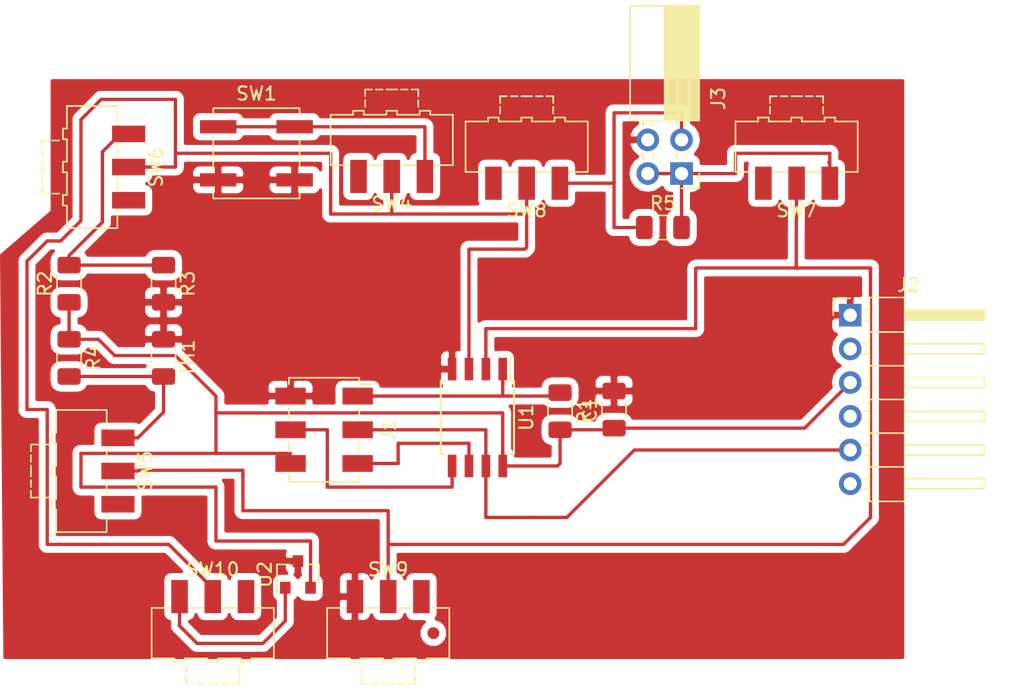
<source format=kicad_pcb>
(kicad_pcb (version 20171130) (host pcbnew 5.0.2-bee76a0~70~ubuntu18.04.1)

  (general
    (thickness 1.6)
    (drawings 0)
    (tracks 177)
    (zones 0)
    (modules 20)
    (nets 25)
  )

  (page A4)
  (layers
    (0 F.Cu signal)
    (31 B.Cu signal)
    (32 B.Adhes user)
    (33 F.Adhes user)
    (34 B.Paste user)
    (35 F.Paste user)
    (36 B.SilkS user)
    (37 F.SilkS user)
    (38 B.Mask user)
    (39 F.Mask user)
    (40 Dwgs.User user)
    (41 Cmts.User user)
    (42 Eco1.User user)
    (43 Eco2.User user)
    (44 Edge.Cuts user)
    (45 Margin user)
    (46 B.CrtYd user)
    (47 F.CrtYd user)
    (48 B.Fab user)
    (49 F.Fab user)
  )

  (setup
    (last_trace_width 0.25)
    (trace_clearance 0.2)
    (zone_clearance 0.508)
    (zone_45_only no)
    (trace_min 0.2)
    (segment_width 0.2)
    (edge_width 0.15)
    (via_size 0.8)
    (via_drill 0.4)
    (via_min_size 0.4)
    (via_min_drill 0.3)
    (uvia_size 0.3)
    (uvia_drill 0.1)
    (uvias_allowed no)
    (uvia_min_size 0.2)
    (uvia_min_drill 0.1)
    (pcb_text_width 0.3)
    (pcb_text_size 1.5 1.5)
    (mod_edge_width 0.15)
    (mod_text_size 1 1)
    (mod_text_width 0.1778)
    (pad_size 0.9 0.9)
    (pad_drill 0)
    (pad_to_mask_clearance 0.051)
    (solder_mask_min_width 0.25)
    (aux_axis_origin 0 0)
    (visible_elements FFFFF7FF)
    (pcbplotparams
      (layerselection 0x010fc_ffffffff)
      (usegerberextensions false)
      (usegerberattributes false)
      (usegerberadvancedattributes false)
      (creategerberjobfile false)
      (excludeedgelayer true)
      (linewidth 0.100000)
      (plotframeref false)
      (viasonmask false)
      (mode 1)
      (useauxorigin false)
      (hpglpennumber 1)
      (hpglpenspeed 20)
      (hpglpendiameter 15.000000)
      (psnegative false)
      (psa4output false)
      (plotreference true)
      (plotvalue true)
      (plotinvisibletext false)
      (padsonsilk false)
      (subtractmaskfromsilk false)
      (outputformat 1)
      (mirror false)
      (drillshape 1)
      (scaleselection 1)
      (outputdirectory "./"))
  )

  (net 0 "")
  (net 1 "G(bkl)")
  (net 2 RST)
  (net 3 MOSI)
  (net 4 V)
  (net 5 MISO)
  (net 6 Rx)
  (net 7 Tx)
  (net 8 CTS)
  (net 9 Response_port1)
  (net 10 Response_port2)
  (net 11 Temperature_Sensor_port2)
  (net 12 Temperature_Sensor_port1)
  (net 13 Button_Sensor)
  (net 14 "Net-(SW10-Pad2)")
  (net 15 "Net-(SW4-Pad3)")
  (net 16 "Net-(SW5-Pad3)")
  (net 17 "Net-(SW5-Pad2)")
  (net 18 "Net-(SW6-Pad3)")
  (net 19 "Net-(SW7-Pad3)")
  (net 20 "Net-(SW8-Pad3)")
  (net 21 "Net-(SW9-Pad3)")
  (net 22 magnetic_field_sensor_port1)
  (net 23 "Net-(SW10-Pad3)")
  (net 24 RTS)

  (net_class Default "This is the default net class."
    (clearance 0.2)
    (trace_width 0.25)
    (via_dia 0.8)
    (via_drill 0.4)
    (uvia_dia 0.3)
    (uvia_drill 0.1)
    (add_net Button_Sensor)
    (add_net CTS)
    (add_net "G(bkl)")
    (add_net MISO)
    (add_net MOSI)
    (add_net "Net-(SW10-Pad2)")
    (add_net "Net-(SW10-Pad3)")
    (add_net "Net-(SW4-Pad3)")
    (add_net "Net-(SW5-Pad2)")
    (add_net "Net-(SW5-Pad3)")
    (add_net "Net-(SW6-Pad3)")
    (add_net "Net-(SW7-Pad3)")
    (add_net "Net-(SW8-Pad3)")
    (add_net "Net-(SW9-Pad3)")
    (add_net RST)
    (add_net RTS)
    (add_net Response_port1)
    (add_net Response_port2)
    (add_net Rx)
    (add_net Temperature_Sensor_port1)
    (add_net Temperature_Sensor_port2)
    (add_net Tx)
    (add_net V)
    (add_net magnetic_field_sensor_port1)
  )

  (module Button_Switch_SMD:SW_SPDT_CK-JS102011SAQN (layer F.Cu) (tedit 5CA8B25A) (tstamp 5CB2A5C8)
    (at 143.524359 111.839044)
    (descr http://www.ckswitches.com/media/1422/js.pdf)
    (tags "switch spdt")
    (path /5CA90708)
    (attr smd)
    (fp_text reference SW9 (at 0 -4.8) (layer F.SilkS)
      (effects (font (size 1 1) (thickness 0.15)))
    )
    (fp_text value SW_SPDT (at 0 -2.9) (layer F.Fab)
      (effects (font (size 1 1) (thickness 0.15)))
    )
    (fp_line (start -4.5 -1.8) (end 4.5 -1.8) (layer F.Fab) (width 0.1))
    (fp_line (start 4.5 -1.8) (end 4.5 1.8) (layer F.Fab) (width 0.1))
    (fp_line (start 4.5 1.8) (end -4.4 1.8) (layer F.Fab) (width 0.1))
    (fp_line (start -4.4 1.8) (end -4.5 1.8) (layer F.Fab) (width 0.1))
    (fp_line (start -4.5 1.8) (end -4.5 1.8) (layer F.Fab) (width 0.1))
    (fp_line (start -4.5 -1.8) (end -4.5 1.8) (layer F.Fab) (width 0.1))
    (fp_line (start -4.5 1.8) (end -4.5 1.8) (layer F.Fab) (width 0.1))
    (fp_text user %R (at 0 0) (layer F.Fab)
      (effects (font (size 1 1) (thickness 0.15)))
    )
    (fp_line (start -1.5 1.8) (end -1.5 1.8) (layer F.Fab) (width 0.1))
    (fp_line (start 3.2 -1.9) (end 4.6 -1.9) (layer F.SilkS) (width 0.12))
    (fp_line (start 4.6 -1.9) (end 4.6 1.9) (layer F.SilkS) (width 0.12))
    (fp_line (start -4.6 1.9) (end -4.6 -1.9) (layer F.SilkS) (width 0.12))
    (fp_line (start -4.6 -1.9) (end -3.2 -1.9) (layer F.SilkS) (width 0.12))
    (fp_line (start 1.8 -1.9) (end 0.7 -1.9) (layer F.SilkS) (width 0.12))
    (fp_line (start 0.7 -1.9) (end 0.7 -1.9) (layer F.SilkS) (width 0.12))
    (fp_line (start -0.7 -1.9) (end -1.8 -1.9) (layer F.SilkS) (width 0.12))
    (fp_line (start -1.8 -1.9) (end -1.8 -1.9) (layer F.SilkS) (width 0.12))
    (fp_line (start 0.3 1.8) (end 0.3 2.1) (layer F.Fab) (width 0.1))
    (fp_line (start 0.3 2.1) (end -0.3 2.1) (layer F.Fab) (width 0.1))
    (fp_line (start -0.3 2.1) (end -0.3 1.8) (layer F.Fab) (width 0.1))
    (fp_line (start -0.3 1.8) (end -0.3 1.8) (layer F.Fab) (width 0.1))
    (fp_line (start -2.2 1.8) (end -2.2 2.1) (layer F.Fab) (width 0.1))
    (fp_line (start -2.2 2.1) (end -2.8 2.1) (layer F.Fab) (width 0.1))
    (fp_line (start -2.8 2.1) (end -2.8 1.8) (layer F.Fab) (width 0.1))
    (fp_line (start -2.8 1.8) (end -2.8 1.8) (layer F.Fab) (width 0.1))
    (fp_line (start 2.2 1.8) (end 2.2 2.1) (layer F.Fab) (width 0.1))
    (fp_line (start 2.2 2.1) (end 2.8 2.1) (layer F.Fab) (width 0.1))
    (fp_line (start 2.8 2.1) (end 2.8 1.8) (layer F.Fab) (width 0.1))
    (fp_line (start 2.8 1.8) (end 2.8 1.8) (layer F.Fab) (width 0.1))
    (fp_line (start 4.6 1.9) (end 2.9 1.9) (layer F.SilkS) (width 0.12))
    (fp_line (start 2.9 1.9) (end 2.9 2.2) (layer F.SilkS) (width 0.12))
    (fp_line (start 2.9 2.2) (end 2.1 2.2) (layer F.SilkS) (width 0.12))
    (fp_line (start 2.1 2.2) (end 2.1 1.9) (layer F.SilkS) (width 0.12))
    (fp_line (start 2.1 1.9) (end 0.4 1.9) (layer F.SilkS) (width 0.12))
    (fp_line (start 0.4 1.9) (end 0.4 2.2) (layer F.SilkS) (width 0.12))
    (fp_line (start 0.4 2.2) (end -0.4 2.2) (layer F.SilkS) (width 0.12))
    (fp_line (start -0.4 2.2) (end -0.4 1.9) (layer F.SilkS) (width 0.12))
    (fp_line (start -0.4 1.9) (end -2.1 1.9) (layer F.SilkS) (width 0.12))
    (fp_line (start -2.1 1.9) (end -2.1 2.2) (layer F.SilkS) (width 0.12))
    (fp_line (start -2.1 2.2) (end -2.9 2.2) (layer F.SilkS) (width 0.12))
    (fp_line (start -2.9 2.2) (end -2.9 1.9) (layer F.SilkS) (width 0.12))
    (fp_line (start -2.9 1.9) (end -4.6 1.9) (layer F.SilkS) (width 0.12))
    (fp_line (start -4.6 1.9) (end -4.6 1.9) (layer F.SilkS) (width 0.12))
    (fp_line (start -0.5 1.8) (end -0.5 3.8) (layer F.Fab) (width 0.1))
    (fp_line (start -0.5 3.8) (end -2 3.8) (layer F.Fab) (width 0.1))
    (fp_line (start -2 3.8) (end -2 1.8) (layer F.Fab) (width 0.1))
    (fp_line (start -2 1.8) (end -2 1.8) (layer F.Fab) (width 0.1))
    (fp_line (start -5 -2.25) (end -5 2.25) (layer F.CrtYd) (width 0.05))
    (fp_line (start -5 2.25) (end -3.25 2.25) (layer F.CrtYd) (width 0.05))
    (fp_line (start -3.25 2.25) (end -3.25 2.75) (layer F.CrtYd) (width 0.05))
    (fp_line (start -3.25 2.75) (end -2.5 2.75) (layer F.CrtYd) (width 0.05))
    (fp_line (start -2.5 2.75) (end -2.5 4.25) (layer F.CrtYd) (width 0.05))
    (fp_line (start -2.5 4.25) (end 2.5 4.25) (layer F.CrtYd) (width 0.05))
    (fp_line (start 2.5 4.25) (end 2.5 2.5) (layer F.CrtYd) (width 0.05))
    (fp_line (start 2.5 2.5) (end 3.25 2.5) (layer F.CrtYd) (width 0.05))
    (fp_line (start 3.25 2.5) (end 3.25 2.25) (layer F.CrtYd) (width 0.05))
    (fp_line (start 3.25 2.25) (end 5 2.25) (layer F.CrtYd) (width 0.05))
    (fp_line (start 5 2.25) (end 5 -2.25) (layer F.CrtYd) (width 0.05))
    (fp_line (start 5 -2.25) (end 3.5 -2.25) (layer F.CrtYd) (width 0.05))
    (fp_line (start 3.5 -2.25) (end 3.5 -4.5) (layer F.CrtYd) (width 0.05))
    (fp_line (start 3.5 -4.5) (end -3.5 -4.5) (layer F.CrtYd) (width 0.05))
    (fp_line (start -3.5 -4.5) (end -3.5 -2.25) (layer F.CrtYd) (width 0.05))
    (fp_line (start -3.5 -2.25) (end -5 -2.25) (layer F.CrtYd) (width 0.05))
    (fp_line (start -5 -2.25) (end -5 -2.25) (layer F.CrtYd) (width 0.05))
    (fp_line (start -2 3.8) (end -2 3.3) (layer F.SilkS) (width 0.12))
    (fp_line (start -2 3.3) (end -2 3.3) (layer F.SilkS) (width 0.12))
    (fp_line (start -2 3.8) (end -1.5 3.8) (layer F.SilkS) (width 0.12))
    (fp_line (start -1.5 3.8) (end -1.5 3.8) (layer F.SilkS) (width 0.12))
    (fp_line (start 2 3.8) (end 1.5 3.8) (layer F.SilkS) (width 0.12))
    (fp_line (start 1.5 3.8) (end 1.5 3.8) (layer F.SilkS) (width 0.12))
    (fp_line (start 2 3.8) (end 2 3.3) (layer F.SilkS) (width 0.12))
    (fp_line (start 2 3.3) (end 2 3.3) (layer F.SilkS) (width 0.12))
    (fp_line (start 2 3) (end 2 2.5) (layer F.SilkS) (width 0.12))
    (fp_line (start 2 2.5) (end 2 2.5) (layer F.SilkS) (width 0.12))
    (fp_line (start -2 3) (end -2 2.5) (layer F.SilkS) (width 0.12))
    (fp_line (start -2 2.5) (end -2 2.5) (layer F.SilkS) (width 0.12))
    (fp_line (start -1.2 3.8) (end -0.7 3.8) (layer F.SilkS) (width 0.12))
    (fp_line (start -0.7 3.8) (end -0.7 3.8) (layer F.SilkS) (width 0.12))
    (fp_line (start 1.2 3.8) (end 0.7 3.8) (layer F.SilkS) (width 0.12))
    (fp_line (start 0.7 3.8) (end 0.7 3.8) (layer F.SilkS) (width 0.12))
    (fp_line (start 0.4 3.8) (end -0.4 3.8) (layer F.SilkS) (width 0.12))
    (fp_line (start -0.4 3.8) (end -0.4 3.8) (layer F.SilkS) (width 0.12))
    (pad 1 smd rect (at -2.5 -2.75) (size 1.25 2.5) (layers F.Cu F.Paste F.Mask)
      (net 1 "G(bkl)"))
    (pad 2 smd rect (at 0 -2.75) (size 1.25 2.5) (layers F.Cu F.Paste F.Mask)
      (net 17 "Net-(SW5-Pad2)"))
    (pad 3 smd rect (at 2.5 -2.75) (size 1.25 2.5) (layers F.Cu F.Paste F.Mask)
      (net 21 "Net-(SW9-Pad3)"))
    (pad "" smd circle (at -3.4 0) (size 0.9 0.9) (layers F.Paste F.Mask))
    (pad "" smd circle (at 3.4 0) (size 0.9 0.9) (layers F.Cu))
    (model ${KISYS3DMOD}/Button_Switch_SMD.3dshapes/SW_SPDT_CK-JS102011SAQN.wrl
      (at (xyz 0 0 0))
      (scale (xyz 1 1 1))
      (rotate (xyz 0 0 0))
    )
  )

  (module Button_Switch_SMD:SW_SPDT_CK-JS102011SAQN (layer F.Cu) (tedit 5CA8AD25) (tstamp 5CB2A45C)
    (at 120.430069 99.627094 270)
    (descr http://www.ckswitches.com/media/1422/js.pdf)
    (tags "switch spdt")
    (path /5CA7F48D)
    (attr smd)
    (fp_text reference SW5 (at 0 -4.8 270) (layer F.SilkS)
      (effects (font (size 1 1) (thickness 0.15)))
    )
    (fp_text value SW_SPDT (at 0 -2.9 270) (layer F.Fab)
      (effects (font (size 1 1) (thickness 0.15)))
    )
    (fp_line (start -0.4 3.8) (end -0.4 3.8) (layer F.SilkS) (width 0.12))
    (fp_line (start 0.4 3.8) (end -0.4 3.8) (layer F.SilkS) (width 0.12))
    (fp_line (start 0.7 3.8) (end 0.7 3.8) (layer F.SilkS) (width 0.12))
    (fp_line (start 1.2 3.8) (end 0.7 3.8) (layer F.SilkS) (width 0.12))
    (fp_line (start -0.7 3.8) (end -0.7 3.8) (layer F.SilkS) (width 0.12))
    (fp_line (start -1.2 3.8) (end -0.7 3.8) (layer F.SilkS) (width 0.12))
    (fp_line (start -2 2.5) (end -2 2.5) (layer F.SilkS) (width 0.12))
    (fp_line (start -2 3) (end -2 2.5) (layer F.SilkS) (width 0.12))
    (fp_line (start 2 2.5) (end 2 2.5) (layer F.SilkS) (width 0.12))
    (fp_line (start 2 3) (end 2 2.5) (layer F.SilkS) (width 0.12))
    (fp_line (start 2 3.3) (end 2 3.3) (layer F.SilkS) (width 0.12))
    (fp_line (start 2 3.8) (end 2 3.3) (layer F.SilkS) (width 0.12))
    (fp_line (start 1.5 3.8) (end 1.5 3.8) (layer F.SilkS) (width 0.12))
    (fp_line (start 2 3.8) (end 1.5 3.8) (layer F.SilkS) (width 0.12))
    (fp_line (start -1.5 3.8) (end -1.5 3.8) (layer F.SilkS) (width 0.12))
    (fp_line (start -2 3.8) (end -1.5 3.8) (layer F.SilkS) (width 0.12))
    (fp_line (start -2 3.3) (end -2 3.3) (layer F.SilkS) (width 0.12))
    (fp_line (start -2 3.8) (end -2 3.3) (layer F.SilkS) (width 0.12))
    (fp_line (start -5 -2.25) (end -5 -2.25) (layer F.CrtYd) (width 0.05))
    (fp_line (start -3.5 -2.25) (end -5 -2.25) (layer F.CrtYd) (width 0.05))
    (fp_line (start -3.5 -4.5) (end -3.5 -2.25) (layer F.CrtYd) (width 0.05))
    (fp_line (start 3.5 -4.5) (end -3.5 -4.5) (layer F.CrtYd) (width 0.05))
    (fp_line (start 3.5 -2.25) (end 3.5 -4.5) (layer F.CrtYd) (width 0.05))
    (fp_line (start 5 -2.25) (end 3.5 -2.25) (layer F.CrtYd) (width 0.05))
    (fp_line (start 5 2.25) (end 5 -2.25) (layer F.CrtYd) (width 0.05))
    (fp_line (start 3.25 2.25) (end 5 2.25) (layer F.CrtYd) (width 0.05))
    (fp_line (start 3.25 2.5) (end 3.25 2.25) (layer F.CrtYd) (width 0.05))
    (fp_line (start 2.5 2.5) (end 3.25 2.5) (layer F.CrtYd) (width 0.05))
    (fp_line (start 2.5 4.25) (end 2.5 2.5) (layer F.CrtYd) (width 0.05))
    (fp_line (start -2.5 4.25) (end 2.5 4.25) (layer F.CrtYd) (width 0.05))
    (fp_line (start -2.5 2.75) (end -2.5 4.25) (layer F.CrtYd) (width 0.05))
    (fp_line (start -3.25 2.75) (end -2.5 2.75) (layer F.CrtYd) (width 0.05))
    (fp_line (start -3.25 2.25) (end -3.25 2.75) (layer F.CrtYd) (width 0.05))
    (fp_line (start -5 2.25) (end -3.25 2.25) (layer F.CrtYd) (width 0.05))
    (fp_line (start -5 -2.25) (end -5 2.25) (layer F.CrtYd) (width 0.05))
    (fp_line (start -2 1.8) (end -2 1.8) (layer F.Fab) (width 0.1))
    (fp_line (start -2 3.8) (end -2 1.8) (layer F.Fab) (width 0.1))
    (fp_line (start -0.5 3.8) (end -2 3.8) (layer F.Fab) (width 0.1))
    (fp_line (start -0.5 1.8) (end -0.5 3.8) (layer F.Fab) (width 0.1))
    (fp_line (start -4.6 1.9) (end -4.6 1.9) (layer F.SilkS) (width 0.12))
    (fp_line (start -2.9 1.9) (end -4.6 1.9) (layer F.SilkS) (width 0.12))
    (fp_line (start -2.9 2.2) (end -2.9 1.9) (layer F.SilkS) (width 0.12))
    (fp_line (start -2.1 2.2) (end -2.9 2.2) (layer F.SilkS) (width 0.12))
    (fp_line (start -2.1 1.9) (end -2.1 2.2) (layer F.SilkS) (width 0.12))
    (fp_line (start -0.4 1.9) (end -2.1 1.9) (layer F.SilkS) (width 0.12))
    (fp_line (start -0.4 2.2) (end -0.4 1.9) (layer F.SilkS) (width 0.12))
    (fp_line (start 0.4 2.2) (end -0.4 2.2) (layer F.SilkS) (width 0.12))
    (fp_line (start 0.4 1.9) (end 0.4 2.2) (layer F.SilkS) (width 0.12))
    (fp_line (start 2.1 1.9) (end 0.4 1.9) (layer F.SilkS) (width 0.12))
    (fp_line (start 2.1 2.2) (end 2.1 1.9) (layer F.SilkS) (width 0.12))
    (fp_line (start 2.9 2.2) (end 2.1 2.2) (layer F.SilkS) (width 0.12))
    (fp_line (start 2.9 1.9) (end 2.9 2.2) (layer F.SilkS) (width 0.12))
    (fp_line (start 4.6 1.9) (end 2.9 1.9) (layer F.SilkS) (width 0.12))
    (fp_line (start 2.8 1.8) (end 2.8 1.8) (layer F.Fab) (width 0.1))
    (fp_line (start 2.8 2.1) (end 2.8 1.8) (layer F.Fab) (width 0.1))
    (fp_line (start 2.2 2.1) (end 2.8 2.1) (layer F.Fab) (width 0.1))
    (fp_line (start 2.2 1.8) (end 2.2 2.1) (layer F.Fab) (width 0.1))
    (fp_line (start -2.8 1.8) (end -2.8 1.8) (layer F.Fab) (width 0.1))
    (fp_line (start -2.8 2.1) (end -2.8 1.8) (layer F.Fab) (width 0.1))
    (fp_line (start -2.2 2.1) (end -2.8 2.1) (layer F.Fab) (width 0.1))
    (fp_line (start -2.2 1.8) (end -2.2 2.1) (layer F.Fab) (width 0.1))
    (fp_line (start -0.3 1.8) (end -0.3 1.8) (layer F.Fab) (width 0.1))
    (fp_line (start -0.3 2.1) (end -0.3 1.8) (layer F.Fab) (width 0.1))
    (fp_line (start 0.3 2.1) (end -0.3 2.1) (layer F.Fab) (width 0.1))
    (fp_line (start 0.3 1.8) (end 0.3 2.1) (layer F.Fab) (width 0.1))
    (fp_line (start -1.8 -1.9) (end -1.8 -1.9) (layer F.SilkS) (width 0.12))
    (fp_line (start -0.7 -1.9) (end -1.8 -1.9) (layer F.SilkS) (width 0.12))
    (fp_line (start 0.7 -1.9) (end 0.7 -1.9) (layer F.SilkS) (width 0.12))
    (fp_line (start 1.8 -1.9) (end 0.7 -1.9) (layer F.SilkS) (width 0.12))
    (fp_line (start -4.6 -1.9) (end -3.2 -1.9) (layer F.SilkS) (width 0.12))
    (fp_line (start -4.6 1.9) (end -4.6 -1.9) (layer F.SilkS) (width 0.12))
    (fp_line (start 4.6 -1.9) (end 4.6 1.9) (layer F.SilkS) (width 0.12))
    (fp_line (start 3.2 -1.9) (end 4.6 -1.9) (layer F.SilkS) (width 0.12))
    (fp_line (start -1.5 1.8) (end -1.5 1.8) (layer F.Fab) (width 0.1))
    (fp_text user %R (at 0 0 270) (layer F.Fab)
      (effects (font (size 1 1) (thickness 0.15)))
    )
    (fp_line (start -4.5 1.8) (end -4.5 1.8) (layer F.Fab) (width 0.1))
    (fp_line (start -4.5 -1.8) (end -4.5 1.8) (layer F.Fab) (width 0.1))
    (fp_line (start -4.5 1.8) (end -4.5 1.8) (layer F.Fab) (width 0.1))
    (fp_line (start -4.4 1.8) (end -4.5 1.8) (layer F.Fab) (width 0.1))
    (fp_line (start 4.5 1.8) (end -4.4 1.8) (layer F.Fab) (width 0.1))
    (fp_line (start 4.5 -1.8) (end 4.5 1.8) (layer F.Fab) (width 0.1))
    (fp_line (start -4.5 -1.8) (end 4.5 -1.8) (layer F.Fab) (width 0.1))
    (pad "" smd circle (at 3.4 0 270) (size 0.9 0.9) (layers F.Paste F.Mask))
    (pad "" smd circle (at -3.4 0 270) (size 0.9 0.9) (layers F.Paste F.Mask))
    (pad 3 smd rect (at 2.5 -2.75 270) (size 1.25 2.5) (layers F.Cu F.Paste F.Mask)
      (net 16 "Net-(SW5-Pad3)"))
    (pad 2 smd rect (at 0 -2.75 270) (size 1.25 2.5) (layers F.Cu F.Paste F.Mask)
      (net 17 "Net-(SW5-Pad2)"))
    (pad 1 smd rect (at -2.5 -2.75 270) (size 1.25 2.5) (layers F.Cu F.Paste F.Mask)
      (net 12 Temperature_Sensor_port1))
    (model ${KISYS3DMOD}/Button_Switch_SMD.3dshapes/SW_SPDT_CK-JS102011SAQN.wrl
      (at (xyz 0 0 0))
      (scale (xyz 1 1 1))
      (rotate (xyz 0 0 0))
    )
  )

  (module Button_Switch_SMD:SW_SPDT_CK-JS102011SAQN (layer F.Cu) (tedit 5CA8AD31) (tstamp 5CB2A4B7)
    (at 121.236069 76.727094 270)
    (descr http://www.ckswitches.com/media/1422/js.pdf)
    (tags "switch spdt")
    (path /5CA8296A)
    (attr smd)
    (fp_text reference SW6 (at 0 -4.8 270) (layer F.SilkS)
      (effects (font (size 1 1) (thickness 0.15)))
    )
    (fp_text value SW_SPDT (at 0 -2.9 270) (layer F.Fab)
      (effects (font (size 1 1) (thickness 0.15)))
    )
    (fp_line (start -4.5 -1.8) (end 4.5 -1.8) (layer F.Fab) (width 0.1))
    (fp_line (start 4.5 -1.8) (end 4.5 1.8) (layer F.Fab) (width 0.1))
    (fp_line (start 4.5 1.8) (end -4.4 1.8) (layer F.Fab) (width 0.1))
    (fp_line (start -4.4 1.8) (end -4.5 1.8) (layer F.Fab) (width 0.1))
    (fp_line (start -4.5 1.8) (end -4.5 1.8) (layer F.Fab) (width 0.1))
    (fp_line (start -4.5 -1.8) (end -4.5 1.8) (layer F.Fab) (width 0.1))
    (fp_line (start -4.5 1.8) (end -4.5 1.8) (layer F.Fab) (width 0.1))
    (fp_text user %R (at 0 0 270) (layer F.Fab)
      (effects (font (size 1 1) (thickness 0.15)))
    )
    (fp_line (start -1.5 1.8) (end -1.5 1.8) (layer F.Fab) (width 0.1))
    (fp_line (start 3.2 -1.9) (end 4.6 -1.9) (layer F.SilkS) (width 0.12))
    (fp_line (start 4.6 -1.9) (end 4.6 1.9) (layer F.SilkS) (width 0.12))
    (fp_line (start -4.6 1.9) (end -4.6 -1.9) (layer F.SilkS) (width 0.12))
    (fp_line (start -4.6 -1.9) (end -3.2 -1.9) (layer F.SilkS) (width 0.12))
    (fp_line (start 1.8 -1.9) (end 0.7 -1.9) (layer F.SilkS) (width 0.12))
    (fp_line (start 0.7 -1.9) (end 0.7 -1.9) (layer F.SilkS) (width 0.12))
    (fp_line (start -0.7 -1.9) (end -1.8 -1.9) (layer F.SilkS) (width 0.12))
    (fp_line (start -1.8 -1.9) (end -1.8 -1.9) (layer F.SilkS) (width 0.12))
    (fp_line (start 0.3 1.8) (end 0.3 2.1) (layer F.Fab) (width 0.1))
    (fp_line (start 0.3 2.1) (end -0.3 2.1) (layer F.Fab) (width 0.1))
    (fp_line (start -0.3 2.1) (end -0.3 1.8) (layer F.Fab) (width 0.1))
    (fp_line (start -0.3 1.8) (end -0.3 1.8) (layer F.Fab) (width 0.1))
    (fp_line (start -2.2 1.8) (end -2.2 2.1) (layer F.Fab) (width 0.1))
    (fp_line (start -2.2 2.1) (end -2.8 2.1) (layer F.Fab) (width 0.1))
    (fp_line (start -2.8 2.1) (end -2.8 1.8) (layer F.Fab) (width 0.1))
    (fp_line (start -2.8 1.8) (end -2.8 1.8) (layer F.Fab) (width 0.1))
    (fp_line (start 2.2 1.8) (end 2.2 2.1) (layer F.Fab) (width 0.1))
    (fp_line (start 2.2 2.1) (end 2.8 2.1) (layer F.Fab) (width 0.1))
    (fp_line (start 2.8 2.1) (end 2.8 1.8) (layer F.Fab) (width 0.1))
    (fp_line (start 2.8 1.8) (end 2.8 1.8) (layer F.Fab) (width 0.1))
    (fp_line (start 4.6 1.9) (end 2.9 1.9) (layer F.SilkS) (width 0.12))
    (fp_line (start 2.9 1.9) (end 2.9 2.2) (layer F.SilkS) (width 0.12))
    (fp_line (start 2.9 2.2) (end 2.1 2.2) (layer F.SilkS) (width 0.12))
    (fp_line (start 2.1 2.2) (end 2.1 1.9) (layer F.SilkS) (width 0.12))
    (fp_line (start 2.1 1.9) (end 0.4 1.9) (layer F.SilkS) (width 0.12))
    (fp_line (start 0.4 1.9) (end 0.4 2.2) (layer F.SilkS) (width 0.12))
    (fp_line (start 0.4 2.2) (end -0.4 2.2) (layer F.SilkS) (width 0.12))
    (fp_line (start -0.4 2.2) (end -0.4 1.9) (layer F.SilkS) (width 0.12))
    (fp_line (start -0.4 1.9) (end -2.1 1.9) (layer F.SilkS) (width 0.12))
    (fp_line (start -2.1 1.9) (end -2.1 2.2) (layer F.SilkS) (width 0.12))
    (fp_line (start -2.1 2.2) (end -2.9 2.2) (layer F.SilkS) (width 0.12))
    (fp_line (start -2.9 2.2) (end -2.9 1.9) (layer F.SilkS) (width 0.12))
    (fp_line (start -2.9 1.9) (end -4.6 1.9) (layer F.SilkS) (width 0.12))
    (fp_line (start -4.6 1.9) (end -4.6 1.9) (layer F.SilkS) (width 0.12))
    (fp_line (start -0.5 1.8) (end -0.5 3.8) (layer F.Fab) (width 0.1))
    (fp_line (start -0.5 3.8) (end -2 3.8) (layer F.Fab) (width 0.1))
    (fp_line (start -2 3.8) (end -2 1.8) (layer F.Fab) (width 0.1))
    (fp_line (start -2 1.8) (end -2 1.8) (layer F.Fab) (width 0.1))
    (fp_line (start -5 -2.25) (end -5 2.25) (layer F.CrtYd) (width 0.05))
    (fp_line (start -5 2.25) (end -3.25 2.25) (layer F.CrtYd) (width 0.05))
    (fp_line (start -3.25 2.25) (end -3.25 2.75) (layer F.CrtYd) (width 0.05))
    (fp_line (start -3.25 2.75) (end -2.5 2.75) (layer F.CrtYd) (width 0.05))
    (fp_line (start -2.5 2.75) (end -2.5 4.25) (layer F.CrtYd) (width 0.05))
    (fp_line (start -2.5 4.25) (end 2.5 4.25) (layer F.CrtYd) (width 0.05))
    (fp_line (start 2.5 4.25) (end 2.5 2.5) (layer F.CrtYd) (width 0.05))
    (fp_line (start 2.5 2.5) (end 3.25 2.5) (layer F.CrtYd) (width 0.05))
    (fp_line (start 3.25 2.5) (end 3.25 2.25) (layer F.CrtYd) (width 0.05))
    (fp_line (start 3.25 2.25) (end 5 2.25) (layer F.CrtYd) (width 0.05))
    (fp_line (start 5 2.25) (end 5 -2.25) (layer F.CrtYd) (width 0.05))
    (fp_line (start 5 -2.25) (end 3.5 -2.25) (layer F.CrtYd) (width 0.05))
    (fp_line (start 3.5 -2.25) (end 3.5 -4.5) (layer F.CrtYd) (width 0.05))
    (fp_line (start 3.5 -4.5) (end -3.5 -4.5) (layer F.CrtYd) (width 0.05))
    (fp_line (start -3.5 -4.5) (end -3.5 -2.25) (layer F.CrtYd) (width 0.05))
    (fp_line (start -3.5 -2.25) (end -5 -2.25) (layer F.CrtYd) (width 0.05))
    (fp_line (start -5 -2.25) (end -5 -2.25) (layer F.CrtYd) (width 0.05))
    (fp_line (start -2 3.8) (end -2 3.3) (layer F.SilkS) (width 0.12))
    (fp_line (start -2 3.3) (end -2 3.3) (layer F.SilkS) (width 0.12))
    (fp_line (start -2 3.8) (end -1.5 3.8) (layer F.SilkS) (width 0.12))
    (fp_line (start -1.5 3.8) (end -1.5 3.8) (layer F.SilkS) (width 0.12))
    (fp_line (start 2 3.8) (end 1.5 3.8) (layer F.SilkS) (width 0.12))
    (fp_line (start 1.5 3.8) (end 1.5 3.8) (layer F.SilkS) (width 0.12))
    (fp_line (start 2 3.8) (end 2 3.3) (layer F.SilkS) (width 0.12))
    (fp_line (start 2 3.3) (end 2 3.3) (layer F.SilkS) (width 0.12))
    (fp_line (start 2 3) (end 2 2.5) (layer F.SilkS) (width 0.12))
    (fp_line (start 2 2.5) (end 2 2.5) (layer F.SilkS) (width 0.12))
    (fp_line (start -2 3) (end -2 2.5) (layer F.SilkS) (width 0.12))
    (fp_line (start -2 2.5) (end -2 2.5) (layer F.SilkS) (width 0.12))
    (fp_line (start -1.2 3.8) (end -0.7 3.8) (layer F.SilkS) (width 0.12))
    (fp_line (start -0.7 3.8) (end -0.7 3.8) (layer F.SilkS) (width 0.12))
    (fp_line (start 1.2 3.8) (end 0.7 3.8) (layer F.SilkS) (width 0.12))
    (fp_line (start 0.7 3.8) (end 0.7 3.8) (layer F.SilkS) (width 0.12))
    (fp_line (start 0.4 3.8) (end -0.4 3.8) (layer F.SilkS) (width 0.12))
    (fp_line (start -0.4 3.8) (end -0.4 3.8) (layer F.SilkS) (width 0.12))
    (pad 1 smd rect (at -2.5 -2.75 270) (size 1.25 2.5) (layers F.Cu F.Paste F.Mask)
      (net 11 Temperature_Sensor_port2))
    (pad 2 smd rect (at 0 -2.75 270) (size 1.25 2.5) (layers F.Cu F.Paste F.Mask)
      (net 14 "Net-(SW10-Pad2)"))
    (pad 3 smd rect (at 2.5 -2.75 270) (size 1.25 2.5) (layers F.Cu F.Paste F.Mask)
      (net 18 "Net-(SW6-Pad3)"))
    (pad "" smd circle (at -3.4 0 270) (size 0.9 0.9) (layers F.Paste F.Mask))
    (pad "" smd circle (at 3.4 0 270) (size 0.9 0.9) (layers F.Paste F.Mask))
    (model ${KISYS3DMOD}/Button_Switch_SMD.3dshapes/SW_SPDT_CK-JS102011SAQN.wrl
      (at (xyz 0 0 0))
      (scale (xyz 1 1 1))
      (rotate (xyz 0 0 0))
    )
  )

  (module Connector_PinSocket_2.54mm:PinSocket_2x02_P2.54mm_Horizontal (layer F.Cu) (tedit 5A19A41C) (tstamp 5CB2A337)
    (at 165.608 77.216 270)
    (descr "Through hole angled socket strip, 2x02, 2.54mm pitch, 8.51mm socket length, double cols (from Kicad 4.0.7), script generated")
    (tags "Through hole angled socket strip THT 2x02 2.54mm double row")
    (path /5CA51007)
    (fp_text reference J3 (at -5.65 -2.77 270) (layer F.SilkS)
      (effects (font (size 1 1) (thickness 0.15)))
    )
    (fp_text value Conn_01x04_Male (at -5.65 5.31 270) (layer F.Fab)
      (effects (font (size 1 1) (thickness 0.15)))
    )
    (fp_line (start -12.57 -1.27) (end -5.03 -1.27) (layer F.Fab) (width 0.1))
    (fp_line (start -5.03 -1.27) (end -4.06 -0.3) (layer F.Fab) (width 0.1))
    (fp_line (start -4.06 -0.3) (end -4.06 3.81) (layer F.Fab) (width 0.1))
    (fp_line (start -4.06 3.81) (end -12.57 3.81) (layer F.Fab) (width 0.1))
    (fp_line (start -12.57 3.81) (end -12.57 -1.27) (layer F.Fab) (width 0.1))
    (fp_line (start 0 -0.3) (end -4.06 -0.3) (layer F.Fab) (width 0.1))
    (fp_line (start -4.06 0.3) (end 0 0.3) (layer F.Fab) (width 0.1))
    (fp_line (start 0 0.3) (end 0 -0.3) (layer F.Fab) (width 0.1))
    (fp_line (start 0 2.24) (end -4.06 2.24) (layer F.Fab) (width 0.1))
    (fp_line (start -4.06 2.84) (end 0 2.84) (layer F.Fab) (width 0.1))
    (fp_line (start 0 2.84) (end 0 2.24) (layer F.Fab) (width 0.1))
    (fp_line (start -12.63 -1.21) (end -4 -1.21) (layer F.SilkS) (width 0.12))
    (fp_line (start -12.63 -1.091905) (end -4 -1.091905) (layer F.SilkS) (width 0.12))
    (fp_line (start -12.63 -0.97381) (end -4 -0.97381) (layer F.SilkS) (width 0.12))
    (fp_line (start -12.63 -0.855715) (end -4 -0.855715) (layer F.SilkS) (width 0.12))
    (fp_line (start -12.63 -0.73762) (end -4 -0.73762) (layer F.SilkS) (width 0.12))
    (fp_line (start -12.63 -0.619525) (end -4 -0.619525) (layer F.SilkS) (width 0.12))
    (fp_line (start -12.63 -0.50143) (end -4 -0.50143) (layer F.SilkS) (width 0.12))
    (fp_line (start -12.63 -0.383335) (end -4 -0.383335) (layer F.SilkS) (width 0.12))
    (fp_line (start -12.63 -0.26524) (end -4 -0.26524) (layer F.SilkS) (width 0.12))
    (fp_line (start -12.63 -0.147145) (end -4 -0.147145) (layer F.SilkS) (width 0.12))
    (fp_line (start -12.63 -0.02905) (end -4 -0.02905) (layer F.SilkS) (width 0.12))
    (fp_line (start -12.63 0.089045) (end -4 0.089045) (layer F.SilkS) (width 0.12))
    (fp_line (start -12.63 0.20714) (end -4 0.20714) (layer F.SilkS) (width 0.12))
    (fp_line (start -12.63 0.325235) (end -4 0.325235) (layer F.SilkS) (width 0.12))
    (fp_line (start -12.63 0.44333) (end -4 0.44333) (layer F.SilkS) (width 0.12))
    (fp_line (start -12.63 0.561425) (end -4 0.561425) (layer F.SilkS) (width 0.12))
    (fp_line (start -12.63 0.67952) (end -4 0.67952) (layer F.SilkS) (width 0.12))
    (fp_line (start -12.63 0.797615) (end -4 0.797615) (layer F.SilkS) (width 0.12))
    (fp_line (start -12.63 0.91571) (end -4 0.91571) (layer F.SilkS) (width 0.12))
    (fp_line (start -12.63 1.033805) (end -4 1.033805) (layer F.SilkS) (width 0.12))
    (fp_line (start -12.63 1.1519) (end -4 1.1519) (layer F.SilkS) (width 0.12))
    (fp_line (start -4 -0.36) (end -3.59 -0.36) (layer F.SilkS) (width 0.12))
    (fp_line (start -1.49 -0.36) (end -1.11 -0.36) (layer F.SilkS) (width 0.12))
    (fp_line (start -4 0.36) (end -3.59 0.36) (layer F.SilkS) (width 0.12))
    (fp_line (start -1.49 0.36) (end -1.11 0.36) (layer F.SilkS) (width 0.12))
    (fp_line (start -4 2.18) (end -3.59 2.18) (layer F.SilkS) (width 0.12))
    (fp_line (start -1.49 2.18) (end -1.05 2.18) (layer F.SilkS) (width 0.12))
    (fp_line (start -4 2.9) (end -3.59 2.9) (layer F.SilkS) (width 0.12))
    (fp_line (start -1.49 2.9) (end -1.05 2.9) (layer F.SilkS) (width 0.12))
    (fp_line (start -12.63 1.27) (end -4 1.27) (layer F.SilkS) (width 0.12))
    (fp_line (start -12.63 -1.33) (end -4 -1.33) (layer F.SilkS) (width 0.12))
    (fp_line (start -4 -1.33) (end -4 3.87) (layer F.SilkS) (width 0.12))
    (fp_line (start -12.63 3.87) (end -4 3.87) (layer F.SilkS) (width 0.12))
    (fp_line (start -12.63 -1.33) (end -12.63 3.87) (layer F.SilkS) (width 0.12))
    (fp_line (start 1.11 -1.33) (end 1.11 0) (layer F.SilkS) (width 0.12))
    (fp_line (start 0 -1.33) (end 1.11 -1.33) (layer F.SilkS) (width 0.12))
    (fp_line (start 1.8 -1.75) (end -13.05 -1.75) (layer F.CrtYd) (width 0.05))
    (fp_line (start -13.05 -1.75) (end -13.05 4.35) (layer F.CrtYd) (width 0.05))
    (fp_line (start -13.05 4.35) (end 1.8 4.35) (layer F.CrtYd) (width 0.05))
    (fp_line (start 1.8 4.35) (end 1.8 -1.75) (layer F.CrtYd) (width 0.05))
    (fp_text user %R (at -8.315 1.27 270) (layer F.Fab)
      (effects (font (size 1 1) (thickness 0.15)))
    )
    (pad 1 thru_hole rect (at 0 0 270) (size 1.7 1.7) (drill 1) (layers *.Cu *.Mask)
      (net 9 Response_port1))
    (pad 2 thru_hole oval (at -2.54 0 270) (size 1.7 1.7) (drill 1) (layers *.Cu *.Mask)
      (net 10 Response_port2))
    (pad 3 thru_hole oval (at 0 2.54 270) (size 1.7 1.7) (drill 1) (layers *.Cu *.Mask)
      (net 9 Response_port1))
    (pad 4 thru_hole oval (at -2.54 2.54 270) (size 1.7 1.7) (drill 1) (layers *.Cu *.Mask)
      (net 1 "G(bkl)"))
    (model ${KISYS3DMOD}/Connector_PinSocket_2.54mm.3dshapes/PinSocket_2x02_P2.54mm_Horizontal.wrl
      (at (xyz 0 0 0))
      (scale (xyz 1 1 1))
      (rotate (xyz 0 0 0))
    )
  )

  (module Button_Switch_SMD:SW_SPDT_CK-JS102011SAQN (layer F.Cu) (tedit 5CAB1213) (tstamp 5CB2A512)
    (at 174.269299 75.192828 180)
    (descr http://www.ckswitches.com/media/1422/js.pdf)
    (tags "switch spdt")
    (path /5CA8CE55)
    (attr smd)
    (fp_text reference SW7 (at 0 -4.8 180) (layer F.SilkS)
      (effects (font (size 1 1) (thickness 0.15)))
    )
    (fp_text value SW_SPDT (at 0 -2.9 180) (layer F.Fab)
      (effects (font (size 1 1) (thickness 0.15)))
    )
    (fp_line (start -0.4 3.8) (end -0.4 3.8) (layer F.SilkS) (width 0.12))
    (fp_line (start 0.4 3.8) (end -0.4 3.8) (layer F.SilkS) (width 0.12))
    (fp_line (start 0.7 3.8) (end 0.7 3.8) (layer F.SilkS) (width 0.12))
    (fp_line (start 1.2 3.8) (end 0.7 3.8) (layer F.SilkS) (width 0.12))
    (fp_line (start -0.7 3.8) (end -0.7 3.8) (layer F.SilkS) (width 0.12))
    (fp_line (start -1.2 3.8) (end -0.7 3.8) (layer F.SilkS) (width 0.12))
    (fp_line (start -2 2.5) (end -2 2.5) (layer F.SilkS) (width 0.12))
    (fp_line (start -2 3) (end -2 2.5) (layer F.SilkS) (width 0.12))
    (fp_line (start 2 2.5) (end 2 2.5) (layer F.SilkS) (width 0.12))
    (fp_line (start 2 3) (end 2 2.5) (layer F.SilkS) (width 0.12))
    (fp_line (start 2 3.3) (end 2 3.3) (layer F.SilkS) (width 0.12))
    (fp_line (start 2 3.8) (end 2 3.3) (layer F.SilkS) (width 0.12))
    (fp_line (start 1.5 3.8) (end 1.5 3.8) (layer F.SilkS) (width 0.12))
    (fp_line (start 2 3.8) (end 1.5 3.8) (layer F.SilkS) (width 0.12))
    (fp_line (start -1.5 3.8) (end -1.5 3.8) (layer F.SilkS) (width 0.12))
    (fp_line (start -2 3.8) (end -1.5 3.8) (layer F.SilkS) (width 0.12))
    (fp_line (start -2 3.3) (end -2 3.3) (layer F.SilkS) (width 0.12))
    (fp_line (start -2 3.8) (end -2 3.3) (layer F.SilkS) (width 0.12))
    (fp_line (start -5 -2.25) (end -5 -2.25) (layer F.CrtYd) (width 0.05))
    (fp_line (start -3.5 -2.25) (end -5 -2.25) (layer F.CrtYd) (width 0.05))
    (fp_line (start -3.5 -4.5) (end -3.5 -2.25) (layer F.CrtYd) (width 0.05))
    (fp_line (start 3.5 -4.5) (end -3.5 -4.5) (layer F.CrtYd) (width 0.05))
    (fp_line (start 3.5 -2.25) (end 3.5 -4.5) (layer F.CrtYd) (width 0.05))
    (fp_line (start 5 -2.25) (end 3.5 -2.25) (layer F.CrtYd) (width 0.05))
    (fp_line (start 5 2.25) (end 5 -2.25) (layer F.CrtYd) (width 0.05))
    (fp_line (start 3.25 2.25) (end 5 2.25) (layer F.CrtYd) (width 0.05))
    (fp_line (start 3.25 2.5) (end 3.25 2.25) (layer F.CrtYd) (width 0.05))
    (fp_line (start 2.5 2.5) (end 3.25 2.5) (layer F.CrtYd) (width 0.05))
    (fp_line (start 2.5 4.25) (end 2.5 2.5) (layer F.CrtYd) (width 0.05))
    (fp_line (start -2.5 4.25) (end 2.5 4.25) (layer F.CrtYd) (width 0.05))
    (fp_line (start -2.5 2.75) (end -2.5 4.25) (layer F.CrtYd) (width 0.05))
    (fp_line (start -3.25 2.75) (end -2.5 2.75) (layer F.CrtYd) (width 0.05))
    (fp_line (start -3.25 2.25) (end -3.25 2.75) (layer F.CrtYd) (width 0.05))
    (fp_line (start -5 2.25) (end -3.25 2.25) (layer F.CrtYd) (width 0.05))
    (fp_line (start -5 -2.25) (end -5 2.25) (layer F.CrtYd) (width 0.05))
    (fp_line (start -2 1.8) (end -2 1.8) (layer F.Fab) (width 0.1))
    (fp_line (start -2 3.8) (end -2 1.8) (layer F.Fab) (width 0.1))
    (fp_line (start -0.5 3.8) (end -2 3.8) (layer F.Fab) (width 0.1))
    (fp_line (start -0.5 1.8) (end -0.5 3.8) (layer F.Fab) (width 0.1))
    (fp_line (start -4.6 1.9) (end -4.6 1.9) (layer F.SilkS) (width 0.12))
    (fp_line (start -2.9 1.9) (end -4.6 1.9) (layer F.SilkS) (width 0.12))
    (fp_line (start -2.9 2.2) (end -2.9 1.9) (layer F.SilkS) (width 0.12))
    (fp_line (start -2.1 2.2) (end -2.9 2.2) (layer F.SilkS) (width 0.12))
    (fp_line (start -2.1 1.9) (end -2.1 2.2) (layer F.SilkS) (width 0.12))
    (fp_line (start -0.4 1.9) (end -2.1 1.9) (layer F.SilkS) (width 0.12))
    (fp_line (start -0.4 2.2) (end -0.4 1.9) (layer F.SilkS) (width 0.12))
    (fp_line (start 0.4 2.2) (end -0.4 2.2) (layer F.SilkS) (width 0.12))
    (fp_line (start 0.4 1.9) (end 0.4 2.2) (layer F.SilkS) (width 0.12))
    (fp_line (start 2.1 1.9) (end 0.4 1.9) (layer F.SilkS) (width 0.12))
    (fp_line (start 2.1 2.2) (end 2.1 1.9) (layer F.SilkS) (width 0.12))
    (fp_line (start 2.9 2.2) (end 2.1 2.2) (layer F.SilkS) (width 0.12))
    (fp_line (start 2.9 1.9) (end 2.9 2.2) (layer F.SilkS) (width 0.12))
    (fp_line (start 4.6 1.9) (end 2.9 1.9) (layer F.SilkS) (width 0.12))
    (fp_line (start 2.8 1.8) (end 2.8 1.8) (layer F.Fab) (width 0.1))
    (fp_line (start 2.8 2.1) (end 2.8 1.8) (layer F.Fab) (width 0.1))
    (fp_line (start 2.2 2.1) (end 2.8 2.1) (layer F.Fab) (width 0.1))
    (fp_line (start 2.2 1.8) (end 2.2 2.1) (layer F.Fab) (width 0.1))
    (fp_line (start -2.8 1.8) (end -2.8 1.8) (layer F.Fab) (width 0.1))
    (fp_line (start -2.8 2.1) (end -2.8 1.8) (layer F.Fab) (width 0.1))
    (fp_line (start -2.2 2.1) (end -2.8 2.1) (layer F.Fab) (width 0.1))
    (fp_line (start -2.2 1.8) (end -2.2 2.1) (layer F.Fab) (width 0.1))
    (fp_line (start -0.3 1.8) (end -0.3 1.8) (layer F.Fab) (width 0.1))
    (fp_line (start -0.3 2.1) (end -0.3 1.8) (layer F.Fab) (width 0.1))
    (fp_line (start 0.3 2.1) (end -0.3 2.1) (layer F.Fab) (width 0.1))
    (fp_line (start 0.3 1.8) (end 0.3 2.1) (layer F.Fab) (width 0.1))
    (fp_line (start -1.8 -1.9) (end -1.8 -1.9) (layer F.SilkS) (width 0.12))
    (fp_line (start -0.7 -1.9) (end -1.8 -1.9) (layer F.SilkS) (width 0.12))
    (fp_line (start 0.7 -1.9) (end 0.7 -1.9) (layer F.SilkS) (width 0.12))
    (fp_line (start 1.8 -1.9) (end 0.7 -1.9) (layer F.SilkS) (width 0.12))
    (fp_line (start -4.6 -1.9) (end -3.2 -1.9) (layer F.SilkS) (width 0.12))
    (fp_line (start -4.6 1.9) (end -4.6 -1.9) (layer F.SilkS) (width 0.12))
    (fp_line (start 4.6 -1.9) (end 4.6 1.9) (layer F.SilkS) (width 0.12))
    (fp_line (start 3.2 -1.9) (end 4.6 -1.9) (layer F.SilkS) (width 0.12))
    (fp_line (start -1.5 1.8) (end -1.5 1.8) (layer F.Fab) (width 0.1))
    (fp_text user %R (at 0 0 180) (layer F.Fab)
      (effects (font (size 1 1) (thickness 0.15)))
    )
    (fp_line (start -4.5 1.8) (end -4.5 1.8) (layer F.Fab) (width 0.1))
    (fp_line (start -4.5 -1.8) (end -4.5 1.8) (layer F.Fab) (width 0.1))
    (fp_line (start -4.5 1.8) (end -4.5 1.8) (layer F.Fab) (width 0.1))
    (fp_line (start -4.4 1.8) (end -4.5 1.8) (layer F.Fab) (width 0.1))
    (fp_line (start 4.5 1.8) (end -4.4 1.8) (layer F.Fab) (width 0.1))
    (fp_line (start 4.5 -1.8) (end 4.5 1.8) (layer F.Fab) (width 0.1))
    (fp_line (start -4.5 -1.8) (end 4.5 -1.8) (layer F.Fab) (width 0.1))
    (pad "" smd circle (at 3.4 0 180) (size 0.9 0.9) (layers F.Paste F.Mask))
    (pad "" smd circle (at -3.4 0 180) (size 0.9 0.9) (layers F.Paste F.Mask))
    (pad 3 smd rect (at 2.5 -2.75 180) (size 1.25 2.5) (layers F.Cu F.Paste F.Mask)
      (net 19 "Net-(SW7-Pad3)"))
    (pad 2 smd rect (at 0 -2.75 180) (size 1.25 2.5) (layers F.Cu F.Paste F.Mask)
      (net 17 "Net-(SW5-Pad2)"))
    (pad 1 smd rect (at -2.5 -2.75 180) (size 1.25 2.5) (layers F.Cu F.Paste F.Mask)
      (net 9 Response_port1))
    (model ${KISYS3DMOD}/Button_Switch_SMD.3dshapes/SW_SPDT_CK-JS102011SAQN.wrl
      (at (xyz 0 0 0))
      (scale (xyz 1 1 1))
      (rotate (xyz 0 0 0))
    )
  )

  (module Package_TO_SOT_SMD:SOT-23 (layer F.Cu) (tedit 5A02FF57) (tstamp 5CB2A666)
    (at 136.728314 107.422059 90)
    (descr "SOT-23, Standard")
    (tags SOT-23)
    (path /5CA5C692)
    (attr smd)
    (fp_text reference U2 (at 0 -2.5 90) (layer F.SilkS)
      (effects (font (size 1 1) (thickness 0.15)))
    )
    (fp_text value LM3480-3.3 (at 0 2.5 90) (layer F.Fab)
      (effects (font (size 1 1) (thickness 0.15)))
    )
    (fp_text user %R (at 0 0 180) (layer F.Fab)
      (effects (font (size 0.5 0.5) (thickness 0.075)))
    )
    (fp_line (start -0.7 -0.95) (end -0.7 1.5) (layer F.Fab) (width 0.1))
    (fp_line (start -0.15 -1.52) (end 0.7 -1.52) (layer F.Fab) (width 0.1))
    (fp_line (start -0.7 -0.95) (end -0.15 -1.52) (layer F.Fab) (width 0.1))
    (fp_line (start 0.7 -1.52) (end 0.7 1.52) (layer F.Fab) (width 0.1))
    (fp_line (start -0.7 1.52) (end 0.7 1.52) (layer F.Fab) (width 0.1))
    (fp_line (start 0.76 1.58) (end 0.76 0.65) (layer F.SilkS) (width 0.12))
    (fp_line (start 0.76 -1.58) (end 0.76 -0.65) (layer F.SilkS) (width 0.12))
    (fp_line (start -1.7 -1.75) (end 1.7 -1.75) (layer F.CrtYd) (width 0.05))
    (fp_line (start 1.7 -1.75) (end 1.7 1.75) (layer F.CrtYd) (width 0.05))
    (fp_line (start 1.7 1.75) (end -1.7 1.75) (layer F.CrtYd) (width 0.05))
    (fp_line (start -1.7 1.75) (end -1.7 -1.75) (layer F.CrtYd) (width 0.05))
    (fp_line (start 0.76 -1.58) (end -1.4 -1.58) (layer F.SilkS) (width 0.12))
    (fp_line (start 0.76 1.58) (end -0.7 1.58) (layer F.SilkS) (width 0.12))
    (pad 1 smd rect (at -1 -0.95 90) (size 0.9 0.8) (layers F.Cu F.Paste F.Mask)
      (net 22 magnetic_field_sensor_port1))
    (pad 2 smd rect (at -1 0.95 90) (size 0.9 0.8) (layers F.Cu F.Paste F.Mask)
      (net 4 V))
    (pad 3 smd rect (at 1 0 90) (size 0.9 0.8) (layers F.Cu F.Paste F.Mask)
      (net 1 "G(bkl)"))
    (model ${KISYS3DMOD}/Package_TO_SOT_SMD.3dshapes/SOT-23.wrl
      (at (xyz 0 0 0))
      (scale (xyz 1 1 1))
      (rotate (xyz 0 0 0))
    )
  )

  (module Capacitor_SMD:C_1206_3216Metric (layer F.Cu) (tedit 5B301BBE) (tstamp 5CB2A278)
    (at 160.528 94.996 90)
    (descr "Capacitor SMD 1206 (3216 Metric), square (rectangular) end terminal, IPC_7351 nominal, (Body size source: http://www.tortai-tech.com/upload/download/2011102023233369053.pdf), generated with kicad-footprint-generator")
    (tags capacitor)
    (path /5CA4FF78)
    (attr smd)
    (fp_text reference C1 (at 0 -1.82 90) (layer F.SilkS)
      (effects (font (size 1 1) (thickness 0.15)))
    )
    (fp_text value 1uf (at 0 1.82 90) (layer F.Fab)
      (effects (font (size 1 1) (thickness 0.15)))
    )
    (fp_line (start -1.6 0.8) (end -1.6 -0.8) (layer F.Fab) (width 0.1))
    (fp_line (start -1.6 -0.8) (end 1.6 -0.8) (layer F.Fab) (width 0.1))
    (fp_line (start 1.6 -0.8) (end 1.6 0.8) (layer F.Fab) (width 0.1))
    (fp_line (start 1.6 0.8) (end -1.6 0.8) (layer F.Fab) (width 0.1))
    (fp_line (start -0.602064 -0.91) (end 0.602064 -0.91) (layer F.SilkS) (width 0.12))
    (fp_line (start -0.602064 0.91) (end 0.602064 0.91) (layer F.SilkS) (width 0.12))
    (fp_line (start -2.28 1.12) (end -2.28 -1.12) (layer F.CrtYd) (width 0.05))
    (fp_line (start -2.28 -1.12) (end 2.28 -1.12) (layer F.CrtYd) (width 0.05))
    (fp_line (start 2.28 -1.12) (end 2.28 1.12) (layer F.CrtYd) (width 0.05))
    (fp_line (start 2.28 1.12) (end -2.28 1.12) (layer F.CrtYd) (width 0.05))
    (fp_text user %R (at 0 0 90) (layer F.Fab)
      (effects (font (size 0.8 0.8) (thickness 0.12)))
    )
    (pad 1 smd roundrect (at -1.4 0 90) (size 1.25 1.75) (layers F.Cu F.Paste F.Mask) (roundrect_rratio 0.2)
      (net 4 V))
    (pad 2 smd roundrect (at 1.4 0 90) (size 1.25 1.75) (layers F.Cu F.Paste F.Mask) (roundrect_rratio 0.2)
      (net 1 "G(bkl)"))
    (model ${KISYS3DMOD}/Capacitor_SMD.3dshapes/C_1206_3216Metric.wrl
      (at (xyz 0 0 0))
      (scale (xyz 1 1 1))
      (rotate (xyz 0 0 0))
    )
  )

  (module Connector_PinHeader_2.54mm:PinHeader_1x06_P2.54mm_Horizontal (layer F.Cu) (tedit 59FED5CB) (tstamp 5CB2A2FB)
    (at 178.308 87.884)
    (descr "Through hole angled pin header, 1x06, 2.54mm pitch, 6mm pin length, single row")
    (tags "Through hole angled pin header THT 1x06 2.54mm single row")
    (path /5CA4E5D2)
    (fp_text reference J2 (at 4.385 -2.27) (layer F.SilkS)
      (effects (font (size 1 1) (thickness 0.15)))
    )
    (fp_text value Conn_01x06_Male_FTDI (at 4.385 14.97) (layer F.Fab)
      (effects (font (size 1 1) (thickness 0.15)))
    )
    (fp_line (start 2.135 -1.27) (end 4.04 -1.27) (layer F.Fab) (width 0.1))
    (fp_line (start 4.04 -1.27) (end 4.04 13.97) (layer F.Fab) (width 0.1))
    (fp_line (start 4.04 13.97) (end 1.5 13.97) (layer F.Fab) (width 0.1))
    (fp_line (start 1.5 13.97) (end 1.5 -0.635) (layer F.Fab) (width 0.1))
    (fp_line (start 1.5 -0.635) (end 2.135 -1.27) (layer F.Fab) (width 0.1))
    (fp_line (start -0.32 -0.32) (end 1.5 -0.32) (layer F.Fab) (width 0.1))
    (fp_line (start -0.32 -0.32) (end -0.32 0.32) (layer F.Fab) (width 0.1))
    (fp_line (start -0.32 0.32) (end 1.5 0.32) (layer F.Fab) (width 0.1))
    (fp_line (start 4.04 -0.32) (end 10.04 -0.32) (layer F.Fab) (width 0.1))
    (fp_line (start 10.04 -0.32) (end 10.04 0.32) (layer F.Fab) (width 0.1))
    (fp_line (start 4.04 0.32) (end 10.04 0.32) (layer F.Fab) (width 0.1))
    (fp_line (start -0.32 2.22) (end 1.5 2.22) (layer F.Fab) (width 0.1))
    (fp_line (start -0.32 2.22) (end -0.32 2.86) (layer F.Fab) (width 0.1))
    (fp_line (start -0.32 2.86) (end 1.5 2.86) (layer F.Fab) (width 0.1))
    (fp_line (start 4.04 2.22) (end 10.04 2.22) (layer F.Fab) (width 0.1))
    (fp_line (start 10.04 2.22) (end 10.04 2.86) (layer F.Fab) (width 0.1))
    (fp_line (start 4.04 2.86) (end 10.04 2.86) (layer F.Fab) (width 0.1))
    (fp_line (start -0.32 4.76) (end 1.5 4.76) (layer F.Fab) (width 0.1))
    (fp_line (start -0.32 4.76) (end -0.32 5.4) (layer F.Fab) (width 0.1))
    (fp_line (start -0.32 5.4) (end 1.5 5.4) (layer F.Fab) (width 0.1))
    (fp_line (start 4.04 4.76) (end 10.04 4.76) (layer F.Fab) (width 0.1))
    (fp_line (start 10.04 4.76) (end 10.04 5.4) (layer F.Fab) (width 0.1))
    (fp_line (start 4.04 5.4) (end 10.04 5.4) (layer F.Fab) (width 0.1))
    (fp_line (start -0.32 7.3) (end 1.5 7.3) (layer F.Fab) (width 0.1))
    (fp_line (start -0.32 7.3) (end -0.32 7.94) (layer F.Fab) (width 0.1))
    (fp_line (start -0.32 7.94) (end 1.5 7.94) (layer F.Fab) (width 0.1))
    (fp_line (start 4.04 7.3) (end 10.04 7.3) (layer F.Fab) (width 0.1))
    (fp_line (start 10.04 7.3) (end 10.04 7.94) (layer F.Fab) (width 0.1))
    (fp_line (start 4.04 7.94) (end 10.04 7.94) (layer F.Fab) (width 0.1))
    (fp_line (start -0.32 9.84) (end 1.5 9.84) (layer F.Fab) (width 0.1))
    (fp_line (start -0.32 9.84) (end -0.32 10.48) (layer F.Fab) (width 0.1))
    (fp_line (start -0.32 10.48) (end 1.5 10.48) (layer F.Fab) (width 0.1))
    (fp_line (start 4.04 9.84) (end 10.04 9.84) (layer F.Fab) (width 0.1))
    (fp_line (start 10.04 9.84) (end 10.04 10.48) (layer F.Fab) (width 0.1))
    (fp_line (start 4.04 10.48) (end 10.04 10.48) (layer F.Fab) (width 0.1))
    (fp_line (start -0.32 12.38) (end 1.5 12.38) (layer F.Fab) (width 0.1))
    (fp_line (start -0.32 12.38) (end -0.32 13.02) (layer F.Fab) (width 0.1))
    (fp_line (start -0.32 13.02) (end 1.5 13.02) (layer F.Fab) (width 0.1))
    (fp_line (start 4.04 12.38) (end 10.04 12.38) (layer F.Fab) (width 0.1))
    (fp_line (start 10.04 12.38) (end 10.04 13.02) (layer F.Fab) (width 0.1))
    (fp_line (start 4.04 13.02) (end 10.04 13.02) (layer F.Fab) (width 0.1))
    (fp_line (start 1.44 -1.33) (end 1.44 14.03) (layer F.SilkS) (width 0.12))
    (fp_line (start 1.44 14.03) (end 4.1 14.03) (layer F.SilkS) (width 0.12))
    (fp_line (start 4.1 14.03) (end 4.1 -1.33) (layer F.SilkS) (width 0.12))
    (fp_line (start 4.1 -1.33) (end 1.44 -1.33) (layer F.SilkS) (width 0.12))
    (fp_line (start 4.1 -0.38) (end 10.1 -0.38) (layer F.SilkS) (width 0.12))
    (fp_line (start 10.1 -0.38) (end 10.1 0.38) (layer F.SilkS) (width 0.12))
    (fp_line (start 10.1 0.38) (end 4.1 0.38) (layer F.SilkS) (width 0.12))
    (fp_line (start 4.1 -0.32) (end 10.1 -0.32) (layer F.SilkS) (width 0.12))
    (fp_line (start 4.1 -0.2) (end 10.1 -0.2) (layer F.SilkS) (width 0.12))
    (fp_line (start 4.1 -0.08) (end 10.1 -0.08) (layer F.SilkS) (width 0.12))
    (fp_line (start 4.1 0.04) (end 10.1 0.04) (layer F.SilkS) (width 0.12))
    (fp_line (start 4.1 0.16) (end 10.1 0.16) (layer F.SilkS) (width 0.12))
    (fp_line (start 4.1 0.28) (end 10.1 0.28) (layer F.SilkS) (width 0.12))
    (fp_line (start 1.11 -0.38) (end 1.44 -0.38) (layer F.SilkS) (width 0.12))
    (fp_line (start 1.11 0.38) (end 1.44 0.38) (layer F.SilkS) (width 0.12))
    (fp_line (start 1.44 1.27) (end 4.1 1.27) (layer F.SilkS) (width 0.12))
    (fp_line (start 4.1 2.16) (end 10.1 2.16) (layer F.SilkS) (width 0.12))
    (fp_line (start 10.1 2.16) (end 10.1 2.92) (layer F.SilkS) (width 0.12))
    (fp_line (start 10.1 2.92) (end 4.1 2.92) (layer F.SilkS) (width 0.12))
    (fp_line (start 1.042929 2.16) (end 1.44 2.16) (layer F.SilkS) (width 0.12))
    (fp_line (start 1.042929 2.92) (end 1.44 2.92) (layer F.SilkS) (width 0.12))
    (fp_line (start 1.44 3.81) (end 4.1 3.81) (layer F.SilkS) (width 0.12))
    (fp_line (start 4.1 4.7) (end 10.1 4.7) (layer F.SilkS) (width 0.12))
    (fp_line (start 10.1 4.7) (end 10.1 5.46) (layer F.SilkS) (width 0.12))
    (fp_line (start 10.1 5.46) (end 4.1 5.46) (layer F.SilkS) (width 0.12))
    (fp_line (start 1.042929 4.7) (end 1.44 4.7) (layer F.SilkS) (width 0.12))
    (fp_line (start 1.042929 5.46) (end 1.44 5.46) (layer F.SilkS) (width 0.12))
    (fp_line (start 1.44 6.35) (end 4.1 6.35) (layer F.SilkS) (width 0.12))
    (fp_line (start 4.1 7.24) (end 10.1 7.24) (layer F.SilkS) (width 0.12))
    (fp_line (start 10.1 7.24) (end 10.1 8) (layer F.SilkS) (width 0.12))
    (fp_line (start 10.1 8) (end 4.1 8) (layer F.SilkS) (width 0.12))
    (fp_line (start 1.042929 7.24) (end 1.44 7.24) (layer F.SilkS) (width 0.12))
    (fp_line (start 1.042929 8) (end 1.44 8) (layer F.SilkS) (width 0.12))
    (fp_line (start 1.44 8.89) (end 4.1 8.89) (layer F.SilkS) (width 0.12))
    (fp_line (start 4.1 9.78) (end 10.1 9.78) (layer F.SilkS) (width 0.12))
    (fp_line (start 10.1 9.78) (end 10.1 10.54) (layer F.SilkS) (width 0.12))
    (fp_line (start 10.1 10.54) (end 4.1 10.54) (layer F.SilkS) (width 0.12))
    (fp_line (start 1.042929 9.78) (end 1.44 9.78) (layer F.SilkS) (width 0.12))
    (fp_line (start 1.042929 10.54) (end 1.44 10.54) (layer F.SilkS) (width 0.12))
    (fp_line (start 1.44 11.43) (end 4.1 11.43) (layer F.SilkS) (width 0.12))
    (fp_line (start 4.1 12.32) (end 10.1 12.32) (layer F.SilkS) (width 0.12))
    (fp_line (start 10.1 12.32) (end 10.1 13.08) (layer F.SilkS) (width 0.12))
    (fp_line (start 10.1 13.08) (end 4.1 13.08) (layer F.SilkS) (width 0.12))
    (fp_line (start 1.042929 12.32) (end 1.44 12.32) (layer F.SilkS) (width 0.12))
    (fp_line (start 1.042929 13.08) (end 1.44 13.08) (layer F.SilkS) (width 0.12))
    (fp_line (start -1.27 0) (end -1.27 -1.27) (layer F.SilkS) (width 0.12))
    (fp_line (start -1.27 -1.27) (end 0 -1.27) (layer F.SilkS) (width 0.12))
    (fp_line (start -1.8 -1.8) (end -1.8 14.5) (layer F.CrtYd) (width 0.05))
    (fp_line (start -1.8 14.5) (end 10.55 14.5) (layer F.CrtYd) (width 0.05))
    (fp_line (start 10.55 14.5) (end 10.55 -1.8) (layer F.CrtYd) (width 0.05))
    (fp_line (start 10.55 -1.8) (end -1.8 -1.8) (layer F.CrtYd) (width 0.05))
    (fp_text user %R (at 2.77 6.35 90) (layer F.Fab)
      (effects (font (size 1 1) (thickness 0.15)))
    )
    (pad 1 thru_hole rect (at 0 0) (size 1.7 1.7) (drill 1) (layers *.Cu *.Mask)
      (net 1 "G(bkl)"))
    (pad 2 thru_hole oval (at 0 2.54) (size 1.7 1.7) (drill 1) (layers *.Cu *.Mask)
      (net 8 CTS))
    (pad 3 thru_hole oval (at 0 5.08) (size 1.7 1.7) (drill 1) (layers *.Cu *.Mask)
      (net 4 V))
    (pad 4 thru_hole oval (at 0 7.62) (size 1.7 1.7) (drill 1) (layers *.Cu *.Mask)
      (net 7 Tx))
    (pad 5 thru_hole oval (at 0 10.16) (size 1.7 1.7) (drill 1) (layers *.Cu *.Mask)
      (net 6 Rx))
    (pad 6 thru_hole oval (at 0 12.7) (size 1.7 1.7) (drill 1) (layers *.Cu *.Mask)
      (net 24 RTS))
    (model ${KISYS3DMOD}/Connector_PinHeader_2.54mm.3dshapes/PinHeader_1x06_P2.54mm_Horizontal.wrl
      (at (xyz 0 0 0))
      (scale (xyz 1 1 1))
      (rotate (xyz 0 0 0))
    )
  )

  (module Resistor_SMD:R_1206_3216Metric (layer F.Cu) (tedit 5B301BBD) (tstamp 5CB2A348)
    (at 156.464 95.12 270)
    (descr "Resistor SMD 1206 (3216 Metric), square (rectangular) end terminal, IPC_7351 nominal, (Body size source: http://www.tortai-tech.com/upload/download/2011102023233369053.pdf), generated with kicad-footprint-generator")
    (tags resistor)
    (path /5CA4FF1B)
    (attr smd)
    (fp_text reference R1 (at 0 -1.82 270) (layer F.SilkS)
      (effects (font (size 1 1) (thickness 0.15)))
    )
    (fp_text value 10k (at 0 1.82 270) (layer F.Fab)
      (effects (font (size 1 1) (thickness 0.15)))
    )
    (fp_line (start -1.6 0.8) (end -1.6 -0.8) (layer F.Fab) (width 0.1))
    (fp_line (start -1.6 -0.8) (end 1.6 -0.8) (layer F.Fab) (width 0.1))
    (fp_line (start 1.6 -0.8) (end 1.6 0.8) (layer F.Fab) (width 0.1))
    (fp_line (start 1.6 0.8) (end -1.6 0.8) (layer F.Fab) (width 0.1))
    (fp_line (start -0.602064 -0.91) (end 0.602064 -0.91) (layer F.SilkS) (width 0.12))
    (fp_line (start -0.602064 0.91) (end 0.602064 0.91) (layer F.SilkS) (width 0.12))
    (fp_line (start -2.28 1.12) (end -2.28 -1.12) (layer F.CrtYd) (width 0.05))
    (fp_line (start -2.28 -1.12) (end 2.28 -1.12) (layer F.CrtYd) (width 0.05))
    (fp_line (start 2.28 -1.12) (end 2.28 1.12) (layer F.CrtYd) (width 0.05))
    (fp_line (start 2.28 1.12) (end -2.28 1.12) (layer F.CrtYd) (width 0.05))
    (fp_text user %R (at 0 0 270) (layer F.Fab)
      (effects (font (size 0.8 0.8) (thickness 0.12)))
    )
    (pad 1 smd roundrect (at -1.4 0 270) (size 1.25 1.75) (layers F.Cu F.Paste F.Mask) (roundrect_rratio 0.2)
      (net 2 RST))
    (pad 2 smd roundrect (at 1.4 0 270) (size 1.25 1.75) (layers F.Cu F.Paste F.Mask) (roundrect_rratio 0.2)
      (net 4 V))
    (model ${KISYS3DMOD}/Resistor_SMD.3dshapes/R_1206_3216Metric.wrl
      (at (xyz 0 0 0))
      (scale (xyz 1 1 1))
      (rotate (xyz 0 0 0))
    )
  )

  (module Resistor_SMD:R_1206_3216Metric (layer F.Cu) (tedit 5B301BBD) (tstamp 5CB2A359)
    (at 119.501062 85.516487 90)
    (descr "Resistor SMD 1206 (3216 Metric), square (rectangular) end terminal, IPC_7351 nominal, (Body size source: http://www.tortai-tech.com/upload/download/2011102023233369053.pdf), generated with kicad-footprint-generator")
    (tags resistor)
    (path /5CA4F630)
    (attr smd)
    (fp_text reference R2 (at 0 -1.82 90) (layer F.SilkS)
      (effects (font (size 1 1) (thickness 0.15)))
    )
    (fp_text value 10K (at 0 1.82 90) (layer F.Fab)
      (effects (font (size 1 1) (thickness 0.15)))
    )
    (fp_line (start -1.6 0.8) (end -1.6 -0.8) (layer F.Fab) (width 0.1))
    (fp_line (start -1.6 -0.8) (end 1.6 -0.8) (layer F.Fab) (width 0.1))
    (fp_line (start 1.6 -0.8) (end 1.6 0.8) (layer F.Fab) (width 0.1))
    (fp_line (start 1.6 0.8) (end -1.6 0.8) (layer F.Fab) (width 0.1))
    (fp_line (start -0.602064 -0.91) (end 0.602064 -0.91) (layer F.SilkS) (width 0.12))
    (fp_line (start -0.602064 0.91) (end 0.602064 0.91) (layer F.SilkS) (width 0.12))
    (fp_line (start -2.28 1.12) (end -2.28 -1.12) (layer F.CrtYd) (width 0.05))
    (fp_line (start -2.28 -1.12) (end 2.28 -1.12) (layer F.CrtYd) (width 0.05))
    (fp_line (start 2.28 -1.12) (end 2.28 1.12) (layer F.CrtYd) (width 0.05))
    (fp_line (start 2.28 1.12) (end -2.28 1.12) (layer F.CrtYd) (width 0.05))
    (fp_text user %R (at 0 0 90) (layer F.Fab)
      (effects (font (size 0.8 0.8) (thickness 0.12)))
    )
    (pad 1 smd roundrect (at -1.4 0 90) (size 1.25 1.75) (layers F.Cu F.Paste F.Mask) (roundrect_rratio 0.2)
      (net 4 V))
    (pad 2 smd roundrect (at 1.4 0 90) (size 1.25 1.75) (layers F.Cu F.Paste F.Mask) (roundrect_rratio 0.2)
      (net 11 Temperature_Sensor_port2))
    (model ${KISYS3DMOD}/Resistor_SMD.3dshapes/R_1206_3216Metric.wrl
      (at (xyz 0 0 0))
      (scale (xyz 1 1 1))
      (rotate (xyz 0 0 0))
    )
  )

  (module Resistor_SMD:R_1206_3216Metric (layer F.Cu) (tedit 5B301BBD) (tstamp 5CB2A36A)
    (at 126.613062 85.516487 270)
    (descr "Resistor SMD 1206 (3216 Metric), square (rectangular) end terminal, IPC_7351 nominal, (Body size source: http://www.tortai-tech.com/upload/download/2011102023233369053.pdf), generated with kicad-footprint-generator")
    (tags resistor)
    (path /5CA4F660)
    (attr smd)
    (fp_text reference R3 (at 0 -1.82 270) (layer F.SilkS)
      (effects (font (size 1 1) (thickness 0.15)))
    )
    (fp_text value 10K (at 0 1.82 270) (layer F.Fab)
      (effects (font (size 1 1) (thickness 0.15)))
    )
    (fp_text user %R (at 0 0 270) (layer F.Fab)
      (effects (font (size 0.8 0.8) (thickness 0.12)))
    )
    (fp_line (start 2.28 1.12) (end -2.28 1.12) (layer F.CrtYd) (width 0.05))
    (fp_line (start 2.28 -1.12) (end 2.28 1.12) (layer F.CrtYd) (width 0.05))
    (fp_line (start -2.28 -1.12) (end 2.28 -1.12) (layer F.CrtYd) (width 0.05))
    (fp_line (start -2.28 1.12) (end -2.28 -1.12) (layer F.CrtYd) (width 0.05))
    (fp_line (start -0.602064 0.91) (end 0.602064 0.91) (layer F.SilkS) (width 0.12))
    (fp_line (start -0.602064 -0.91) (end 0.602064 -0.91) (layer F.SilkS) (width 0.12))
    (fp_line (start 1.6 0.8) (end -1.6 0.8) (layer F.Fab) (width 0.1))
    (fp_line (start 1.6 -0.8) (end 1.6 0.8) (layer F.Fab) (width 0.1))
    (fp_line (start -1.6 -0.8) (end 1.6 -0.8) (layer F.Fab) (width 0.1))
    (fp_line (start -1.6 0.8) (end -1.6 -0.8) (layer F.Fab) (width 0.1))
    (pad 2 smd roundrect (at 1.4 0 270) (size 1.25 1.75) (layers F.Cu F.Paste F.Mask) (roundrect_rratio 0.2)
      (net 1 "G(bkl)"))
    (pad 1 smd roundrect (at -1.4 0 270) (size 1.25 1.75) (layers F.Cu F.Paste F.Mask) (roundrect_rratio 0.2)
      (net 11 Temperature_Sensor_port2))
    (model ${KISYS3DMOD}/Resistor_SMD.3dshapes/R_1206_3216Metric.wrl
      (at (xyz 0 0 0))
      (scale (xyz 1 1 1))
      (rotate (xyz 0 0 0))
    )
  )

  (module Resistor_SMD:R_1206_3216Metric (layer F.Cu) (tedit 5B301BBD) (tstamp 5CB2A37B)
    (at 119.501062 91.104487 270)
    (descr "Resistor SMD 1206 (3216 Metric), square (rectangular) end terminal, IPC_7351 nominal, (Body size source: http://www.tortai-tech.com/upload/download/2011102023233369053.pdf), generated with kicad-footprint-generator")
    (tags resistor)
    (path /5CA4F6C3)
    (attr smd)
    (fp_text reference R4 (at 0 -1.82 270) (layer F.SilkS)
      (effects (font (size 1 1) (thickness 0.15)))
    )
    (fp_text value 10K (at 0 1.82 270) (layer F.Fab)
      (effects (font (size 1 1) (thickness 0.15)))
    )
    (fp_line (start -1.6 0.8) (end -1.6 -0.8) (layer F.Fab) (width 0.1))
    (fp_line (start -1.6 -0.8) (end 1.6 -0.8) (layer F.Fab) (width 0.1))
    (fp_line (start 1.6 -0.8) (end 1.6 0.8) (layer F.Fab) (width 0.1))
    (fp_line (start 1.6 0.8) (end -1.6 0.8) (layer F.Fab) (width 0.1))
    (fp_line (start -0.602064 -0.91) (end 0.602064 -0.91) (layer F.SilkS) (width 0.12))
    (fp_line (start -0.602064 0.91) (end 0.602064 0.91) (layer F.SilkS) (width 0.12))
    (fp_line (start -2.28 1.12) (end -2.28 -1.12) (layer F.CrtYd) (width 0.05))
    (fp_line (start -2.28 -1.12) (end 2.28 -1.12) (layer F.CrtYd) (width 0.05))
    (fp_line (start 2.28 -1.12) (end 2.28 1.12) (layer F.CrtYd) (width 0.05))
    (fp_line (start 2.28 1.12) (end -2.28 1.12) (layer F.CrtYd) (width 0.05))
    (fp_text user %R (at 0 0 270) (layer F.Fab)
      (effects (font (size 0.8 0.8) (thickness 0.12)))
    )
    (pad 1 smd roundrect (at -1.4 0 270) (size 1.25 1.75) (layers F.Cu F.Paste F.Mask) (roundrect_rratio 0.2)
      (net 4 V))
    (pad 2 smd roundrect (at 1.4 0 270) (size 1.25 1.75) (layers F.Cu F.Paste F.Mask) (roundrect_rratio 0.2)
      (net 12 Temperature_Sensor_port1))
    (model ${KISYS3DMOD}/Resistor_SMD.3dshapes/R_1206_3216Metric.wrl
      (at (xyz 0 0 0))
      (scale (xyz 1 1 1))
      (rotate (xyz 0 0 0))
    )
  )

  (module Resistor_SMD:R_1206_3216Metric (layer F.Cu) (tedit 5B301BBD) (tstamp 5CB2A38C)
    (at 164.208 81.28)
    (descr "Resistor SMD 1206 (3216 Metric), square (rectangular) end terminal, IPC_7351 nominal, (Body size source: http://www.tortai-tech.com/upload/download/2011102023233369053.pdf), generated with kicad-footprint-generator")
    (tags resistor)
    (path /5CA4D20D)
    (attr smd)
    (fp_text reference R5 (at 0 -1.82) (layer F.SilkS)
      (effects (font (size 1 1) (thickness 0.15)))
    )
    (fp_text value 1M (at 0 1.82) (layer F.Fab)
      (effects (font (size 1 1) (thickness 0.15)))
    )
    (fp_text user %R (at 0 0) (layer F.Fab)
      (effects (font (size 0.8 0.8) (thickness 0.12)))
    )
    (fp_line (start 2.28 1.12) (end -2.28 1.12) (layer F.CrtYd) (width 0.05))
    (fp_line (start 2.28 -1.12) (end 2.28 1.12) (layer F.CrtYd) (width 0.05))
    (fp_line (start -2.28 -1.12) (end 2.28 -1.12) (layer F.CrtYd) (width 0.05))
    (fp_line (start -2.28 1.12) (end -2.28 -1.12) (layer F.CrtYd) (width 0.05))
    (fp_line (start -0.602064 0.91) (end 0.602064 0.91) (layer F.SilkS) (width 0.12))
    (fp_line (start -0.602064 -0.91) (end 0.602064 -0.91) (layer F.SilkS) (width 0.12))
    (fp_line (start 1.6 0.8) (end -1.6 0.8) (layer F.Fab) (width 0.1))
    (fp_line (start 1.6 -0.8) (end 1.6 0.8) (layer F.Fab) (width 0.1))
    (fp_line (start -1.6 -0.8) (end 1.6 -0.8) (layer F.Fab) (width 0.1))
    (fp_line (start -1.6 0.8) (end -1.6 -0.8) (layer F.Fab) (width 0.1))
    (pad 2 smd roundrect (at 1.4 0) (size 1.25 1.75) (layers F.Cu F.Paste F.Mask) (roundrect_rratio 0.2)
      (net 9 Response_port1))
    (pad 1 smd roundrect (at -1.4 0) (size 1.25 1.75) (layers F.Cu F.Paste F.Mask) (roundrect_rratio 0.2)
      (net 10 Response_port2))
    (model ${KISYS3DMOD}/Resistor_SMD.3dshapes/R_1206_3216Metric.wrl
      (at (xyz 0 0 0))
      (scale (xyz 1 1 1))
      (rotate (xyz 0 0 0))
    )
  )

  (module Button_Switch_SMD:SW_SPST_B3SL-1002P (layer F.Cu) (tedit 5A02FC95) (tstamp 5CB2A3A6)
    (at 133.604 75.692)
    (descr "Middle Stroke Tactile Switch, B3SL")
    (tags "Middle Stroke Tactile Switch")
    (path /5CABE8A7)
    (attr smd)
    (fp_text reference SW1 (at 0 -4.5) (layer F.SilkS)
      (effects (font (size 1 1) (thickness 0.15)))
    )
    (fp_text value SW_Push (at 0 4.75) (layer F.Fab)
      (effects (font (size 1 1) (thickness 0.15)))
    )
    (fp_text user %R (at 0 -4.5) (layer F.Fab)
      (effects (font (size 1 1) (thickness 0.15)))
    )
    (fp_circle (center 0 0) (end 1.25 0) (layer F.Fab) (width 0.1))
    (fp_line (start -4.5 3.65) (end 4.5 3.65) (layer F.CrtYd) (width 0.05))
    (fp_line (start 4.5 3.65) (end 4.5 -3.65) (layer F.CrtYd) (width 0.05))
    (fp_line (start 4.5 -3.65) (end -4.5 -3.65) (layer F.CrtYd) (width 0.05))
    (fp_line (start -4.5 -3.65) (end -4.5 3.65) (layer F.CrtYd) (width 0.05))
    (fp_line (start 3.25 2.75) (end 3.25 3.4) (layer F.SilkS) (width 0.12))
    (fp_line (start 3.25 3.4) (end -3.25 3.4) (layer F.SilkS) (width 0.12))
    (fp_line (start -3.25 3.4) (end -3.25 2.75) (layer F.SilkS) (width 0.12))
    (fp_line (start 3.25 -2.75) (end 3.25 -3.4) (layer F.SilkS) (width 0.12))
    (fp_line (start 3.25 -3.4) (end -3.25 -3.4) (layer F.SilkS) (width 0.12))
    (fp_line (start -3.25 -3.4) (end -3.25 -2.75) (layer F.SilkS) (width 0.12))
    (fp_line (start 3.25 -1.25) (end 3.25 1.25) (layer F.SilkS) (width 0.12))
    (fp_line (start -3.25 -1.25) (end -3.25 1.25) (layer F.SilkS) (width 0.12))
    (fp_line (start -3.1 -3.25) (end 3.1 -3.25) (layer F.Fab) (width 0.1))
    (fp_line (start 3.1 -3.25) (end 3.1 3.25) (layer F.Fab) (width 0.1))
    (fp_line (start 3.1 3.25) (end -3.1 3.25) (layer F.Fab) (width 0.1))
    (fp_line (start -3.1 3.25) (end -3.1 -3.25) (layer F.Fab) (width 0.1))
    (pad 1 smd rect (at -2.875 -2) (size 2.75 1) (layers F.Cu F.Paste F.Mask)
      (net 13 Button_Sensor))
    (pad 1 smd rect (at 2.875 -2) (size 2.75 1) (layers F.Cu F.Paste F.Mask)
      (net 13 Button_Sensor))
    (pad 2 smd rect (at 2.875 2) (size 2.75 1) (layers F.Cu F.Paste F.Mask)
      (net 1 "G(bkl)"))
    (pad 2 smd rect (at -2.875 2) (size 2.75 1) (layers F.Cu F.Paste F.Mask)
      (net 1 "G(bkl)"))
    (model ${KISYS3DMOD}/Button_Switch_SMD.3dshapes/SW_SPST_B3SL-1002P.wrl
      (at (xyz 0 0 0))
      (scale (xyz 1 1 1))
      (rotate (xyz 0 0 0))
    )
  )

  (module Button_Switch_SMD:SW_SPDT_CK-JS102011SAQN (layer F.Cu) (tedit 5CA8AD3B) (tstamp 5CB2A401)
    (at 143.789299 74.684828 180)
    (descr http://www.ckswitches.com/media/1422/js.pdf)
    (tags "switch spdt")
    (path /5CA74751)
    (attr smd)
    (fp_text reference SW4 (at 0 -4.8 180) (layer F.SilkS)
      (effects (font (size 1 1) (thickness 0.15)))
    )
    (fp_text value SW_SPDT (at 0 -2.9 180) (layer F.Fab)
      (effects (font (size 1 1) (thickness 0.15)))
    )
    (fp_line (start -4.5 -1.8) (end 4.5 -1.8) (layer F.Fab) (width 0.1))
    (fp_line (start 4.5 -1.8) (end 4.5 1.8) (layer F.Fab) (width 0.1))
    (fp_line (start 4.5 1.8) (end -4.4 1.8) (layer F.Fab) (width 0.1))
    (fp_line (start -4.4 1.8) (end -4.5 1.8) (layer F.Fab) (width 0.1))
    (fp_line (start -4.5 1.8) (end -4.5 1.8) (layer F.Fab) (width 0.1))
    (fp_line (start -4.5 -1.8) (end -4.5 1.8) (layer F.Fab) (width 0.1))
    (fp_line (start -4.5 1.8) (end -4.5 1.8) (layer F.Fab) (width 0.1))
    (fp_text user %R (at 0 0 180) (layer F.Fab)
      (effects (font (size 1 1) (thickness 0.15)))
    )
    (fp_line (start -1.5 1.8) (end -1.5 1.8) (layer F.Fab) (width 0.1))
    (fp_line (start 3.2 -1.9) (end 4.6 -1.9) (layer F.SilkS) (width 0.12))
    (fp_line (start 4.6 -1.9) (end 4.6 1.9) (layer F.SilkS) (width 0.12))
    (fp_line (start -4.6 1.9) (end -4.6 -1.9) (layer F.SilkS) (width 0.12))
    (fp_line (start -4.6 -1.9) (end -3.2 -1.9) (layer F.SilkS) (width 0.12))
    (fp_line (start 1.8 -1.9) (end 0.7 -1.9) (layer F.SilkS) (width 0.12))
    (fp_line (start 0.7 -1.9) (end 0.7 -1.9) (layer F.SilkS) (width 0.12))
    (fp_line (start -0.7 -1.9) (end -1.8 -1.9) (layer F.SilkS) (width 0.12))
    (fp_line (start -1.8 -1.9) (end -1.8 -1.9) (layer F.SilkS) (width 0.12))
    (fp_line (start 0.3 1.8) (end 0.3 2.1) (layer F.Fab) (width 0.1))
    (fp_line (start 0.3 2.1) (end -0.3 2.1) (layer F.Fab) (width 0.1))
    (fp_line (start -0.3 2.1) (end -0.3 1.8) (layer F.Fab) (width 0.1))
    (fp_line (start -0.3 1.8) (end -0.3 1.8) (layer F.Fab) (width 0.1))
    (fp_line (start -2.2 1.8) (end -2.2 2.1) (layer F.Fab) (width 0.1))
    (fp_line (start -2.2 2.1) (end -2.8 2.1) (layer F.Fab) (width 0.1))
    (fp_line (start -2.8 2.1) (end -2.8 1.8) (layer F.Fab) (width 0.1))
    (fp_line (start -2.8 1.8) (end -2.8 1.8) (layer F.Fab) (width 0.1))
    (fp_line (start 2.2 1.8) (end 2.2 2.1) (layer F.Fab) (width 0.1))
    (fp_line (start 2.2 2.1) (end 2.8 2.1) (layer F.Fab) (width 0.1))
    (fp_line (start 2.8 2.1) (end 2.8 1.8) (layer F.Fab) (width 0.1))
    (fp_line (start 2.8 1.8) (end 2.8 1.8) (layer F.Fab) (width 0.1))
    (fp_line (start 4.6 1.9) (end 2.9 1.9) (layer F.SilkS) (width 0.12))
    (fp_line (start 2.9 1.9) (end 2.9 2.2) (layer F.SilkS) (width 0.12))
    (fp_line (start 2.9 2.2) (end 2.1 2.2) (layer F.SilkS) (width 0.12))
    (fp_line (start 2.1 2.2) (end 2.1 1.9) (layer F.SilkS) (width 0.12))
    (fp_line (start 2.1 1.9) (end 0.4 1.9) (layer F.SilkS) (width 0.12))
    (fp_line (start 0.4 1.9) (end 0.4 2.2) (layer F.SilkS) (width 0.12))
    (fp_line (start 0.4 2.2) (end -0.4 2.2) (layer F.SilkS) (width 0.12))
    (fp_line (start -0.4 2.2) (end -0.4 1.9) (layer F.SilkS) (width 0.12))
    (fp_line (start -0.4 1.9) (end -2.1 1.9) (layer F.SilkS) (width 0.12))
    (fp_line (start -2.1 1.9) (end -2.1 2.2) (layer F.SilkS) (width 0.12))
    (fp_line (start -2.1 2.2) (end -2.9 2.2) (layer F.SilkS) (width 0.12))
    (fp_line (start -2.9 2.2) (end -2.9 1.9) (layer F.SilkS) (width 0.12))
    (fp_line (start -2.9 1.9) (end -4.6 1.9) (layer F.SilkS) (width 0.12))
    (fp_line (start -4.6 1.9) (end -4.6 1.9) (layer F.SilkS) (width 0.12))
    (fp_line (start -0.5 1.8) (end -0.5 3.8) (layer F.Fab) (width 0.1))
    (fp_line (start -0.5 3.8) (end -2 3.8) (layer F.Fab) (width 0.1))
    (fp_line (start -2 3.8) (end -2 1.8) (layer F.Fab) (width 0.1))
    (fp_line (start -2 1.8) (end -2 1.8) (layer F.Fab) (width 0.1))
    (fp_line (start -5 -2.25) (end -5 2.25) (layer F.CrtYd) (width 0.05))
    (fp_line (start -5 2.25) (end -3.25 2.25) (layer F.CrtYd) (width 0.05))
    (fp_line (start -3.25 2.25) (end -3.25 2.75) (layer F.CrtYd) (width 0.05))
    (fp_line (start -3.25 2.75) (end -2.5 2.75) (layer F.CrtYd) (width 0.05))
    (fp_line (start -2.5 2.75) (end -2.5 4.25) (layer F.CrtYd) (width 0.05))
    (fp_line (start -2.5 4.25) (end 2.5 4.25) (layer F.CrtYd) (width 0.05))
    (fp_line (start 2.5 4.25) (end 2.5 2.5) (layer F.CrtYd) (width 0.05))
    (fp_line (start 2.5 2.5) (end 3.25 2.5) (layer F.CrtYd) (width 0.05))
    (fp_line (start 3.25 2.5) (end 3.25 2.25) (layer F.CrtYd) (width 0.05))
    (fp_line (start 3.25 2.25) (end 5 2.25) (layer F.CrtYd) (width 0.05))
    (fp_line (start 5 2.25) (end 5 -2.25) (layer F.CrtYd) (width 0.05))
    (fp_line (start 5 -2.25) (end 3.5 -2.25) (layer F.CrtYd) (width 0.05))
    (fp_line (start 3.5 -2.25) (end 3.5 -4.5) (layer F.CrtYd) (width 0.05))
    (fp_line (start 3.5 -4.5) (end -3.5 -4.5) (layer F.CrtYd) (width 0.05))
    (fp_line (start -3.5 -4.5) (end -3.5 -2.25) (layer F.CrtYd) (width 0.05))
    (fp_line (start -3.5 -2.25) (end -5 -2.25) (layer F.CrtYd) (width 0.05))
    (fp_line (start -5 -2.25) (end -5 -2.25) (layer F.CrtYd) (width 0.05))
    (fp_line (start -2 3.8) (end -2 3.3) (layer F.SilkS) (width 0.12))
    (fp_line (start -2 3.3) (end -2 3.3) (layer F.SilkS) (width 0.12))
    (fp_line (start -2 3.8) (end -1.5 3.8) (layer F.SilkS) (width 0.12))
    (fp_line (start -1.5 3.8) (end -1.5 3.8) (layer F.SilkS) (width 0.12))
    (fp_line (start 2 3.8) (end 1.5 3.8) (layer F.SilkS) (width 0.12))
    (fp_line (start 1.5 3.8) (end 1.5 3.8) (layer F.SilkS) (width 0.12))
    (fp_line (start 2 3.8) (end 2 3.3) (layer F.SilkS) (width 0.12))
    (fp_line (start 2 3.3) (end 2 3.3) (layer F.SilkS) (width 0.12))
    (fp_line (start 2 3) (end 2 2.5) (layer F.SilkS) (width 0.12))
    (fp_line (start 2 2.5) (end 2 2.5) (layer F.SilkS) (width 0.12))
    (fp_line (start -2 3) (end -2 2.5) (layer F.SilkS) (width 0.12))
    (fp_line (start -2 2.5) (end -2 2.5) (layer F.SilkS) (width 0.12))
    (fp_line (start -1.2 3.8) (end -0.7 3.8) (layer F.SilkS) (width 0.12))
    (fp_line (start -0.7 3.8) (end -0.7 3.8) (layer F.SilkS) (width 0.12))
    (fp_line (start 1.2 3.8) (end 0.7 3.8) (layer F.SilkS) (width 0.12))
    (fp_line (start 0.7 3.8) (end 0.7 3.8) (layer F.SilkS) (width 0.12))
    (fp_line (start 0.4 3.8) (end -0.4 3.8) (layer F.SilkS) (width 0.12))
    (fp_line (start -0.4 3.8) (end -0.4 3.8) (layer F.SilkS) (width 0.12))
    (pad 1 smd rect (at -2.5 -2.75 180) (size 1.25 2.5) (layers F.Cu F.Paste F.Mask)
      (net 13 Button_Sensor))
    (pad 2 smd rect (at 0 -2.75 180) (size 1.25 2.5) (layers F.Cu F.Paste F.Mask)
      (net 14 "Net-(SW10-Pad2)"))
    (pad 3 smd rect (at 2.5 -2.75 180) (size 1.25 2.5) (layers F.Cu F.Paste F.Mask)
      (net 15 "Net-(SW4-Pad3)"))
    (pad "" smd circle (at -3.4 0 180) (size 0.9 0.9) (layers F.Paste F.Mask))
    (pad "" smd circle (at 3.4 0 180) (size 0.9 0.9) (layers F.Paste F.Mask))
    (model ${KISYS3DMOD}/Button_Switch_SMD.3dshapes/SW_SPDT_CK-JS102011SAQN.wrl
      (at (xyz 0 0 0))
      (scale (xyz 1 1 1))
      (rotate (xyz 0 0 0))
    )
  )

  (module Button_Switch_SMD:SW_SPDT_CK-JS102011SAQN (layer F.Cu) (tedit 5CA8AD43) (tstamp 5CB2A56D)
    (at 153.949299 75.192828 180)
    (descr http://www.ckswitches.com/media/1422/js.pdf)
    (tags "switch spdt")
    (path /5CA85F4E)
    (attr smd)
    (fp_text reference SW8 (at 0 -4.8 180) (layer F.SilkS)
      (effects (font (size 1 1) (thickness 0.15)))
    )
    (fp_text value SW_SPDT (at 0 -2.9 180) (layer F.Fab)
      (effects (font (size 1 1) (thickness 0.15)))
    )
    (fp_line (start -0.4 3.8) (end -0.4 3.8) (layer F.SilkS) (width 0.12))
    (fp_line (start 0.4 3.8) (end -0.4 3.8) (layer F.SilkS) (width 0.12))
    (fp_line (start 0.7 3.8) (end 0.7 3.8) (layer F.SilkS) (width 0.12))
    (fp_line (start 1.2 3.8) (end 0.7 3.8) (layer F.SilkS) (width 0.12))
    (fp_line (start -0.7 3.8) (end -0.7 3.8) (layer F.SilkS) (width 0.12))
    (fp_line (start -1.2 3.8) (end -0.7 3.8) (layer F.SilkS) (width 0.12))
    (fp_line (start -2 2.5) (end -2 2.5) (layer F.SilkS) (width 0.12))
    (fp_line (start -2 3) (end -2 2.5) (layer F.SilkS) (width 0.12))
    (fp_line (start 2 2.5) (end 2 2.5) (layer F.SilkS) (width 0.12))
    (fp_line (start 2 3) (end 2 2.5) (layer F.SilkS) (width 0.12))
    (fp_line (start 2 3.3) (end 2 3.3) (layer F.SilkS) (width 0.12))
    (fp_line (start 2 3.8) (end 2 3.3) (layer F.SilkS) (width 0.12))
    (fp_line (start 1.5 3.8) (end 1.5 3.8) (layer F.SilkS) (width 0.12))
    (fp_line (start 2 3.8) (end 1.5 3.8) (layer F.SilkS) (width 0.12))
    (fp_line (start -1.5 3.8) (end -1.5 3.8) (layer F.SilkS) (width 0.12))
    (fp_line (start -2 3.8) (end -1.5 3.8) (layer F.SilkS) (width 0.12))
    (fp_line (start -2 3.3) (end -2 3.3) (layer F.SilkS) (width 0.12))
    (fp_line (start -2 3.8) (end -2 3.3) (layer F.SilkS) (width 0.12))
    (fp_line (start -5 -2.25) (end -5 -2.25) (layer F.CrtYd) (width 0.05))
    (fp_line (start -3.5 -2.25) (end -5 -2.25) (layer F.CrtYd) (width 0.05))
    (fp_line (start -3.5 -4.5) (end -3.5 -2.25) (layer F.CrtYd) (width 0.05))
    (fp_line (start 3.5 -4.5) (end -3.5 -4.5) (layer F.CrtYd) (width 0.05))
    (fp_line (start 3.5 -2.25) (end 3.5 -4.5) (layer F.CrtYd) (width 0.05))
    (fp_line (start 5 -2.25) (end 3.5 -2.25) (layer F.CrtYd) (width 0.05))
    (fp_line (start 5 2.25) (end 5 -2.25) (layer F.CrtYd) (width 0.05))
    (fp_line (start 3.25 2.25) (end 5 2.25) (layer F.CrtYd) (width 0.05))
    (fp_line (start 3.25 2.5) (end 3.25 2.25) (layer F.CrtYd) (width 0.05))
    (fp_line (start 2.5 2.5) (end 3.25 2.5) (layer F.CrtYd) (width 0.05))
    (fp_line (start 2.5 4.25) (end 2.5 2.5) (layer F.CrtYd) (width 0.05))
    (fp_line (start -2.5 4.25) (end 2.5 4.25) (layer F.CrtYd) (width 0.05))
    (fp_line (start -2.5 2.75) (end -2.5 4.25) (layer F.CrtYd) (width 0.05))
    (fp_line (start -3.25 2.75) (end -2.5 2.75) (layer F.CrtYd) (width 0.05))
    (fp_line (start -3.25 2.25) (end -3.25 2.75) (layer F.CrtYd) (width 0.05))
    (fp_line (start -5 2.25) (end -3.25 2.25) (layer F.CrtYd) (width 0.05))
    (fp_line (start -5 -2.25) (end -5 2.25) (layer F.CrtYd) (width 0.05))
    (fp_line (start -2 1.8) (end -2 1.8) (layer F.Fab) (width 0.1))
    (fp_line (start -2 3.8) (end -2 1.8) (layer F.Fab) (width 0.1))
    (fp_line (start -0.5 3.8) (end -2 3.8) (layer F.Fab) (width 0.1))
    (fp_line (start -0.5 1.8) (end -0.5 3.8) (layer F.Fab) (width 0.1))
    (fp_line (start -4.6 1.9) (end -4.6 1.9) (layer F.SilkS) (width 0.12))
    (fp_line (start -2.9 1.9) (end -4.6 1.9) (layer F.SilkS) (width 0.12))
    (fp_line (start -2.9 2.2) (end -2.9 1.9) (layer F.SilkS) (width 0.12))
    (fp_line (start -2.1 2.2) (end -2.9 2.2) (layer F.SilkS) (width 0.12))
    (fp_line (start -2.1 1.9) (end -2.1 2.2) (layer F.SilkS) (width 0.12))
    (fp_line (start -0.4 1.9) (end -2.1 1.9) (layer F.SilkS) (width 0.12))
    (fp_line (start -0.4 2.2) (end -0.4 1.9) (layer F.SilkS) (width 0.12))
    (fp_line (start 0.4 2.2) (end -0.4 2.2) (layer F.SilkS) (width 0.12))
    (fp_line (start 0.4 1.9) (end 0.4 2.2) (layer F.SilkS) (width 0.12))
    (fp_line (start 2.1 1.9) (end 0.4 1.9) (layer F.SilkS) (width 0.12))
    (fp_line (start 2.1 2.2) (end 2.1 1.9) (layer F.SilkS) (width 0.12))
    (fp_line (start 2.9 2.2) (end 2.1 2.2) (layer F.SilkS) (width 0.12))
    (fp_line (start 2.9 1.9) (end 2.9 2.2) (layer F.SilkS) (width 0.12))
    (fp_line (start 4.6 1.9) (end 2.9 1.9) (layer F.SilkS) (width 0.12))
    (fp_line (start 2.8 1.8) (end 2.8 1.8) (layer F.Fab) (width 0.1))
    (fp_line (start 2.8 2.1) (end 2.8 1.8) (layer F.Fab) (width 0.1))
    (fp_line (start 2.2 2.1) (end 2.8 2.1) (layer F.Fab) (width 0.1))
    (fp_line (start 2.2 1.8) (end 2.2 2.1) (layer F.Fab) (width 0.1))
    (fp_line (start -2.8 1.8) (end -2.8 1.8) (layer F.Fab) (width 0.1))
    (fp_line (start -2.8 2.1) (end -2.8 1.8) (layer F.Fab) (width 0.1))
    (fp_line (start -2.2 2.1) (end -2.8 2.1) (layer F.Fab) (width 0.1))
    (fp_line (start -2.2 1.8) (end -2.2 2.1) (layer F.Fab) (width 0.1))
    (fp_line (start -0.3 1.8) (end -0.3 1.8) (layer F.Fab) (width 0.1))
    (fp_line (start -0.3 2.1) (end -0.3 1.8) (layer F.Fab) (width 0.1))
    (fp_line (start 0.3 2.1) (end -0.3 2.1) (layer F.Fab) (width 0.1))
    (fp_line (start 0.3 1.8) (end 0.3 2.1) (layer F.Fab) (width 0.1))
    (fp_line (start -1.8 -1.9) (end -1.8 -1.9) (layer F.SilkS) (width 0.12))
    (fp_line (start -0.7 -1.9) (end -1.8 -1.9) (layer F.SilkS) (width 0.12))
    (fp_line (start 0.7 -1.9) (end 0.7 -1.9) (layer F.SilkS) (width 0.12))
    (fp_line (start 1.8 -1.9) (end 0.7 -1.9) (layer F.SilkS) (width 0.12))
    (fp_line (start -4.6 -1.9) (end -3.2 -1.9) (layer F.SilkS) (width 0.12))
    (fp_line (start -4.6 1.9) (end -4.6 -1.9) (layer F.SilkS) (width 0.12))
    (fp_line (start 4.6 -1.9) (end 4.6 1.9) (layer F.SilkS) (width 0.12))
    (fp_line (start 3.2 -1.9) (end 4.6 -1.9) (layer F.SilkS) (width 0.12))
    (fp_line (start -1.5 1.8) (end -1.5 1.8) (layer F.Fab) (width 0.1))
    (fp_text user %R (at 0 0 180) (layer F.Fab)
      (effects (font (size 1 1) (thickness 0.15)))
    )
    (fp_line (start -4.5 1.8) (end -4.5 1.8) (layer F.Fab) (width 0.1))
    (fp_line (start -4.5 -1.8) (end -4.5 1.8) (layer F.Fab) (width 0.1))
    (fp_line (start -4.5 1.8) (end -4.5 1.8) (layer F.Fab) (width 0.1))
    (fp_line (start -4.4 1.8) (end -4.5 1.8) (layer F.Fab) (width 0.1))
    (fp_line (start 4.5 1.8) (end -4.4 1.8) (layer F.Fab) (width 0.1))
    (fp_line (start 4.5 -1.8) (end 4.5 1.8) (layer F.Fab) (width 0.1))
    (fp_line (start -4.5 -1.8) (end 4.5 -1.8) (layer F.Fab) (width 0.1))
    (pad "" smd circle (at 3.4 0 180) (size 0.9 0.9) (layers F.Paste F.Mask))
    (pad "" smd circle (at -3.4 0 180) (size 0.9 0.9) (layers F.Paste F.Mask))
    (pad 3 smd rect (at 2.5 -2.75 180) (size 1.25 2.5) (layers F.Cu F.Paste F.Mask)
      (net 20 "Net-(SW8-Pad3)"))
    (pad 2 smd rect (at 0 -2.75 180) (size 1.25 2.5) (layers F.Cu F.Paste F.Mask)
      (net 14 "Net-(SW10-Pad2)"))
    (pad 1 smd rect (at -2.5 -2.75 180) (size 1.25 2.5) (layers F.Cu F.Paste F.Mask)
      (net 10 Response_port2))
    (model ${KISYS3DMOD}/Button_Switch_SMD.3dshapes/SW_SPDT_CK-JS102011SAQN.wrl
      (at (xyz 0 0 0))
      (scale (xyz 1 1 1))
      (rotate (xyz 0 0 0))
    )
  )

  (module Button_Switch_SMD:SW_SPDT_CK-JS102011SAQN (layer F.Cu) (tedit 5CA8B26E) (tstamp 5CB2A623)
    (at 130.316359 111.839044)
    (descr http://www.ckswitches.com/media/1422/js.pdf)
    (tags "switch spdt")
    (path /5CA89633)
    (attr smd)
    (fp_text reference SW10 (at 0 -4.8) (layer F.SilkS)
      (effects (font (size 1 1) (thickness 0.15)))
    )
    (fp_text value SW_SPDT (at 0 -2.9) (layer F.Fab)
      (effects (font (size 1 1) (thickness 0.15)))
    )
    (fp_line (start -4.5 -1.8) (end 4.5 -1.8) (layer F.Fab) (width 0.1))
    (fp_line (start 4.5 -1.8) (end 4.5 1.8) (layer F.Fab) (width 0.1))
    (fp_line (start 4.5 1.8) (end -4.4 1.8) (layer F.Fab) (width 0.1))
    (fp_line (start -4.4 1.8) (end -4.5 1.8) (layer F.Fab) (width 0.1))
    (fp_line (start -4.5 1.8) (end -4.5 1.8) (layer F.Fab) (width 0.1))
    (fp_line (start -4.5 -1.8) (end -4.5 1.8) (layer F.Fab) (width 0.1))
    (fp_line (start -4.5 1.8) (end -4.5 1.8) (layer F.Fab) (width 0.1))
    (fp_text user %R (at 0 0) (layer F.Fab)
      (effects (font (size 1 1) (thickness 0.15)))
    )
    (fp_line (start -1.5 1.8) (end -1.5 1.8) (layer F.Fab) (width 0.1))
    (fp_line (start 3.2 -1.9) (end 4.6 -1.9) (layer F.SilkS) (width 0.12))
    (fp_line (start 4.6 -1.9) (end 4.6 1.9) (layer F.SilkS) (width 0.12))
    (fp_line (start -4.6 1.9) (end -4.6 -1.9) (layer F.SilkS) (width 0.12))
    (fp_line (start -4.6 -1.9) (end -3.2 -1.9) (layer F.SilkS) (width 0.12))
    (fp_line (start 1.8 -1.9) (end 0.7 -1.9) (layer F.SilkS) (width 0.12))
    (fp_line (start 0.7 -1.9) (end 0.7 -1.9) (layer F.SilkS) (width 0.12))
    (fp_line (start -0.7 -1.9) (end -1.8 -1.9) (layer F.SilkS) (width 0.12))
    (fp_line (start -1.8 -1.9) (end -1.8 -1.9) (layer F.SilkS) (width 0.12))
    (fp_line (start 0.3 1.8) (end 0.3 2.1) (layer F.Fab) (width 0.1))
    (fp_line (start 0.3 2.1) (end -0.3 2.1) (layer F.Fab) (width 0.1))
    (fp_line (start -0.3 2.1) (end -0.3 1.8) (layer F.Fab) (width 0.1))
    (fp_line (start -0.3 1.8) (end -0.3 1.8) (layer F.Fab) (width 0.1))
    (fp_line (start -2.2 1.8) (end -2.2 2.1) (layer F.Fab) (width 0.1))
    (fp_line (start -2.2 2.1) (end -2.8 2.1) (layer F.Fab) (width 0.1))
    (fp_line (start -2.8 2.1) (end -2.8 1.8) (layer F.Fab) (width 0.1))
    (fp_line (start -2.8 1.8) (end -2.8 1.8) (layer F.Fab) (width 0.1))
    (fp_line (start 2.2 1.8) (end 2.2 2.1) (layer F.Fab) (width 0.1))
    (fp_line (start 2.2 2.1) (end 2.8 2.1) (layer F.Fab) (width 0.1))
    (fp_line (start 2.8 2.1) (end 2.8 1.8) (layer F.Fab) (width 0.1))
    (fp_line (start 2.8 1.8) (end 2.8 1.8) (layer F.Fab) (width 0.1))
    (fp_line (start 4.6 1.9) (end 2.9 1.9) (layer F.SilkS) (width 0.12))
    (fp_line (start 2.9 1.9) (end 2.9 2.2) (layer F.SilkS) (width 0.12))
    (fp_line (start 2.9 2.2) (end 2.1 2.2) (layer F.SilkS) (width 0.12))
    (fp_line (start 2.1 2.2) (end 2.1 1.9) (layer F.SilkS) (width 0.12))
    (fp_line (start 2.1 1.9) (end 0.4 1.9) (layer F.SilkS) (width 0.12))
    (fp_line (start 0.4 1.9) (end 0.4 2.2) (layer F.SilkS) (width 0.12))
    (fp_line (start 0.4 2.2) (end -0.4 2.2) (layer F.SilkS) (width 0.12))
    (fp_line (start -0.4 2.2) (end -0.4 1.9) (layer F.SilkS) (width 0.12))
    (fp_line (start -0.4 1.9) (end -2.1 1.9) (layer F.SilkS) (width 0.12))
    (fp_line (start -2.1 1.9) (end -2.1 2.2) (layer F.SilkS) (width 0.12))
    (fp_line (start -2.1 2.2) (end -2.9 2.2) (layer F.SilkS) (width 0.12))
    (fp_line (start -2.9 2.2) (end -2.9 1.9) (layer F.SilkS) (width 0.12))
    (fp_line (start -2.9 1.9) (end -4.6 1.9) (layer F.SilkS) (width 0.12))
    (fp_line (start -4.6 1.9) (end -4.6 1.9) (layer F.SilkS) (width 0.12))
    (fp_line (start -0.5 1.8) (end -0.5 3.8) (layer F.Fab) (width 0.1))
    (fp_line (start -0.5 3.8) (end -2 3.8) (layer F.Fab) (width 0.1))
    (fp_line (start -2 3.8) (end -2 1.8) (layer F.Fab) (width 0.1))
    (fp_line (start -2 1.8) (end -2 1.8) (layer F.Fab) (width 0.1))
    (fp_line (start -5 -2.25) (end -5 2.25) (layer F.CrtYd) (width 0.05))
    (fp_line (start -5 2.25) (end -3.25 2.25) (layer F.CrtYd) (width 0.05))
    (fp_line (start -3.25 2.25) (end -3.25 2.75) (layer F.CrtYd) (width 0.05))
    (fp_line (start -3.25 2.75) (end -2.5 2.75) (layer F.CrtYd) (width 0.05))
    (fp_line (start -2.5 2.75) (end -2.5 4.25) (layer F.CrtYd) (width 0.05))
    (fp_line (start -2.5 4.25) (end 2.5 4.25) (layer F.CrtYd) (width 0.05))
    (fp_line (start 2.5 4.25) (end 2.5 2.5) (layer F.CrtYd) (width 0.05))
    (fp_line (start 2.5 2.5) (end 3.25 2.5) (layer F.CrtYd) (width 0.05))
    (fp_line (start 3.25 2.5) (end 3.25 2.25) (layer F.CrtYd) (width 0.05))
    (fp_line (start 3.25 2.25) (end 5 2.25) (layer F.CrtYd) (width 0.05))
    (fp_line (start 5 2.25) (end 5 -2.25) (layer F.CrtYd) (width 0.05))
    (fp_line (start 5 -2.25) (end 3.5 -2.25) (layer F.CrtYd) (width 0.05))
    (fp_line (start 3.5 -2.25) (end 3.5 -4.5) (layer F.CrtYd) (width 0.05))
    (fp_line (start 3.5 -4.5) (end -3.5 -4.5) (layer F.CrtYd) (width 0.05))
    (fp_line (start -3.5 -4.5) (end -3.5 -2.25) (layer F.CrtYd) (width 0.05))
    (fp_line (start -3.5 -2.25) (end -5 -2.25) (layer F.CrtYd) (width 0.05))
    (fp_line (start -5 -2.25) (end -5 -2.25) (layer F.CrtYd) (width 0.05))
    (fp_line (start -2 3.8) (end -2 3.3) (layer F.SilkS) (width 0.12))
    (fp_line (start -2 3.3) (end -2 3.3) (layer F.SilkS) (width 0.12))
    (fp_line (start -2 3.8) (end -1.5 3.8) (layer F.SilkS) (width 0.12))
    (fp_line (start -1.5 3.8) (end -1.5 3.8) (layer F.SilkS) (width 0.12))
    (fp_line (start 2 3.8) (end 1.5 3.8) (layer F.SilkS) (width 0.12))
    (fp_line (start 1.5 3.8) (end 1.5 3.8) (layer F.SilkS) (width 0.12))
    (fp_line (start 2 3.8) (end 2 3.3) (layer F.SilkS) (width 0.12))
    (fp_line (start 2 3.3) (end 2 3.3) (layer F.SilkS) (width 0.12))
    (fp_line (start 2 3) (end 2 2.5) (layer F.SilkS) (width 0.12))
    (fp_line (start 2 2.5) (end 2 2.5) (layer F.SilkS) (width 0.12))
    (fp_line (start -2 3) (end -2 2.5) (layer F.SilkS) (width 0.12))
    (fp_line (start -2 2.5) (end -2 2.5) (layer F.SilkS) (width 0.12))
    (fp_line (start -1.2 3.8) (end -0.7 3.8) (layer F.SilkS) (width 0.12))
    (fp_line (start -0.7 3.8) (end -0.7 3.8) (layer F.SilkS) (width 0.12))
    (fp_line (start 1.2 3.8) (end 0.7 3.8) (layer F.SilkS) (width 0.12))
    (fp_line (start 0.7 3.8) (end 0.7 3.8) (layer F.SilkS) (width 0.12))
    (fp_line (start 0.4 3.8) (end -0.4 3.8) (layer F.SilkS) (width 0.12))
    (fp_line (start -0.4 3.8) (end -0.4 3.8) (layer F.SilkS) (width 0.12))
    (pad 1 smd rect (at -2.5 -2.75) (size 1.25 2.5) (layers F.Cu F.Paste F.Mask)
      (net 22 magnetic_field_sensor_port1))
    (pad 2 smd rect (at 0 -2.75) (size 1.25 2.5) (layers F.Cu F.Paste F.Mask)
      (net 14 "Net-(SW10-Pad2)"))
    (pad 3 smd rect (at 2.5 -2.75) (size 1.25 2.5) (layers F.Cu F.Paste F.Mask)
      (net 23 "Net-(SW10-Pad3)"))
    (pad "" smd circle (at -3.4 0) (size 0.9 0.9) (layers F.Paste F.Mask))
    (pad "" smd circle (at 3.4 0) (size 0.9 0.9) (layers F.Paste F.Mask))
    (model ${KISYS3DMOD}/Button_Switch_SMD.3dshapes/SW_SPDT_CK-JS102011SAQN.wrl
      (at (xyz 0 0 0))
      (scale (xyz 1 1 1))
      (rotate (xyz 0 0 0))
    )
  )

  (module Resistor_SMD:R_1206_3216Metric (layer F.Cu) (tedit 5B301BBD) (tstamp 5CB2A634)
    (at 126.613062 91.104487 270)
    (descr "Resistor SMD 1206 (3216 Metric), square (rectangular) end terminal, IPC_7351 nominal, (Body size source: http://www.tortai-tech.com/upload/download/2011102023233369053.pdf), generated with kicad-footprint-generator")
    (tags resistor)
    (path /5CA4F992)
    (attr smd)
    (fp_text reference TH1 (at 0 -1.82 270) (layer F.SilkS)
      (effects (font (size 1 1) (thickness 0.15)))
    )
    (fp_text value Thermistor_NTC_US (at 0 1.82 270) (layer F.Fab)
      (effects (font (size 1 1) (thickness 0.15)))
    )
    (fp_text user %R (at 0 0 270) (layer F.Fab)
      (effects (font (size 0.8 0.8) (thickness 0.12)))
    )
    (fp_line (start 2.28 1.12) (end -2.28 1.12) (layer F.CrtYd) (width 0.05))
    (fp_line (start 2.28 -1.12) (end 2.28 1.12) (layer F.CrtYd) (width 0.05))
    (fp_line (start -2.28 -1.12) (end 2.28 -1.12) (layer F.CrtYd) (width 0.05))
    (fp_line (start -2.28 1.12) (end -2.28 -1.12) (layer F.CrtYd) (width 0.05))
    (fp_line (start -0.602064 0.91) (end 0.602064 0.91) (layer F.SilkS) (width 0.12))
    (fp_line (start -0.602064 -0.91) (end 0.602064 -0.91) (layer F.SilkS) (width 0.12))
    (fp_line (start 1.6 0.8) (end -1.6 0.8) (layer F.Fab) (width 0.1))
    (fp_line (start 1.6 -0.8) (end 1.6 0.8) (layer F.Fab) (width 0.1))
    (fp_line (start -1.6 -0.8) (end 1.6 -0.8) (layer F.Fab) (width 0.1))
    (fp_line (start -1.6 0.8) (end -1.6 -0.8) (layer F.Fab) (width 0.1))
    (pad 2 smd roundrect (at 1.4 0 270) (size 1.25 1.75) (layers F.Cu F.Paste F.Mask) (roundrect_rratio 0.2)
      (net 12 Temperature_Sensor_port1))
    (pad 1 smd roundrect (at -1.4 0 270) (size 1.25 1.75) (layers F.Cu F.Paste F.Mask) (roundrect_rratio 0.2)
      (net 1 "G(bkl)"))
    (model ${KISYS3DMOD}/Resistor_SMD.3dshapes/R_1206_3216Metric.wrl
      (at (xyz 0 0 0))
      (scale (xyz 1 1 1))
      (rotate (xyz 0 0 0))
    )
  )

  (module Package_SO:SOIJ-8_5.3x5.3mm_P1.27mm (layer F.Cu) (tedit 5A02F2D3) (tstamp 5CB2A651)
    (at 150.241 95.598 270)
    (descr "8-Lead Plastic Small Outline (SM) - Medium, 5.28 mm Body [SOIC] (see Microchip Packaging Specification 00000049BS.pdf)")
    (tags "SOIC 1.27")
    (path /5CB7B331)
    (attr smd)
    (fp_text reference U1 (at 0 -3.68 270) (layer F.SilkS)
      (effects (font (size 1 1) (thickness 0.15)))
    )
    (fp_text value ATtiny45V-10SU (at 0 3.68 270) (layer F.Fab)
      (effects (font (size 1 1) (thickness 0.15)))
    )
    (fp_text user %R (at 0 0 270) (layer F.Fab)
      (effects (font (size 1 1) (thickness 0.15)))
    )
    (fp_line (start -1.65 -2.65) (end 2.65 -2.65) (layer F.Fab) (width 0.15))
    (fp_line (start 2.65 -2.65) (end 2.65 2.65) (layer F.Fab) (width 0.15))
    (fp_line (start 2.65 2.65) (end -2.65 2.65) (layer F.Fab) (width 0.15))
    (fp_line (start -2.65 2.65) (end -2.65 -1.65) (layer F.Fab) (width 0.15))
    (fp_line (start -2.65 -1.65) (end -1.65 -2.65) (layer F.Fab) (width 0.15))
    (fp_line (start -4.75 -2.95) (end -4.75 2.95) (layer F.CrtYd) (width 0.05))
    (fp_line (start 4.75 -2.95) (end 4.75 2.95) (layer F.CrtYd) (width 0.05))
    (fp_line (start -4.75 -2.95) (end 4.75 -2.95) (layer F.CrtYd) (width 0.05))
    (fp_line (start -4.75 2.95) (end 4.75 2.95) (layer F.CrtYd) (width 0.05))
    (fp_line (start -2.75 -2.755) (end -2.75 -2.55) (layer F.SilkS) (width 0.15))
    (fp_line (start 2.75 -2.755) (end 2.75 -2.455) (layer F.SilkS) (width 0.15))
    (fp_line (start 2.75 2.755) (end 2.75 2.455) (layer F.SilkS) (width 0.15))
    (fp_line (start -2.75 2.755) (end -2.75 2.455) (layer F.SilkS) (width 0.15))
    (fp_line (start -2.75 -2.755) (end 2.75 -2.755) (layer F.SilkS) (width 0.15))
    (fp_line (start -2.75 2.755) (end 2.75 2.755) (layer F.SilkS) (width 0.15))
    (fp_line (start -2.75 -2.55) (end -4.5 -2.55) (layer F.SilkS) (width 0.15))
    (pad 1 smd rect (at -3.65 -1.905 270) (size 1.7 0.65) (layers F.Cu F.Paste F.Mask)
      (net 2 RST))
    (pad 2 smd rect (at -3.65 -0.635 270) (size 1.7 0.65) (layers F.Cu F.Paste F.Mask)
      (net 17 "Net-(SW5-Pad2)"))
    (pad 3 smd rect (at -3.65 0.635 270) (size 1.7 0.65) (layers F.Cu F.Paste F.Mask)
      (net 14 "Net-(SW10-Pad2)"))
    (pad 4 smd rect (at -3.65 1.905 270) (size 1.7 0.65) (layers F.Cu F.Paste F.Mask)
      (net 1 "G(bkl)"))
    (pad 5 smd rect (at 3.65 1.905 270) (size 1.7 0.65) (layers F.Cu F.Paste F.Mask)
      (net 3 MOSI))
    (pad 6 smd rect (at 3.65 0.635 270) (size 1.7 0.65) (layers F.Cu F.Paste F.Mask)
      (net 5 MISO))
    (pad 7 smd rect (at 3.65 -0.635 270) (size 1.7 0.65) (layers F.Cu F.Paste F.Mask)
      (net 6 Rx))
    (pad 8 smd rect (at 3.65 -1.905 270) (size 1.7 0.65) (layers F.Cu F.Paste F.Mask)
      (net 4 V))
    (model ${KISYS3DMOD}/Package_SO.3dshapes/SOIJ-8_5.3x5.3mm_P1.27mm.wrl
      (at (xyz 0 0 0))
      (scale (xyz 1 1 1))
      (rotate (xyz 0 0 0))
    )
  )

  (module Connector_Samtec_HLE_SMD:Samtec_HLE-103-02-xxx-DV_2x03_P2.54mm_Horizontal (layer F.Cu) (tedit 5B5713AE) (tstamp 5CB2CB38)
    (at 138.699 96.52 270)
    (descr "Samtec HLE .100\" Tiger Beam Cost-effective Single Beam Socket Strip, HLE-103-02-xxx-DV, 3 Pins per row (http://suddendocs.samtec.com/prints/hle-1xx-02-xxx-dv-xx-xx-xx-mkt.pdf, http://suddendocs.samtec.com/prints/hle-dv-footprint.pdf), generated with kicad-footprint-generator")
    (tags "connector Samtec HLE top entry")
    (path /5CA4E721)
    (attr smd)
    (fp_text reference J1 (at 0 -4.87 270) (layer F.SilkS)
      (effects (font (size 1 1) (thickness 0.15)))
    )
    (fp_text value Conn_01x06_Male_pro. (at 0 4.87 270) (layer F.Fab)
      (effects (font (size 1 1) (thickness 0.15)))
    )
    (fp_line (start -3.81 -2.54) (end 3.81 -2.54) (layer F.Fab) (width 0.1))
    (fp_line (start 3.81 -2.54) (end 3.81 2.54) (layer F.Fab) (width 0.1))
    (fp_line (start 3.81 2.54) (end -3.81 2.54) (layer F.Fab) (width 0.1))
    (fp_line (start -3.81 2.54) (end -3.81 -2.54) (layer F.Fab) (width 0.1))
    (fp_line (start -3.04 -2.54) (end -2.54 -1.832893) (layer F.Fab) (width 0.1))
    (fp_line (start -2.54 -1.832893) (end -2.04 -2.54) (layer F.Fab) (width 0.1))
    (fp_line (start -3.435 -3.67) (end -3.435 -2.65) (layer F.SilkS) (width 0.12))
    (fp_line (start -3.435 -2.65) (end -3.92 -2.65) (layer F.SilkS) (width 0.12))
    (fp_line (start -3.92 -2.65) (end -3.92 2.65) (layer F.SilkS) (width 0.12))
    (fp_line (start -3.92 2.65) (end -3.435 2.65) (layer F.SilkS) (width 0.12))
    (fp_line (start 3.435 -2.65) (end 3.92 -2.65) (layer F.SilkS) (width 0.12))
    (fp_line (start 3.92 -2.65) (end 3.92 2.65) (layer F.SilkS) (width 0.12))
    (fp_line (start 3.92 2.65) (end 3.435 2.65) (layer F.SilkS) (width 0.12))
    (fp_line (start -1.645 -2.65) (end -0.895 -2.65) (layer F.SilkS) (width 0.12))
    (fp_line (start -1.645 2.65) (end -0.895 2.65) (layer F.SilkS) (width 0.12))
    (fp_line (start 0.895 -2.65) (end 1.645 -2.65) (layer F.SilkS) (width 0.12))
    (fp_line (start 0.895 2.65) (end 1.645 2.65) (layer F.SilkS) (width 0.12))
    (fp_line (start -4.31 -4.17) (end 4.31 -4.17) (layer F.CrtYd) (width 0.05))
    (fp_line (start 4.31 -4.17) (end 4.31 4.17) (layer F.CrtYd) (width 0.05))
    (fp_line (start 4.31 4.17) (end -4.31 4.17) (layer F.CrtYd) (width 0.05))
    (fp_line (start -4.31 4.17) (end -4.31 -4.17) (layer F.CrtYd) (width 0.05))
    (fp_text user %R (at 0 1.84 270) (layer F.Fab)
      (effects (font (size 1 1) (thickness 0.15)))
    )
    (pad 1 smd rect (at -2.54 -2.525 270) (size 1.27 2.29) (layers F.Cu F.Paste F.Mask)
      (net 2 RST))
    (pad 3 smd rect (at 0 -2.525 270) (size 1.27 2.29) (layers F.Cu F.Paste F.Mask)
      (net 6 Rx))
    (pad 5 smd rect (at 2.54 -2.525 270) (size 1.27 2.29) (layers F.Cu F.Paste F.Mask)
      (net 5 MISO))
    (pad 2 smd rect (at -2.54 2.525 270) (size 1.27 2.29) (layers F.Cu F.Paste F.Mask)
      (net 1 "G(bkl)"))
    (pad 4 smd rect (at 0 2.525 270) (size 1.27 2.29) (layers F.Cu F.Paste F.Mask)
      (net 3 MOSI))
    (pad 6 smd rect (at 2.54 2.525 270) (size 1.27 2.29) (layers F.Cu F.Paste F.Mask)
      (net 4 V))
    (model ${KISYS3DMOD}/Connector_Samtec_HLE_SMD.3dshapes/Samtec_HLE-103-02-xxx-DV_2x03_P2.54mm_Horizontal.wrl
      (at (xyz 0 0 0))
      (scale (xyz 1 1 1))
      (rotate (xyz 0 0 0))
    )
  )

  (segment (start 174.244 84.328) (end 174.244 81.967008) (width 0.25) (layer F.Cu) (net 17))
  (segment (start 179.832 84.328) (end 179.832 84.38599) (width 0.25) (layer F.Cu) (net 17))
  (segment (start 136.174 93.98) (end 136.174 91.978) (width 0.25) (layer F.Cu) (net 1))
  (segment (start 136.204 91.948) (end 136.174 91.978) (width 0.25) (layer F.Cu) (net 1))
  (segment (start 136.144 93.95) (end 136.174 93.98) (width 0.25) (layer F.Cu) (net 1))
  (segment (start 130.729 77.692) (end 136.479 77.692) (width 0.25) (layer F.Cu) (net 1))
  (segment (start 171.496 93.596) (end 160.528 93.596) (width 0.25) (layer F.Cu) (net 1))
  (segment (start 178.308 87.884) (end 177.208 87.884) (width 0.25) (layer F.Cu) (net 1))
  (segment (start 177.208 87.884) (end 171.496 93.596) (width 0.25) (layer F.Cu) (net 1))
  (segment (start 148.336 91.948) (end 136.204 91.948) (width 0.25) (layer F.Cu) (net 1))
  (segment (start 141.024359 108.464044) (end 141.024359 109.089044) (width 0.25) (layer F.Cu) (net 1))
  (segment (start 136.728314 106.422059) (end 136.728314 106.372059) (width 0.25) (layer F.Cu) (net 1))
  (segment (start 141.734 93.98) (end 142.242 94.488) (width 0.25) (layer F.Cu) (net 2))
  (segment (start 141.224 93.98) (end 141.734 93.98) (width 0.25) (layer F.Cu) (net 2))
  (segment (start 156.204 93.98) (end 156.464 93.72) (width 0.25) (layer F.Cu) (net 2))
  (segment (start 152.4 93.98) (end 156.204 93.98) (width 0.25) (layer F.Cu) (net 2))
  (segment (start 152.146 93.048) (end 152.146 93.98) (width 0.25) (layer F.Cu) (net 2))
  (segment (start 152.146 91.948) (end 152.146 93.048) (width 0.25) (layer F.Cu) (net 2))
  (segment (start 141.224 93.98) (end 152.146 93.98) (width 0.25) (layer F.Cu) (net 2))
  (segment (start 152.146 93.98) (end 152.4 93.98) (width 0.25) (layer F.Cu) (net 2))
  (segment (start 136.174 96.52) (end 136.684 96.52) (width 0.25) (layer F.Cu) (net 3))
  (segment (start 138.938 96.52) (end 136.174 96.52) (width 0.25) (layer F.Cu) (net 3))
  (segment (start 148.336 99.248) (end 148.336 100.838) (width 0.25) (layer F.Cu) (net 3))
  (segment (start 138.938 100.838) (end 148.336 100.838) (width 0.25) (layer F.Cu) (net 3))
  (segment (start 138.938 100.838) (end 138.938 96.52) (width 0.25) (layer F.Cu) (net 3))
  (segment (start 160.404 96.52) (end 160.528 96.396) (width 0.25) (layer F.Cu) (net 4))
  (segment (start 156.464 96.52) (end 160.404 96.52) (width 0.25) (layer F.Cu) (net 4))
  (segment (start 156.464 99.06) (end 156.464 96.52) (width 0.25) (layer F.Cu) (net 4))
  (segment (start 119.501062 88.979487) (end 119.501062 86.916487) (width 0.25) (layer F.Cu) (net 4))
  (segment (start 119.501062 89.704487) (end 119.501062 88.979487) (width 0.25) (layer F.Cu) (net 4))
  (segment (start 174.876 96.396) (end 160.528 96.396) (width 0.25) (layer F.Cu) (net 4))
  (segment (start 178.308 92.964) (end 174.876 96.396) (width 0.25) (layer F.Cu) (net 4))
  (segment (start 119.501062 89.704487) (end 121.708487 89.704487) (width 0.25) (layer F.Cu) (net 4))
  (segment (start 121.708487 89.704487) (end 122.936 90.932) (width 0.25) (layer F.Cu) (net 4))
  (segment (start 122.936 90.932) (end 127.508 90.932) (width 0.25) (layer F.Cu) (net 4))
  (segment (start 127.508 90.932) (end 130.556 93.98) (width 0.25) (layer F.Cu) (net 4))
  (segment (start 130.556 93.98) (end 130.556 94.996) (width 0.25) (layer F.Cu) (net 4))
  (segment (start 152.146 99.248) (end 152.146 98.148) (width 0.25) (layer F.Cu) (net 4))
  (segment (start 135.666 98.552) (end 136.174 99.06) (width 0.25) (layer F.Cu) (net 4))
  (segment (start 130.556 95.504) (end 130.556 98.298) (width 0.25) (layer F.Cu) (net 4))
  (segment (start 120.396 98.298) (end 130.556 98.298) (width 0.25) (layer F.Cu) (net 4))
  (segment (start 152.146 99.248) (end 152.146 95.25) (width 0.25) (layer F.Cu) (net 4))
  (segment (start 152.146 95.25) (end 130.556 95.25) (width 0.25) (layer F.Cu) (net 4))
  (segment (start 130.556 94.996) (end 130.556 95.25) (width 0.25) (layer F.Cu) (net 4))
  (segment (start 130.556 95.25) (end 130.556 95.504) (width 0.25) (layer F.Cu) (net 4))
  (segment (start 135.92 98.806) (end 136.174 99.06) (width 0.25) (layer F.Cu) (net 4))
  (segment (start 156.276 99.248) (end 156.464 99.06) (width 0.25) (layer F.Cu) (net 4))
  (segment (start 152.146 99.248) (end 156.276 99.248) (width 0.25) (layer F.Cu) (net 4))
  (segment (start 130.556 100.838) (end 120.396 100.838) (width 0.25) (layer F.Cu) (net 4))
  (segment (start 137.668 104.902) (end 130.556 104.902) (width 0.25) (layer F.Cu) (net 4))
  (segment (start 137.678314 108.422059) (end 137.678314 104.912314) (width 0.25) (layer F.Cu) (net 4))
  (segment (start 137.678314 104.912314) (end 137.668 104.902) (width 0.25) (layer F.Cu) (net 4))
  (segment (start 130.556 104.902) (end 130.556 100.838) (width 0.25) (layer F.Cu) (net 4))
  (segment (start 120.396 98.298) (end 120.396 100.838) (width 0.25) (layer F.Cu) (net 4))
  (segment (start 136.144 99.03) (end 136.174 99.06) (width 0.25) (layer F.Cu) (net 4))
  (segment (start 130.556 98.298) (end 136.144 98.298) (width 0.25) (layer F.Cu) (net 4))
  (segment (start 136.144 98.298) (end 136.144 99.03) (width 0.25) (layer F.Cu) (net 4))
  (segment (start 141.224 99.06) (end 141.734 99.06) (width 0.25) (layer F.Cu) (net 5))
  (segment (start 149.606 98.723) (end 149.606 99.248) (width 0.25) (layer F.Cu) (net 5))
  (segment (start 149.606 99.248) (end 149.606 97.536) (width 0.25) (layer F.Cu) (net 5))
  (segment (start 149.606 97.536) (end 144.272 97.536) (width 0.25) (layer F.Cu) (net 5))
  (segment (start 144.272 97.536) (end 144.272 99.06) (width 0.25) (layer F.Cu) (net 5))
  (segment (start 141.224 99.06) (end 144.272 99.06) (width 0.25) (layer F.Cu) (net 5))
  (segment (start 141.734 96.52) (end 142.242 96.012) (width 0.25) (layer F.Cu) (net 6))
  (segment (start 141.224 96.52) (end 141.734 96.52) (width 0.25) (layer F.Cu) (net 6))
  (segment (start 178.308 98.044) (end 162.052 98.044) (width 0.25) (layer F.Cu) (net 6))
  (segment (start 162.052 98.044) (end 156.972 103.124) (width 0.25) (layer F.Cu) (net 6))
  (segment (start 150.876 99.773) (end 150.876 99.248) (width 0.25) (layer F.Cu) (net 6))
  (segment (start 150.876 97.536) (end 150.876 99.248) (width 0.25) (layer F.Cu) (net 6))
  (segment (start 141.224 96.52) (end 150.876 96.52) (width 0.25) (layer F.Cu) (net 6))
  (segment (start 150.876 96.52) (end 150.876 97.536) (width 0.25) (layer F.Cu) (net 6))
  (segment (start 150.876 99.248) (end 150.876 103.124) (width 0.25) (layer F.Cu) (net 6))
  (segment (start 150.876 103.124) (end 154.432 103.124) (width 0.25) (layer F.Cu) (net 6))
  (segment (start 156.972 103.124) (end 154.432 103.124) (width 0.25) (layer F.Cu) (net 6))
  (segment (start 154.432 103.124) (end 154.227 103.124) (width 0.25) (layer F.Cu) (net 6))
  (segment (start 165.608 81.28) (end 165.608 77.216) (width 0.25) (layer F.Cu) (net 9))
  (segment (start 176.769299 76.442828) (end 176.694298 76.367827) (width 0.25) (layer F.Cu) (net 9))
  (segment (start 163.068 77.216) (end 165.608 77.216) (width 0.25) (layer F.Cu) (net 9))
  (segment (start 165.608 77.216) (end 166.708 77.216) (width 0.25) (layer F.Cu) (net 9))
  (segment (start 166.708 77.216) (end 169.672 77.216) (width 0.25) (layer F.Cu) (net 9))
  (segment (start 169.672 77.216) (end 169.672 75.692) (width 0.25) (layer F.Cu) (net 9))
  (segment (start 169.672 75.692) (end 176.784 75.692) (width 0.25) (layer F.Cu) (net 9))
  (segment (start 176.769299 76.442828) (end 176.769299 77.942828) (width 0.25) (layer F.Cu) (net 9))
  (segment (start 176.769299 75.706701) (end 176.769299 76.442828) (width 0.25) (layer F.Cu) (net 9))
  (segment (start 176.784 75.692) (end 176.769299 75.706701) (width 0.25) (layer F.Cu) (net 9))
  (segment (start 156.738471 78.232) (end 156.449299 77.942828) (width 0.25) (layer F.Cu) (net 10))
  (segment (start 165.608 72.644) (end 165.608 74.676) (width 0.25) (layer F.Cu) (net 10))
  (segment (start 160.528 77.907656) (end 160.528 72.644) (width 0.25) (layer F.Cu) (net 10))
  (segment (start 160.528 72.644) (end 165.608 72.644) (width 0.25) (layer F.Cu) (net 10))
  (segment (start 156.449299 77.942828) (end 160.492828 77.942828) (width 0.25) (layer F.Cu) (net 10))
  (segment (start 160.492828 77.942828) (end 160.528 77.907656) (width 0.25) (layer F.Cu) (net 10))
  (segment (start 162.808 81.28) (end 160.528 81.28) (width 0.25) (layer F.Cu) (net 10))
  (segment (start 160.528 77.978) (end 160.492828 77.942828) (width 0.25) (layer F.Cu) (net 10))
  (segment (start 160.528 81.28) (end 160.528 77.978) (width 0.25) (layer F.Cu) (net 10))
  (segment (start 125.638062 84.116487) (end 119.501062 84.116487) (width 0.25) (layer F.Cu) (net 11))
  (segment (start 126.613062 84.116487) (end 125.638062 84.116487) (width 0.25) (layer F.Cu) (net 11))
  (segment (start 123.361069 74.227094) (end 123.986069 74.227094) (width 0.25) (layer F.Cu) (net 11))
  (segment (start 122.01107 75.577093) (end 123.361069 74.227094) (width 0.25) (layer F.Cu) (net 11))
  (segment (start 119.501062 83.391487) (end 122.01107 80.881479) (width 0.25) (layer F.Cu) (net 11))
  (segment (start 122.01107 80.881479) (end 122.01107 75.577093) (width 0.25) (layer F.Cu) (net 11))
  (segment (start 119.501062 84.116487) (end 119.501062 83.391487) (width 0.25) (layer F.Cu) (net 11))
  (segment (start 125.638062 92.504487) (end 119.501062 92.504487) (width 0.25) (layer F.Cu) (net 12))
  (segment (start 126.613062 92.504487) (end 125.638062 92.504487) (width 0.25) (layer F.Cu) (net 12))
  (segment (start 126.613062 93.229487) (end 126.613062 92.504487) (width 0.25) (layer F.Cu) (net 12))
  (segment (start 126.613062 95.194101) (end 126.613062 93.229487) (width 0.25) (layer F.Cu) (net 12))
  (segment (start 124.680069 97.127094) (end 126.613062 95.194101) (width 0.25) (layer F.Cu) (net 12))
  (segment (start 123.180069 97.127094) (end 124.680069 97.127094) (width 0.25) (layer F.Cu) (net 12))
  (segment (start 130.729 73.692) (end 136.479 73.692) (width 0.25) (layer F.Cu) (net 13))
  (segment (start 146.289299 76.809828) (end 146.289299 77.434828) (width 0.25) (layer F.Cu) (net 13))
  (segment (start 136.479 73.692) (end 146.272 73.692) (width 0.25) (layer F.Cu) (net 13))
  (segment (start 146.289299 73.709299) (end 146.289299 77.434828) (width 0.25) (layer F.Cu) (net 13))
  (segment (start 146.272 73.692) (end 146.289299 73.709299) (width 0.25) (layer F.Cu) (net 13))
  (segment (start 153.949299 77.317828) (end 153.949299 77.942828) (width 0.25) (layer F.Cu) (net 14))
  (segment (start 153.949299 77.942828) (end 153.949299 78.567828) (width 0.25) (layer F.Cu) (net 14))
  (segment (start 149.606 82.911127) (end 149.606 91.948) (width 0.25) (layer F.Cu) (net 14))
  (segment (start 123.986069 76.727094) (end 127.508 76.727094) (width 0.25) (layer F.Cu) (net 14))
  (segment (start 130.316359 108.464044) (end 130.316359 109.089044) (width 0.25) (layer F.Cu) (net 14))
  (segment (start 127.008315 105.156) (end 130.316359 108.464044) (width 0.25) (layer F.Cu) (net 14))
  (segment (start 127.508 76.727094) (end 127.508 75.692) (width 0.25) (layer F.Cu) (net 14))
  (segment (start 121.158 105.156) (end 127.008315 105.156) (width 0.25) (layer F.Cu) (net 14))
  (segment (start 120.77559 105.156) (end 121.158 105.156) (width 0.25) (layer F.Cu) (net 14))
  (segment (start 116.332 83.82) (end 116.332 94.996) (width 0.25) (layer F.Cu) (net 14))
  (segment (start 117.856 82.296) (end 116.332 83.82) (width 0.25) (layer F.Cu) (net 14))
  (segment (start 127.508 71.628) (end 121.92 71.628) (width 0.25) (layer F.Cu) (net 14))
  (segment (start 127.508 75.692) (end 127.508 71.628) (width 0.25) (layer F.Cu) (net 14))
  (segment (start 120.396 73.152) (end 120.396 80.772) (width 0.25) (layer F.Cu) (net 14))
  (segment (start 121.92 71.628) (end 120.396 73.152) (width 0.25) (layer F.Cu) (net 14))
  (segment (start 120.396 80.772) (end 118.872 82.296) (width 0.25) (layer F.Cu) (net 14))
  (segment (start 117.856 105.156) (end 121.158 105.156) (width 0.25) (layer F.Cu) (net 14))
  (segment (start 118.872 82.296) (end 117.856 82.296) (width 0.25) (layer F.Cu) (net 14))
  (segment (start 116.332 94.996) (end 117.856 94.996) (width 0.25) (layer F.Cu) (net 14))
  (segment (start 117.856 96.012) (end 117.856 96.266) (width 0.25) (layer F.Cu) (net 14))
  (segment (start 117.856 94.996) (end 117.856 96.266) (width 0.25) (layer F.Cu) (net 14))
  (segment (start 117.856 96.266) (end 117.856 105.156) (width 0.25) (layer F.Cu) (net 14))
  (segment (start 153.924 80.264) (end 153.949299 80.238701) (width 0.25) (layer F.Cu) (net 14))
  (segment (start 153.949299 80.238701) (end 153.949299 77.942828) (width 0.25) (layer F.Cu) (net 14))
  (segment (start 153.949299 80.238701) (end 153.949299 82.778701) (width 0.25) (layer F.Cu) (net 14))
  (segment (start 153.816873 82.911127) (end 149.606 82.911127) (width 0.25) (layer F.Cu) (net 14))
  (segment (start 153.949299 82.778701) (end 153.816873 82.911127) (width 0.25) (layer F.Cu) (net 14))
  (segment (start 143.789299 80.238701) (end 143.764 80.264) (width 0.25) (layer F.Cu) (net 14))
  (segment (start 143.789299 77.434828) (end 143.789299 80.238701) (width 0.25) (layer F.Cu) (net 14))
  (segment (start 143.764 80.264) (end 153.924 80.264) (width 0.25) (layer F.Cu) (net 14))
  (segment (start 139.192 80.264) (end 139.7 80.264) (width 0.25) (layer F.Cu) (net 14))
  (segment (start 127.508 75.692) (end 139.192 75.692) (width 0.25) (layer F.Cu) (net 14))
  (segment (start 139.7 80.264) (end 143.764 80.264) (width 0.25) (layer F.Cu) (net 14))
  (segment (start 139.192 75.692) (end 139.192 80.264) (width 0.25) (layer F.Cu) (net 14))
  (segment (start 174.269299 77.942828) (end 174.269299 78.567828) (width 0.25) (layer F.Cu) (net 17))
  (segment (start 143.524359 106.948359) (end 143.524359 109.089044) (width 0.25) (layer F.Cu) (net 17))
  (segment (start 150.876 91.423) (end 150.876 91.948) (width 0.25) (layer F.Cu) (net 17))
  (segment (start 143.524359 102.630359) (end 143.51 102.616) (width 0.25) (layer F.Cu) (net 17))
  (segment (start 143.51 102.616) (end 132.588 102.616) (width 0.25) (layer F.Cu) (net 17))
  (segment (start 177.8 105.156) (end 179.832 103.124) (width 0.25) (layer F.Cu) (net 17))
  (segment (start 143.524359 105.156) (end 177.8 105.156) (width 0.25) (layer F.Cu) (net 17))
  (segment (start 143.524359 105.156) (end 143.524359 102.630359) (width 0.25) (layer F.Cu) (net 17))
  (segment (start 143.524359 106.948359) (end 143.524359 105.156) (width 0.25) (layer F.Cu) (net 17))
  (segment (start 179.832 103.124) (end 179.832 84.38599) (width 0.25) (layer F.Cu) (net 17))
  (segment (start 179.832 84.38599) (end 179.832 84.836) (width 0.25) (layer F.Cu) (net 17))
  (segment (start 174.244 81.967008) (end 174.269299 77.942828) (width 0.25) (layer F.Cu) (net 17))
  (segment (start 174.244 84.328) (end 174.498 84.328) (width 0.25) (layer F.Cu) (net 17))
  (segment (start 174.498 84.328) (end 179.832 84.328) (width 0.25) (layer F.Cu) (net 17))
  (segment (start 124.739163 99.568) (end 132.588 99.568) (width 0.25) (layer F.Cu) (net 17))
  (segment (start 132.588 102.616) (end 132.588 100.076) (width 0.25) (layer F.Cu) (net 17))
  (segment (start 132.588 99.568) (end 132.588 100.076) (width 0.25) (layer F.Cu) (net 17))
  (segment (start 132.588 100.076) (end 132.588 99.822) (width 0.25) (layer F.Cu) (net 17))
  (segment (start 124.680069 99.627094) (end 123.180069 99.627094) (width 0.25) (layer F.Cu) (net 17))
  (segment (start 124.739163 99.568) (end 124.680069 99.627094) (width 0.25) (layer F.Cu) (net 17))
  (segment (start 150.876 88.9) (end 150.876 91.948) (width 0.25) (layer F.Cu) (net 17))
  (segment (start 166.674598 88.9) (end 150.876 88.9) (width 0.25) (layer F.Cu) (net 17))
  (segment (start 166.674598 84.378598) (end 166.674598 88.9) (width 0.25) (layer F.Cu) (net 17))
  (segment (start 174.498 84.328) (end 166.725196 84.328) (width 0.25) (layer F.Cu) (net 17))
  (segment (start 166.725196 84.328) (end 166.674598 84.378598) (width 0.25) (layer F.Cu) (net 17))
  (segment (start 135.496314 108.140059) (end 135.778314 108.422059) (width 0.25) (layer F.Cu) (net 22))
  (segment (start 134.08836 112.614045) (end 129.142225 112.614045) (width 0.25) (layer F.Cu) (net 22))
  (segment (start 135.778314 108.422059) (end 135.778314 110.924091) (width 0.25) (layer F.Cu) (net 22))
  (segment (start 135.778314 110.924091) (end 134.08836 112.614045) (width 0.25) (layer F.Cu) (net 22))
  (segment (start 127.816359 111.288179) (end 127.816359 109.089044) (width 0.25) (layer F.Cu) (net 22))
  (segment (start 129.142225 112.614045) (end 127.816359 111.288179) (width 0.25) (layer F.Cu) (net 22))

  (zone (net 1) (net_name "G(bkl)") (layer F.Cu) (tstamp 0) (hatch edge 0.508)
    (connect_pads (clearance 0.508))
    (min_thickness 0.254)
    (fill yes (arc_segments 16) (thermal_gap 0.508) (thermal_bridge_width 0.508))
    (polygon
      (pts
        (xy 119.38 70.104) (xy 182.372 70.104) (xy 182.372 113.792) (xy 114.554 113.792) (xy 114.3 83.312)
        (xy 118.11 80.01) (xy 118.11 70.104)
      )
    )
    (filled_polygon
      (pts
        (xy 182.245 113.665) (xy 114.679946 113.665) (xy 114.524372 94.996) (xy 115.557111 94.996) (xy 115.616096 95.292537)
        (xy 115.784071 95.543929) (xy 116.035463 95.711904) (xy 116.257148 95.756) (xy 116.332 95.770889) (xy 116.406852 95.756)
        (xy 117.096001 95.756) (xy 117.096001 95.937145) (xy 117.096 95.937149) (xy 117.096 96.191149) (xy 117.096001 105.081143)
        (xy 117.081111 105.156) (xy 117.140096 105.452537) (xy 117.308071 105.703929) (xy 117.559463 105.871904) (xy 117.781148 105.916)
        (xy 117.856 105.930889) (xy 117.930852 105.916) (xy 126.693514 105.916) (xy 127.969118 107.191604) (xy 127.191359 107.191604)
        (xy 126.943594 107.240887) (xy 126.73355 107.381235) (xy 126.593202 107.591279) (xy 126.543919 107.839044) (xy 126.543919 110.339044)
        (xy 126.593202 110.586809) (xy 126.73355 110.796853) (xy 126.943594 110.937201) (xy 127.056359 110.959631) (xy 127.056359 111.213332)
        (xy 127.041471 111.288179) (xy 127.056359 111.363026) (xy 127.056359 111.36303) (xy 127.100455 111.584715) (xy 127.26843 111.836108)
        (xy 127.331889 111.87851) (xy 128.551896 113.098518) (xy 128.594296 113.161974) (xy 128.657752 113.204374) (xy 128.845687 113.329949)
        (xy 128.89383 113.339525) (xy 129.067373 113.374045) (xy 129.067377 113.374045) (xy 129.142225 113.388933) (xy 129.217073 113.374045)
        (xy 134.013513 113.374045) (xy 134.08836 113.388933) (xy 134.163207 113.374045) (xy 134.163212 113.374045) (xy 134.384897 113.329949)
        (xy 134.636289 113.161974) (xy 134.678691 113.098515) (xy 136.262787 111.51442) (xy 136.326243 111.47202) (xy 136.494218 111.220628)
        (xy 136.538314 110.998943) (xy 136.538314 110.998938) (xy 136.553202 110.924091) (xy 136.538314 110.849244) (xy 136.538314 109.395222)
        (xy 136.636123 109.329868) (xy 136.728314 109.191895) (xy 136.820505 109.329868) (xy 137.030549 109.470216) (xy 137.278314 109.519499)
        (xy 138.078314 109.519499) (xy 138.326079 109.470216) (xy 138.468887 109.374794) (xy 139.764359 109.374794) (xy 139.764359 110.465354)
        (xy 139.861032 110.698743) (xy 140.039661 110.877371) (xy 140.27305 110.974044) (xy 140.738609 110.974044) (xy 140.897359 110.815294)
        (xy 140.897359 109.216044) (xy 139.923109 109.216044) (xy 139.764359 109.374794) (xy 138.468887 109.374794) (xy 138.536123 109.329868)
        (xy 138.676471 109.119824) (xy 138.725754 108.872059) (xy 138.725754 107.972059) (xy 138.676471 107.724294) (xy 138.668747 107.712734)
        (xy 139.764359 107.712734) (xy 139.764359 108.803294) (xy 139.923109 108.962044) (xy 140.897359 108.962044) (xy 140.897359 107.362794)
        (xy 140.738609 107.204044) (xy 140.27305 107.204044) (xy 140.039661 107.300717) (xy 139.861032 107.479345) (xy 139.764359 107.712734)
        (xy 138.668747 107.712734) (xy 138.536123 107.51425) (xy 138.438314 107.448896) (xy 138.438314 104.98716) (xy 138.453202 104.912313)
        (xy 138.438314 104.837466) (xy 138.438314 104.837462) (xy 138.394218 104.615777) (xy 138.226243 104.364385) (xy 138.22006 104.360254)
        (xy 138.215929 104.354071) (xy 137.964537 104.186096) (xy 137.742852 104.142) (xy 137.742847 104.142) (xy 137.668 104.127112)
        (xy 137.593153 104.142) (xy 131.316 104.142) (xy 131.316 100.912851) (xy 131.330889 100.838) (xy 131.271904 100.541463)
        (xy 131.129272 100.328) (xy 131.828001 100.328) (xy 131.828 102.541148) (xy 131.813111 102.616) (xy 131.872096 102.912537)
        (xy 131.930443 102.999859) (xy 132.040071 103.163929) (xy 132.291463 103.331904) (xy 132.588 103.390889) (xy 132.662852 103.376)
        (xy 142.76436 103.376) (xy 142.764359 105.081148) (xy 142.74947 105.156) (xy 142.76436 105.230857) (xy 142.764359 106.873507)
        (xy 142.764359 107.218457) (xy 142.651594 107.240887) (xy 142.44155 107.381235) (xy 142.301202 107.591279) (xy 142.279417 107.700802)
        (xy 142.187686 107.479345) (xy 142.009057 107.300717) (xy 141.775668 107.204044) (xy 141.310109 107.204044) (xy 141.151359 107.362794)
        (xy 141.151359 108.962044) (xy 141.171359 108.962044) (xy 141.171359 109.216044) (xy 141.151359 109.216044) (xy 141.151359 110.815294)
        (xy 141.310109 110.974044) (xy 141.775668 110.974044) (xy 142.009057 110.877371) (xy 142.187686 110.698743) (xy 142.279417 110.477286)
        (xy 142.301202 110.586809) (xy 142.44155 110.796853) (xy 142.651594 110.937201) (xy 142.899359 110.986484) (xy 144.149359 110.986484)
        (xy 144.397124 110.937201) (xy 144.607168 110.796853) (xy 144.747516 110.586809) (xy 144.774359 110.451859) (xy 144.801202 110.586809)
        (xy 144.94155 110.796853) (xy 145.151594 110.937201) (xy 145.399359 110.986484) (xy 146.242498 110.986484) (xy 146.004541 111.224441)
        (xy 145.839359 111.623224) (xy 145.839359 112.054864) (xy 146.004541 112.453647) (xy 146.309756 112.758862) (xy 146.708539 112.924044)
        (xy 147.140179 112.924044) (xy 147.538962 112.758862) (xy 147.844177 112.453647) (xy 148.009359 112.054864) (xy 148.009359 111.623224)
        (xy 147.844177 111.224441) (xy 147.538962 110.919226) (xy 147.140179 110.754044) (xy 147.135772 110.754044) (xy 147.247516 110.586809)
        (xy 147.296799 110.339044) (xy 147.296799 107.839044) (xy 147.247516 107.591279) (xy 147.107168 107.381235) (xy 146.897124 107.240887)
        (xy 146.649359 107.191604) (xy 145.399359 107.191604) (xy 145.151594 107.240887) (xy 144.94155 107.381235) (xy 144.801202 107.591279)
        (xy 144.774359 107.726229) (xy 144.747516 107.591279) (xy 144.607168 107.381235) (xy 144.397124 107.240887) (xy 144.284359 107.218457)
        (xy 144.284359 105.916) (xy 177.725153 105.916) (xy 177.8 105.930888) (xy 177.874847 105.916) (xy 177.874852 105.916)
        (xy 178.096537 105.871904) (xy 178.347929 105.703929) (xy 178.390331 105.64047) (xy 180.316473 103.714329) (xy 180.379929 103.671929)
        (xy 180.547904 103.420537) (xy 180.592 103.198852) (xy 180.592 103.198847) (xy 180.606888 103.124) (xy 180.592 103.049153)
        (xy 180.592 84.402851) (xy 180.606889 84.328) (xy 180.547904 84.031463) (xy 180.379929 83.780071) (xy 180.128537 83.612096)
        (xy 179.906852 83.568) (xy 179.832 83.553111) (xy 179.757148 83.568) (xy 175.004 83.568) (xy 175.004 81.96933)
        (xy 175.017539 79.815754) (xy 175.142064 79.790985) (xy 175.352108 79.650637) (xy 175.492456 79.440593) (xy 175.519299 79.305643)
        (xy 175.546142 79.440593) (xy 175.68649 79.650637) (xy 175.896534 79.790985) (xy 176.144299 79.840268) (xy 177.394299 79.840268)
        (xy 177.642064 79.790985) (xy 177.852108 79.650637) (xy 177.992456 79.440593) (xy 178.041739 79.192828) (xy 178.041739 76.692828)
        (xy 177.992456 76.445063) (xy 177.852108 76.235019) (xy 177.642064 76.094671) (xy 177.529299 76.072241) (xy 177.529299 75.840759)
        (xy 177.558889 75.692) (xy 177.499904 75.395463) (xy 177.331929 75.144071) (xy 177.080537 74.976096) (xy 176.858852 74.932)
        (xy 176.858846 74.932) (xy 176.783999 74.917112) (xy 176.709152 74.932) (xy 169.746852 74.932) (xy 169.672 74.917111)
        (xy 169.597148 74.932) (xy 169.375463 74.976096) (xy 169.124071 75.144071) (xy 168.956096 75.395463) (xy 168.897111 75.692)
        (xy 168.912001 75.766856) (xy 168.912 76.456) (xy 167.10544 76.456) (xy 167.10544 76.366) (xy 167.056157 76.118235)
        (xy 166.915809 75.908191) (xy 166.705765 75.767843) (xy 166.660381 75.758816) (xy 166.678625 75.746625) (xy 167.006839 75.255418)
        (xy 167.122092 74.676) (xy 167.006839 74.096582) (xy 166.678625 73.605375) (xy 166.368 73.397822) (xy 166.368 72.718852)
        (xy 166.382889 72.644) (xy 166.323904 72.347463) (xy 166.155929 72.096071) (xy 165.904537 71.928096) (xy 165.682852 71.884)
        (xy 165.608 71.869111) (xy 165.533148 71.884) (xy 160.602852 71.884) (xy 160.528 71.869111) (xy 160.453148 71.884)
        (xy 160.231463 71.928096) (xy 159.980071 72.096071) (xy 159.812096 72.347463) (xy 159.753111 72.644) (xy 159.768001 72.718857)
        (xy 159.768 77.182828) (xy 157.721739 77.182828) (xy 157.721739 76.692828) (xy 157.672456 76.445063) (xy 157.532108 76.235019)
        (xy 157.322064 76.094671) (xy 157.074299 76.045388) (xy 155.824299 76.045388) (xy 155.576534 76.094671) (xy 155.36649 76.235019)
        (xy 155.226142 76.445063) (xy 155.199299 76.580013) (xy 155.172456 76.445063) (xy 155.032108 76.235019) (xy 154.822064 76.094671)
        (xy 154.574299 76.045388) (xy 153.324299 76.045388) (xy 153.076534 76.094671) (xy 152.86649 76.235019) (xy 152.726142 76.445063)
        (xy 152.699299 76.580013) (xy 152.672456 76.445063) (xy 152.532108 76.235019) (xy 152.322064 76.094671) (xy 152.074299 76.045388)
        (xy 150.824299 76.045388) (xy 150.576534 76.094671) (xy 150.36649 76.235019) (xy 150.226142 76.445063) (xy 150.176859 76.692828)
        (xy 150.176859 79.192828) (xy 150.226142 79.440593) (xy 150.26851 79.504) (xy 144.549299 79.504) (xy 144.549299 79.305415)
        (xy 144.662064 79.282985) (xy 144.872108 79.142637) (xy 145.012456 78.932593) (xy 145.039299 78.797643) (xy 145.066142 78.932593)
        (xy 145.20649 79.142637) (xy 145.416534 79.282985) (xy 145.664299 79.332268) (xy 146.914299 79.332268) (xy 147.162064 79.282985)
        (xy 147.372108 79.142637) (xy 147.512456 78.932593) (xy 147.561739 78.684828) (xy 147.561739 76.184828) (xy 147.512456 75.937063)
        (xy 147.372108 75.727019) (xy 147.162064 75.586671) (xy 147.049299 75.564241) (xy 147.049299 73.784145) (xy 147.064187 73.709298)
        (xy 147.049299 73.634451) (xy 147.049299 73.634447) (xy 147.005203 73.412762) (xy 146.837228 73.16137) (xy 146.826858 73.154441)
        (xy 146.819929 73.144071) (xy 146.568537 72.976096) (xy 146.346852 72.932) (xy 146.346847 72.932) (xy 146.272 72.917112)
        (xy 146.197153 72.932) (xy 138.443982 72.932) (xy 138.311809 72.734191) (xy 138.101765 72.593843) (xy 137.854 72.54456)
        (xy 135.104 72.54456) (xy 134.856235 72.593843) (xy 134.646191 72.734191) (xy 134.514018 72.932) (xy 132.693982 72.932)
        (xy 132.561809 72.734191) (xy 132.351765 72.593843) (xy 132.104 72.54456) (xy 129.354 72.54456) (xy 129.106235 72.593843)
        (xy 128.896191 72.734191) (xy 128.755843 72.944235) (xy 128.70656 73.192) (xy 128.70656 74.192) (xy 128.755843 74.439765)
        (xy 128.896191 74.649809) (xy 129.106235 74.790157) (xy 129.354 74.83944) (xy 132.104 74.83944) (xy 132.351765 74.790157)
        (xy 132.561809 74.649809) (xy 132.693982 74.452) (xy 134.514018 74.452) (xy 134.646191 74.649809) (xy 134.856235 74.790157)
        (xy 135.104 74.83944) (xy 137.854 74.83944) (xy 138.101765 74.790157) (xy 138.311809 74.649809) (xy 138.443982 74.452)
        (xy 145.529299 74.452) (xy 145.529299 75.564241) (xy 145.416534 75.586671) (xy 145.20649 75.727019) (xy 145.066142 75.937063)
        (xy 145.039299 76.072013) (xy 145.012456 75.937063) (xy 144.872108 75.727019) (xy 144.662064 75.586671) (xy 144.414299 75.537388)
        (xy 143.164299 75.537388) (xy 142.916534 75.586671) (xy 142.70649 75.727019) (xy 142.566142 75.937063) (xy 142.539299 76.072013)
        (xy 142.512456 75.937063) (xy 142.372108 75.727019) (xy 142.162064 75.586671) (xy 141.914299 75.537388) (xy 140.664299 75.537388)
        (xy 140.416534 75.586671) (xy 140.20649 75.727019) (xy 140.066142 75.937063) (xy 140.016859 76.184828) (xy 140.016859 78.684828)
        (xy 140.066142 78.932593) (xy 140.20649 79.142637) (xy 140.416534 79.282985) (xy 140.664299 79.332268) (xy 141.914299 79.332268)
        (xy 142.162064 79.282985) (xy 142.372108 79.142637) (xy 142.512456 78.932593) (xy 142.539299 78.797643) (xy 142.566142 78.932593)
        (xy 142.70649 79.142637) (xy 142.916534 79.282985) (xy 143.0293 79.305415) (xy 143.0293 79.504) (xy 139.952 79.504)
        (xy 139.952 75.766851) (xy 139.966889 75.692) (xy 139.907904 75.395463) (xy 139.739929 75.144071) (xy 139.488537 74.976096)
        (xy 139.266852 74.932) (xy 139.192 74.917111) (xy 139.117148 74.932) (xy 128.268 74.932) (xy 128.268 71.702852)
        (xy 128.282889 71.628) (xy 128.223904 71.331463) (xy 128.055929 71.080071) (xy 127.804537 70.912096) (xy 127.582852 70.868)
        (xy 127.508 70.853111) (xy 127.433148 70.868) (xy 121.994846 70.868) (xy 121.919999 70.853112) (xy 121.845152 70.868)
        (xy 121.845148 70.868) (xy 121.623463 70.912096) (xy 121.623461 70.912097) (xy 121.623462 70.912097) (xy 121.435526 71.037671)
        (xy 121.435524 71.037673) (xy 121.372071 71.080071) (xy 121.329673 71.143524) (xy 119.91153 72.561669) (xy 119.848071 72.604071)
        (xy 119.680096 72.855464) (xy 119.636 73.077149) (xy 119.636 73.077153) (xy 119.621112 73.152) (xy 119.636 73.226847)
        (xy 119.636001 80.457196) (xy 118.557199 81.536) (xy 117.930846 81.536) (xy 117.855999 81.521112) (xy 117.781152 81.536)
        (xy 117.781148 81.536) (xy 117.559463 81.580096) (xy 117.496902 81.621898) (xy 117.371526 81.705671) (xy 117.371524 81.705673)
        (xy 117.308071 81.748071) (xy 117.265673 81.811524) (xy 115.84753 83.229669) (xy 115.784071 83.272071) (xy 115.616096 83.523464)
        (xy 115.572 83.745149) (xy 115.572 83.745153) (xy 115.557112 83.82) (xy 115.572 83.894847) (xy 115.572001 94.921143)
        (xy 115.557111 94.996) (xy 114.524372 94.996) (xy 114.427485 83.369572) (xy 118.193176 80.105973) (xy 118.223572 80.066837)
        (xy 118.237 80.01) (xy 118.237 70.231) (xy 182.245 70.231)
      )
    )
    (filled_polygon
      (pts
        (xy 138.432 76.928081) (xy 138.392327 76.832301) (xy 138.213698 76.653673) (xy 137.980309 76.557) (xy 136.76475 76.557)
        (xy 136.606 76.71575) (xy 136.606 77.565) (xy 136.626 77.565) (xy 136.626 77.819) (xy 136.606 77.819)
        (xy 136.606 78.66825) (xy 136.76475 78.827) (xy 137.980309 78.827) (xy 138.213698 78.730327) (xy 138.392327 78.551699)
        (xy 138.432001 78.455919) (xy 138.432001 80.189143) (xy 138.417111 80.264) (xy 138.476096 80.560537) (xy 138.644071 80.811929)
        (xy 138.895463 80.979904) (xy 139.117148 81.024) (xy 139.192 81.038889) (xy 139.266852 81.024) (xy 143.689153 81.024)
        (xy 143.764 81.038888) (xy 143.838847 81.024) (xy 153.189299 81.024) (xy 153.1893 82.151127) (xy 149.680852 82.151127)
        (xy 149.606 82.136238) (xy 149.531148 82.151127) (xy 149.309463 82.195223) (xy 149.058071 82.363198) (xy 148.890096 82.61459)
        (xy 148.831111 82.911127) (xy 148.846 82.985979) (xy 148.846001 90.487311) (xy 148.78731 90.463) (xy 148.62175 90.463)
        (xy 148.463 90.62175) (xy 148.463 91.821) (xy 148.483 91.821) (xy 148.483 92.075) (xy 148.463 92.075)
        (xy 148.463 92.095) (xy 148.209 92.095) (xy 148.209 92.075) (xy 147.53475 92.075) (xy 147.376 92.23375)
        (xy 147.376 92.924309) (xy 147.472673 93.157698) (xy 147.534975 93.22) (xy 142.991576 93.22) (xy 142.967157 93.097235)
        (xy 142.826809 92.887191) (xy 142.616765 92.746843) (xy 142.369 92.69756) (xy 140.079 92.69756) (xy 139.831235 92.746843)
        (xy 139.621191 92.887191) (xy 139.480843 93.097235) (xy 139.43156 93.345) (xy 139.43156 94.49) (xy 137.954 94.49)
        (xy 137.954 94.26575) (xy 137.79525 94.107) (xy 136.301 94.107) (xy 136.301 94.127) (xy 136.047 94.127)
        (xy 136.047 94.107) (xy 134.55275 94.107) (xy 134.394 94.26575) (xy 134.394 94.49) (xy 131.316 94.49)
        (xy 131.316 94.054847) (xy 131.330888 93.98) (xy 131.316 93.905153) (xy 131.316 93.905148) (xy 131.271904 93.683463)
        (xy 131.103929 93.432071) (xy 131.040473 93.389671) (xy 130.869493 93.218691) (xy 134.394 93.218691) (xy 134.394 93.69425)
        (xy 134.55275 93.853) (xy 136.047 93.853) (xy 136.047 92.86875) (xy 136.301 92.86875) (xy 136.301 93.853)
        (xy 137.79525 93.853) (xy 137.954 93.69425) (xy 137.954 93.218691) (xy 137.857327 92.985302) (xy 137.678699 92.806673)
        (xy 137.44531 92.71) (xy 136.45975 92.71) (xy 136.301 92.86875) (xy 136.047 92.86875) (xy 135.88825 92.71)
        (xy 134.90269 92.71) (xy 134.669301 92.806673) (xy 134.490673 92.985302) (xy 134.394 93.218691) (xy 130.869493 93.218691)
        (xy 128.622493 90.971691) (xy 147.376 90.971691) (xy 147.376 91.66225) (xy 147.53475 91.821) (xy 148.209 91.821)
        (xy 148.209 90.62175) (xy 148.05025 90.463) (xy 147.88469 90.463) (xy 147.651301 90.559673) (xy 147.472673 90.738302)
        (xy 147.376 90.971691) (xy 128.622493 90.971691) (xy 128.11824 90.467438) (xy 128.123062 90.455796) (xy 128.123062 89.990237)
        (xy 127.964312 89.831487) (xy 126.740062 89.831487) (xy 126.740062 89.851487) (xy 126.486062 89.851487) (xy 126.486062 89.831487)
        (xy 125.261812 89.831487) (xy 125.103062 89.990237) (xy 125.103062 90.172) (xy 123.250802 90.172) (xy 122.298818 89.220017)
        (xy 122.256416 89.156558) (xy 122.005024 88.988583) (xy 121.827032 88.953178) (xy 125.103062 88.953178) (xy 125.103062 89.418737)
        (xy 125.261812 89.577487) (xy 126.486062 89.577487) (xy 126.486062 88.603237) (xy 126.740062 88.603237) (xy 126.740062 89.577487)
        (xy 127.964312 89.577487) (xy 128.123062 89.418737) (xy 128.123062 88.953178) (xy 128.026389 88.719789) (xy 127.847761 88.54116)
        (xy 127.614372 88.444487) (xy 126.898812 88.444487) (xy 126.740062 88.603237) (xy 126.486062 88.603237) (xy 126.327312 88.444487)
        (xy 125.611752 88.444487) (xy 125.378363 88.54116) (xy 125.199735 88.719789) (xy 125.103062 88.953178) (xy 121.827032 88.953178)
        (xy 121.783339 88.944487) (xy 121.783334 88.944487) (xy 121.708487 88.929599) (xy 121.63364 88.944487) (xy 120.927415 88.944487)
        (xy 120.760648 88.694901) (xy 120.469497 88.500361) (xy 120.261062 88.4589) (xy 120.261062 88.162074) (xy 120.469497 88.120613)
        (xy 120.760648 87.926073) (xy 120.955188 87.634922) (xy 121.023502 87.291487) (xy 121.023502 87.202237) (xy 125.103062 87.202237)
        (xy 125.103062 87.667796) (xy 125.199735 87.901185) (xy 125.378363 88.079814) (xy 125.611752 88.176487) (xy 126.327312 88.176487)
        (xy 126.486062 88.017737) (xy 126.486062 87.043487) (xy 126.740062 87.043487) (xy 126.740062 88.017737) (xy 126.898812 88.176487)
        (xy 127.614372 88.176487) (xy 127.847761 88.079814) (xy 128.026389 87.901185) (xy 128.123062 87.667796) (xy 128.123062 87.202237)
        (xy 127.964312 87.043487) (xy 126.740062 87.043487) (xy 126.486062 87.043487) (xy 125.261812 87.043487) (xy 125.103062 87.202237)
        (xy 121.023502 87.202237) (xy 121.023502 86.541487) (xy 120.955188 86.198052) (xy 120.933223 86.165178) (xy 125.103062 86.165178)
        (xy 125.103062 86.630737) (xy 125.261812 86.789487) (xy 126.486062 86.789487) (xy 126.486062 85.815237) (xy 126.740062 85.815237)
        (xy 126.740062 86.789487) (xy 127.964312 86.789487) (xy 128.123062 86.630737) (xy 128.123062 86.165178) (xy 128.026389 85.931789)
        (xy 127.847761 85.75316) (xy 127.614372 85.656487) (xy 126.898812 85.656487) (xy 126.740062 85.815237) (xy 126.486062 85.815237)
        (xy 126.327312 85.656487) (xy 125.611752 85.656487) (xy 125.378363 85.75316) (xy 125.199735 85.931789) (xy 125.103062 86.165178)
        (xy 120.933223 86.165178) (xy 120.760648 85.906901) (xy 120.469497 85.712361) (xy 120.126062 85.644047) (xy 118.876062 85.644047)
        (xy 118.532627 85.712361) (xy 118.241476 85.906901) (xy 118.046936 86.198052) (xy 117.978622 86.541487) (xy 117.978622 87.291487)
        (xy 118.046936 87.634922) (xy 118.241476 87.926073) (xy 118.532627 88.120613) (xy 118.741062 88.162074) (xy 118.741062 88.4589)
        (xy 118.532627 88.500361) (xy 118.241476 88.694901) (xy 118.046936 88.986052) (xy 117.978622 89.329487) (xy 117.978622 90.079487)
        (xy 118.046936 90.422922) (xy 118.241476 90.714073) (xy 118.532627 90.908613) (xy 118.876062 90.976927) (xy 120.126062 90.976927)
        (xy 120.469497 90.908613) (xy 120.760648 90.714073) (xy 120.927415 90.464487) (xy 121.393686 90.464487) (xy 122.34567 91.416472)
        (xy 122.388071 91.479929) (xy 122.639463 91.647904) (xy 122.861148 91.692) (xy 122.861152 91.692) (xy 122.936 91.706888)
        (xy 123.010848 91.692) (xy 125.221779 91.692) (xy 125.186709 91.744487) (xy 120.927415 91.744487) (xy 120.760648 91.494901)
        (xy 120.469497 91.300361) (xy 120.126062 91.232047) (xy 118.876062 91.232047) (xy 118.532627 91.300361) (xy 118.241476 91.494901)
        (xy 118.046936 91.786052) (xy 117.978622 92.129487) (xy 117.978622 92.879487) (xy 118.046936 93.222922) (xy 118.241476 93.514073)
        (xy 118.532627 93.708613) (xy 118.876062 93.776927) (xy 120.126062 93.776927) (xy 120.469497 93.708613) (xy 120.760648 93.514073)
        (xy 120.927415 93.264487) (xy 125.186709 93.264487) (xy 125.353476 93.514073) (xy 125.644627 93.708613) (xy 125.853063 93.750074)
        (xy 125.853062 94.879299) (xy 124.768106 95.964255) (xy 124.677834 95.903937) (xy 124.430069 95.854654) (xy 121.930069 95.854654)
        (xy 121.682304 95.903937) (xy 121.47226 96.044285) (xy 121.331912 96.254329) (xy 121.282629 96.502094) (xy 121.282629 97.538)
        (xy 120.470852 97.538) (xy 120.396 97.523111) (xy 120.321148 97.538) (xy 120.099463 97.582096) (xy 119.848071 97.750071)
        (xy 119.680096 98.001463) (xy 119.621111 98.298) (xy 119.636 98.372852) (xy 119.636001 100.763143) (xy 119.621111 100.838)
        (xy 119.680096 101.134537) (xy 119.848071 101.385929) (xy 120.099463 101.553904) (xy 120.321148 101.598) (xy 120.396 101.612889)
        (xy 120.470852 101.598) (xy 121.282629 101.598) (xy 121.282629 102.752094) (xy 121.331912 102.999859) (xy 121.47226 103.209903)
        (xy 121.682304 103.350251) (xy 121.930069 103.399534) (xy 124.430069 103.399534) (xy 124.677834 103.350251) (xy 124.887878 103.209903)
        (xy 125.028226 102.999859) (xy 125.077509 102.752094) (xy 125.077509 101.598) (xy 129.796001 101.598) (xy 129.796 104.827148)
        (xy 129.781111 104.902) (xy 129.840096 105.198537) (xy 130.008071 105.449929) (xy 130.259463 105.617904) (xy 130.556 105.676889)
        (xy 130.630852 105.662) (xy 135.769426 105.662) (xy 135.693314 105.84575) (xy 135.693314 106.136309) (xy 135.852064 106.295059)
        (xy 136.601314 106.295059) (xy 136.601314 106.275059) (xy 136.855314 106.275059) (xy 136.855314 106.295059) (xy 136.875314 106.295059)
        (xy 136.875314 106.549059) (xy 136.855314 106.549059) (xy 136.855314 107.348309) (xy 136.918314 107.411309) (xy 136.918314 107.448895)
        (xy 136.820505 107.51425) (xy 136.728314 107.652223) (xy 136.636123 107.51425) (xy 136.515783 107.43384) (xy 136.601314 107.348309)
        (xy 136.601314 106.549059) (xy 135.852064 106.549059) (xy 135.693314 106.707809) (xy 135.693314 106.998368) (xy 135.789987 107.231757)
        (xy 135.882848 107.324619) (xy 135.378314 107.324619) (xy 135.130549 107.373902) (xy 134.920505 107.51425) (xy 134.780157 107.724294)
        (xy 134.730874 107.972059) (xy 134.730874 108.092561) (xy 134.721426 108.140059) (xy 134.730874 108.187557) (xy 134.730874 108.872059)
        (xy 134.780157 109.119824) (xy 134.920505 109.329868) (xy 135.018314 109.395223) (xy 135.018315 110.609288) (xy 133.773559 111.854045)
        (xy 129.457027 111.854045) (xy 128.576359 110.973378) (xy 128.576359 110.959631) (xy 128.689124 110.937201) (xy 128.899168 110.796853)
        (xy 129.039516 110.586809) (xy 129.066359 110.451859) (xy 129.093202 110.586809) (xy 129.23355 110.796853) (xy 129.443594 110.937201)
        (xy 129.691359 110.986484) (xy 130.941359 110.986484) (xy 131.189124 110.937201) (xy 131.399168 110.796853) (xy 131.539516 110.586809)
        (xy 131.566359 110.451859) (xy 131.593202 110.586809) (xy 131.73355 110.796853) (xy 131.943594 110.937201) (xy 132.191359 110.986484)
        (xy 133.441359 110.986484) (xy 133.689124 110.937201) (xy 133.899168 110.796853) (xy 134.039516 110.586809) (xy 134.088799 110.339044)
        (xy 134.088799 107.839044) (xy 134.039516 107.591279) (xy 133.899168 107.381235) (xy 133.689124 107.240887) (xy 133.441359 107.191604)
        (xy 132.191359 107.191604) (xy 131.943594 107.240887) (xy 131.73355 107.381235) (xy 131.593202 107.591279) (xy 131.566359 107.726229)
        (xy 131.539516 107.591279) (xy 131.399168 107.381235) (xy 131.189124 107.240887) (xy 130.941359 107.191604) (xy 130.118721 107.191604)
        (xy 127.598646 104.67153) (xy 127.556244 104.608071) (xy 127.304852 104.440096) (xy 127.083167 104.396) (xy 127.083162 104.396)
        (xy 127.008315 104.381112) (xy 126.933468 104.396) (xy 118.616 104.396) (xy 118.616 95.070852) (xy 118.630889 94.996)
        (xy 118.571904 94.699463) (xy 118.403929 94.448071) (xy 118.152537 94.280096) (xy 117.930852 94.236) (xy 117.856 94.221111)
        (xy 117.781148 94.236) (xy 117.092 94.236) (xy 117.092 84.134801) (xy 118.170803 83.056) (xy 118.317655 83.056)
        (xy 118.241476 83.106901) (xy 118.046936 83.398052) (xy 117.978622 83.741487) (xy 117.978622 84.491487) (xy 118.046936 84.834922)
        (xy 118.241476 85.126073) (xy 118.532627 85.320613) (xy 118.876062 85.388927) (xy 120.126062 85.388927) (xy 120.469497 85.320613)
        (xy 120.760648 85.126073) (xy 120.927415 84.876487) (xy 125.186709 84.876487) (xy 125.353476 85.126073) (xy 125.644627 85.320613)
        (xy 125.988062 85.388927) (xy 127.238062 85.388927) (xy 127.581497 85.320613) (xy 127.872648 85.126073) (xy 128.067188 84.834922)
        (xy 128.135502 84.491487) (xy 128.135502 83.741487) (xy 128.067188 83.398052) (xy 127.872648 83.106901) (xy 127.581497 82.912361)
        (xy 127.238062 82.844047) (xy 125.988062 82.844047) (xy 125.644627 82.912361) (xy 125.353476 83.106901) (xy 125.186709 83.356487)
        (xy 120.927415 83.356487) (xy 120.800623 83.166728) (xy 122.495546 81.471806) (xy 122.558999 81.429408) (xy 122.601397 81.365955)
        (xy 122.601399 81.365953) (xy 122.685172 81.240577) (xy 122.726974 81.178016) (xy 122.77107 80.956331) (xy 122.77107 80.956327)
        (xy 122.785958 80.88148) (xy 122.77107 80.806633) (xy 122.77107 80.499534) (xy 125.236069 80.499534) (xy 125.483834 80.450251)
        (xy 125.693878 80.309903) (xy 125.834226 80.099859) (xy 125.883509 79.852094) (xy 125.883509 78.602094) (xy 125.834226 78.354329)
        (xy 125.693878 78.144285) (xy 125.483834 78.003937) (xy 125.352182 77.97775) (xy 128.719 77.97775) (xy 128.719 78.31831)
        (xy 128.815673 78.551699) (xy 128.994302 78.730327) (xy 129.227691 78.827) (xy 130.44325 78.827) (xy 130.602 78.66825)
        (xy 130.602 77.819) (xy 130.856 77.819) (xy 130.856 78.66825) (xy 131.01475 78.827) (xy 132.230309 78.827)
        (xy 132.463698 78.730327) (xy 132.642327 78.551699) (xy 132.739 78.31831) (xy 132.739 77.97775) (xy 134.469 77.97775)
        (xy 134.469 78.31831) (xy 134.565673 78.551699) (xy 134.744302 78.730327) (xy 134.977691 78.827) (xy 136.19325 78.827)
        (xy 136.352 78.66825) (xy 136.352 77.819) (xy 134.62775 77.819) (xy 134.469 77.97775) (xy 132.739 77.97775)
        (xy 132.58025 77.819) (xy 130.856 77.819) (xy 130.602 77.819) (xy 128.87775 77.819) (xy 128.719 77.97775)
        (xy 125.352182 77.97775) (xy 125.348884 77.977094) (xy 125.483834 77.950251) (xy 125.693878 77.809903) (xy 125.834226 77.599859)
        (xy 125.856656 77.487094) (xy 127.433148 77.487094) (xy 127.508 77.501983) (xy 127.582852 77.487094) (xy 127.804537 77.442998)
        (xy 128.055929 77.275023) (xy 128.195801 77.06569) (xy 128.719 77.06569) (xy 128.719 77.40625) (xy 128.87775 77.565)
        (xy 130.602 77.565) (xy 130.602 76.71575) (xy 130.856 76.71575) (xy 130.856 77.565) (xy 132.58025 77.565)
        (xy 132.739 77.40625) (xy 132.739 77.06569) (xy 134.469 77.06569) (xy 134.469 77.40625) (xy 134.62775 77.565)
        (xy 136.352 77.565) (xy 136.352 76.71575) (xy 136.19325 76.557) (xy 134.977691 76.557) (xy 134.744302 76.653673)
        (xy 134.565673 76.832301) (xy 134.469 77.06569) (xy 132.739 77.06569) (xy 132.642327 76.832301) (xy 132.463698 76.653673)
        (xy 132.230309 76.557) (xy 131.01475 76.557) (xy 130.856 76.71575) (xy 130.602 76.71575) (xy 130.44325 76.557)
        (xy 129.227691 76.557) (xy 128.994302 76.653673) (xy 128.815673 76.832301) (xy 128.719 77.06569) (xy 128.195801 77.06569)
        (xy 128.223904 77.023631) (xy 128.282889 76.727094) (xy 128.268 76.652242) (xy 128.268 76.452) (xy 138.432 76.452)
      )
    )
    (filled_polygon
      (pts
        (xy 174.244 85.102889) (xy 174.318852 85.088) (xy 179.072001 85.088) (xy 179.072001 86.399) (xy 178.59375 86.399)
        (xy 178.435 86.55775) (xy 178.435 87.757) (xy 178.455 87.757) (xy 178.455 88.011) (xy 178.435 88.011)
        (xy 178.435 88.031) (xy 178.181 88.031) (xy 178.181 88.011) (xy 176.98175 88.011) (xy 176.823 88.16975)
        (xy 176.823 88.86031) (xy 176.919673 89.093699) (xy 177.098302 89.272327) (xy 177.259033 89.338904) (xy 177.237375 89.353375)
        (xy 176.909161 89.844582) (xy 176.793908 90.424) (xy 176.909161 91.003418) (xy 177.237375 91.494625) (xy 177.535761 91.694)
        (xy 177.237375 91.893375) (xy 176.909161 92.384582) (xy 176.793908 92.964) (xy 176.866791 93.330408) (xy 174.561199 95.636)
        (xy 161.954353 95.636) (xy 161.787586 95.386414) (xy 161.496435 95.191874) (xy 161.153 95.12356) (xy 159.903 95.12356)
        (xy 159.559565 95.191874) (xy 159.268414 95.386414) (xy 159.073874 95.677565) (xy 159.057477 95.76) (xy 157.890353 95.76)
        (xy 157.723586 95.510414) (xy 157.432435 95.315874) (xy 157.089 95.24756) (xy 155.839 95.24756) (xy 155.495565 95.315874)
        (xy 155.204414 95.510414) (xy 155.009874 95.801565) (xy 154.94156 96.145) (xy 154.94156 96.895) (xy 155.009874 97.238435)
        (xy 155.204414 97.529586) (xy 155.495565 97.724126) (xy 155.704001 97.765587) (xy 155.704 98.488) (xy 153.11844 98.488)
        (xy 153.11844 98.398) (xy 153.069157 98.150235) (xy 152.928809 97.940191) (xy 152.906 97.92495) (xy 152.906 95.324851)
        (xy 152.920889 95.25) (xy 152.861904 94.953463) (xy 152.719272 94.74) (xy 155.22 94.74) (xy 155.495565 94.924126)
        (xy 155.839 94.99244) (xy 157.089 94.99244) (xy 157.432435 94.924126) (xy 157.723586 94.729586) (xy 157.918126 94.438435)
        (xy 157.98644 94.095) (xy 157.98644 93.88175) (xy 159.018 93.88175) (xy 159.018 94.347309) (xy 159.114673 94.580698)
        (xy 159.293301 94.759327) (xy 159.52669 94.856) (xy 160.24225 94.856) (xy 160.401 94.69725) (xy 160.401 93.723)
        (xy 160.655 93.723) (xy 160.655 94.69725) (xy 160.81375 94.856) (xy 161.52931 94.856) (xy 161.762699 94.759327)
        (xy 161.941327 94.580698) (xy 162.038 94.347309) (xy 162.038 93.88175) (xy 161.87925 93.723) (xy 160.655 93.723)
        (xy 160.401 93.723) (xy 159.17675 93.723) (xy 159.018 93.88175) (xy 157.98644 93.88175) (xy 157.98644 93.345)
        (xy 157.918126 93.001565) (xy 157.813307 92.844691) (xy 159.018 92.844691) (xy 159.018 93.31025) (xy 159.17675 93.469)
        (xy 160.401 93.469) (xy 160.401 92.49475) (xy 160.655 92.49475) (xy 160.655 93.469) (xy 161.87925 93.469)
        (xy 162.038 93.31025) (xy 162.038 92.844691) (xy 161.941327 92.611302) (xy 161.762699 92.432673) (xy 161.52931 92.336)
        (xy 160.81375 92.336) (xy 160.655 92.49475) (xy 160.401 92.49475) (xy 160.24225 92.336) (xy 159.52669 92.336)
        (xy 159.293301 92.432673) (xy 159.114673 92.611302) (xy 159.018 92.844691) (xy 157.813307 92.844691) (xy 157.723586 92.710414)
        (xy 157.432435 92.515874) (xy 157.089 92.44756) (xy 155.839 92.44756) (xy 155.495565 92.515874) (xy 155.204414 92.710414)
        (xy 155.009874 93.001565) (xy 154.966424 93.22) (xy 152.952736 93.22) (xy 153.069157 93.045765) (xy 153.11844 92.798)
        (xy 153.11844 91.098) (xy 153.069157 90.850235) (xy 152.928809 90.640191) (xy 152.718765 90.499843) (xy 152.471 90.45056)
        (xy 151.821 90.45056) (xy 151.636 90.487358) (xy 151.636 89.66) (xy 166.599746 89.66) (xy 166.674598 89.674889)
        (xy 166.971135 89.615904) (xy 167.222527 89.447929) (xy 167.390502 89.196537) (xy 167.434598 88.974852) (xy 167.449487 88.9)
        (xy 167.434598 88.825148) (xy 167.434598 86.90769) (xy 176.823 86.90769) (xy 176.823 87.59825) (xy 176.98175 87.757)
        (xy 178.181 87.757) (xy 178.181 86.55775) (xy 178.02225 86.399) (xy 177.331691 86.399) (xy 177.098302 86.495673)
        (xy 176.919673 86.674301) (xy 176.823 86.90769) (xy 167.434598 86.90769) (xy 167.434598 85.088) (xy 174.169148 85.088)
      )
    )
    (filled_polygon
      (pts
        (xy 162.301076 73.404355) (xy 161.872817 73.794642) (xy 161.626514 74.319108) (xy 161.747181 74.549) (xy 162.941 74.549)
        (xy 162.941 74.529) (xy 163.195 74.529) (xy 163.195 74.549) (xy 163.215 74.549) (xy 163.215 74.803)
        (xy 163.195 74.803) (xy 163.195 74.823) (xy 162.941 74.823) (xy 162.941 74.803) (xy 161.747181 74.803)
        (xy 161.626514 75.032892) (xy 161.872817 75.557358) (xy 162.297786 75.944647) (xy 161.997375 76.145375) (xy 161.669161 76.636582)
        (xy 161.553908 77.216) (xy 161.669161 77.795418) (xy 161.997375 78.286625) (xy 162.488582 78.614839) (xy 162.921744 78.701)
        (xy 163.214256 78.701) (xy 163.647418 78.614839) (xy 164.138625 78.286625) (xy 164.150816 78.268381) (xy 164.159843 78.313765)
        (xy 164.300191 78.523809) (xy 164.510235 78.664157) (xy 164.758 78.71344) (xy 164.848001 78.71344) (xy 164.848 79.853646)
        (xy 164.598414 80.020414) (xy 164.403874 80.311565) (xy 164.33556 80.655) (xy 164.33556 81.905) (xy 164.403874 82.248435)
        (xy 164.598414 82.539586) (xy 164.889565 82.734126) (xy 165.233 82.80244) (xy 165.983 82.80244) (xy 166.326435 82.734126)
        (xy 166.617586 82.539586) (xy 166.812126 82.248435) (xy 166.88044 81.905) (xy 166.88044 80.655) (xy 166.812126 80.311565)
        (xy 166.617586 80.020414) (xy 166.368 79.853647) (xy 166.368 78.71344) (xy 166.458 78.71344) (xy 166.705765 78.664157)
        (xy 166.915809 78.523809) (xy 167.056157 78.313765) (xy 167.10544 78.066) (xy 167.10544 77.976) (xy 169.597148 77.976)
        (xy 169.672 77.990889) (xy 169.746852 77.976) (xy 169.968537 77.931904) (xy 170.219929 77.763929) (xy 170.387904 77.512537)
        (xy 170.446889 77.216) (xy 170.432 77.141148) (xy 170.432 76.452) (xy 170.544762 76.452) (xy 170.496859 76.692828)
        (xy 170.496859 79.192828) (xy 170.546142 79.440593) (xy 170.68649 79.650637) (xy 170.896534 79.790985) (xy 171.144299 79.840268)
        (xy 172.394299 79.840268) (xy 172.642064 79.790985) (xy 172.852108 79.650637) (xy 172.992456 79.440593) (xy 173.019299 79.305643)
        (xy 173.046142 79.440593) (xy 173.18649 79.650637) (xy 173.396534 79.790985) (xy 173.497539 79.811076) (xy 173.484471 81.889793)
        (xy 173.484001 81.892156) (xy 173.484001 81.964551) (xy 173.483545 82.03708) (xy 173.484001 82.03945) (xy 173.484 83.568)
        (xy 166.800042 83.568) (xy 166.725195 83.553112) (xy 166.650348 83.568) (xy 166.650344 83.568) (xy 166.428659 83.612096)
        (xy 166.177267 83.780071) (xy 166.157 83.810402) (xy 166.126669 83.830669) (xy 165.958694 84.082062) (xy 165.914598 84.303747)
        (xy 165.914598 84.303751) (xy 165.89971 84.378598) (xy 165.914598 84.453445) (xy 165.914599 88.14) (xy 150.950852 88.14)
        (xy 150.876 88.125111) (xy 150.801148 88.14) (xy 150.579463 88.184096) (xy 150.366 88.326728) (xy 150.366 83.671127)
        (xy 153.742026 83.671127) (xy 153.816873 83.686015) (xy 153.89172 83.671127) (xy 153.891725 83.671127) (xy 154.11341 83.627031)
        (xy 154.364802 83.459056) (xy 154.407204 83.395597) (xy 154.433769 83.369032) (xy 154.497228 83.32663) (xy 154.665203 83.075238)
        (xy 154.709299 82.853553) (xy 154.709299 82.853549) (xy 154.724187 82.778701) (xy 154.709299 82.703853) (xy 154.709299 80.313549)
        (xy 154.724187 80.238702) (xy 154.709299 80.163855) (xy 154.709299 79.813415) (xy 154.822064 79.790985) (xy 155.032108 79.650637)
        (xy 155.172456 79.440593) (xy 155.199299 79.305643) (xy 155.226142 79.440593) (xy 155.36649 79.650637) (xy 155.576534 79.790985)
        (xy 155.824299 79.840268) (xy 157.074299 79.840268) (xy 157.322064 79.790985) (xy 157.532108 79.650637) (xy 157.672456 79.440593)
        (xy 157.721739 79.192828) (xy 157.721739 78.702828) (xy 159.768001 78.702828) (xy 159.768 81.205148) (xy 159.753111 81.28)
        (xy 159.812096 81.576537) (xy 159.874861 81.670471) (xy 159.980071 81.827929) (xy 160.231463 81.995904) (xy 160.528 82.054889)
        (xy 160.602852 82.04) (xy 161.562413 82.04) (xy 161.603874 82.248435) (xy 161.798414 82.539586) (xy 162.089565 82.734126)
        (xy 162.433 82.80244) (xy 163.183 82.80244) (xy 163.526435 82.734126) (xy 163.817586 82.539586) (xy 164.012126 82.248435)
        (xy 164.08044 81.905) (xy 164.08044 80.655) (xy 164.012126 80.311565) (xy 163.817586 80.020414) (xy 163.526435 79.825874)
        (xy 163.183 79.75756) (xy 162.433 79.75756) (xy 162.089565 79.825874) (xy 161.798414 80.020414) (xy 161.603874 80.311565)
        (xy 161.562413 80.52) (xy 161.288 80.52) (xy 161.288 78.052848) (xy 161.302888 77.978) (xy 161.295892 77.942828)
        (xy 161.302888 77.907656) (xy 161.288 77.832808) (xy 161.288 73.404) (xy 162.301933 73.404)
      )
    )
  )
)

</source>
